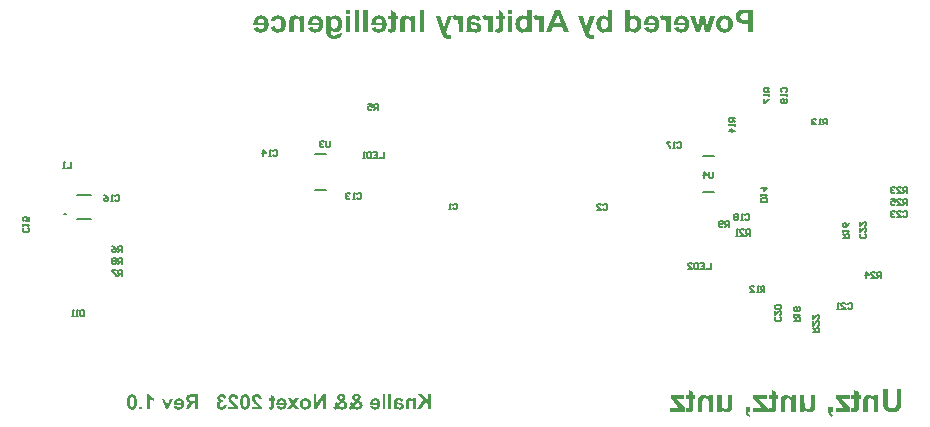
<source format=gbo>
G04*
G04 #@! TF.GenerationSoftware,Altium Limited,Altium Designer,23.7.1 (13)*
G04*
G04 Layer_Color=32896*
%FSLAX25Y25*%
%MOIN*%
G70*
G04*
G04 #@! TF.SameCoordinates,1B8C2127-6F75-47A4-92DA-DE864E6653F8*
G04*
G04*
G04 #@! TF.FilePolarity,Positive*
G04*
G01*
G75*
%ADD10C,0.00787*%
%ADD13C,0.00500*%
%ADD15C,0.00591*%
%ADD83C,0.00606*%
G36*
X45515Y-143759D02*
X45555Y-143843D01*
X45599Y-143923D01*
X45646Y-143996D01*
X45697Y-144069D01*
X45748Y-144134D01*
X45799Y-144196D01*
X45846Y-144254D01*
X45897Y-144305D01*
X45941Y-144349D01*
X45981Y-144389D01*
X46017Y-144422D01*
X46046Y-144447D01*
X46072Y-144469D01*
X46086Y-144480D01*
X46090Y-144484D01*
X46174Y-144545D01*
X46254Y-144604D01*
X46330Y-144655D01*
X46406Y-144702D01*
X46476Y-144746D01*
X46545Y-144782D01*
X46607Y-144815D01*
X46665Y-144848D01*
X46720Y-144873D01*
X46767Y-144895D01*
X46807Y-144910D01*
X46843Y-144924D01*
X46872Y-144935D01*
X46891Y-144942D01*
X46905Y-144950D01*
X46909D01*
Y-145827D01*
X46778Y-145780D01*
X46650Y-145729D01*
X46527Y-145670D01*
X46410Y-145612D01*
X46301Y-145554D01*
X46199Y-145492D01*
X46104Y-145430D01*
X46017Y-145372D01*
X45937Y-145317D01*
X45868Y-145263D01*
X45806Y-145215D01*
X45755Y-145175D01*
X45715Y-145142D01*
X45686Y-145117D01*
X45668Y-145103D01*
X45660Y-145095D01*
Y-148732D01*
X44696D01*
Y-143676D01*
X45482D01*
X45515Y-143759D01*
D02*
G37*
G36*
X51823Y-148732D02*
X50953D01*
X49504Y-145081D01*
X50498D01*
X51190Y-146944D01*
X51211Y-147002D01*
X51230Y-147057D01*
X51248Y-147112D01*
X51262Y-147159D01*
X51277Y-147195D01*
X51288Y-147228D01*
X51291Y-147246D01*
X51295Y-147254D01*
X51299Y-147268D01*
X51306Y-147290D01*
X51317Y-147334D01*
X51335Y-147385D01*
X51350Y-147439D01*
X51368Y-147487D01*
X51379Y-147527D01*
X51386Y-147545D01*
X51390Y-147556D01*
X51393Y-147563D01*
Y-147567D01*
X51594Y-146944D01*
X52281Y-145081D01*
X53293D01*
X51823Y-148732D01*
D02*
G37*
G36*
X55485Y-145008D02*
X55612Y-145022D01*
X55732Y-145048D01*
X55845Y-145081D01*
X55951Y-145121D01*
X56049Y-145164D01*
X56140Y-145212D01*
X56224Y-145259D01*
X56296Y-145306D01*
X56362Y-145354D01*
X56420Y-145397D01*
X56467Y-145437D01*
X56504Y-145470D01*
X56529Y-145496D01*
X56544Y-145510D01*
X56551Y-145517D01*
X56635Y-145619D01*
X56708Y-145725D01*
X56770Y-145838D01*
X56824Y-145954D01*
X56871Y-146074D01*
X56908Y-146191D01*
X56941Y-146307D01*
X56966Y-146420D01*
X56984Y-146526D01*
X56999Y-146624D01*
X57010Y-146711D01*
X57017Y-146788D01*
X57021Y-146820D01*
Y-146850D01*
Y-146875D01*
X57024Y-146897D01*
Y-146915D01*
Y-146926D01*
Y-146933D01*
Y-146937D01*
X57021Y-147075D01*
X57010Y-147210D01*
X56992Y-147337D01*
X56966Y-147454D01*
X56941Y-147567D01*
X56912Y-147669D01*
X56879Y-147763D01*
X56842Y-147851D01*
X56810Y-147931D01*
X56777Y-148000D01*
X56748Y-148058D01*
X56719Y-148106D01*
X56697Y-148145D01*
X56679Y-148175D01*
X56668Y-148189D01*
X56664Y-148196D01*
X56573Y-148306D01*
X56471Y-148400D01*
X56366Y-148484D01*
X56253Y-148553D01*
X56136Y-148615D01*
X56020Y-148662D01*
X55903Y-148706D01*
X55791Y-148739D01*
X55681Y-148764D01*
X55579Y-148783D01*
X55492Y-148797D01*
X55412Y-148804D01*
X55375Y-148808D01*
X55346Y-148812D01*
X55321D01*
X55295Y-148815D01*
X55255D01*
X55146Y-148812D01*
X55041Y-148804D01*
X54939Y-148790D01*
X54844Y-148772D01*
X54757Y-148753D01*
X54673Y-148728D01*
X54600Y-148702D01*
X54531Y-148677D01*
X54469Y-148652D01*
X54411Y-148630D01*
X54367Y-148604D01*
X54327Y-148586D01*
X54294Y-148568D01*
X54273Y-148553D01*
X54258Y-148546D01*
X54254Y-148542D01*
X54182Y-148488D01*
X54112Y-148429D01*
X54050Y-148364D01*
X53992Y-148298D01*
X53941Y-148233D01*
X53890Y-148164D01*
X53847Y-148098D01*
X53810Y-148033D01*
X53774Y-147974D01*
X53745Y-147916D01*
X53719Y-147865D01*
X53701Y-147821D01*
X53683Y-147785D01*
X53672Y-147756D01*
X53668Y-147741D01*
X53665Y-147734D01*
X54626Y-147574D01*
X54658Y-147672D01*
X54695Y-147752D01*
X54735Y-147821D01*
X54775Y-147876D01*
X54808Y-147920D01*
X54837Y-147949D01*
X54855Y-147967D01*
X54859Y-147974D01*
X54862D01*
X54924Y-148014D01*
X54986Y-148044D01*
X55051Y-148065D01*
X55110Y-148080D01*
X55164Y-148087D01*
X55204Y-148091D01*
X55223Y-148094D01*
X55244D01*
X55306Y-148091D01*
X55365Y-148084D01*
X55419Y-148073D01*
X55474Y-148058D01*
X55568Y-148018D01*
X55612Y-148000D01*
X55648Y-147974D01*
X55685Y-147953D01*
X55714Y-147934D01*
X55743Y-147913D01*
X55765Y-147894D01*
X55783Y-147880D01*
X55794Y-147869D01*
X55801Y-147862D01*
X55805Y-147858D01*
X55845Y-147811D01*
X55878Y-147760D01*
X55907Y-147705D01*
X55936Y-147651D01*
X55958Y-147596D01*
X55976Y-147541D01*
X56002Y-147432D01*
X56012Y-147381D01*
X56020Y-147337D01*
X56027Y-147294D01*
X56031Y-147257D01*
Y-147228D01*
X56034Y-147206D01*
Y-147192D01*
Y-147188D01*
X53614D01*
X53617Y-146988D01*
X53628Y-146799D01*
X53650Y-146624D01*
X53676Y-146464D01*
X53712Y-146315D01*
X53748Y-146180D01*
X53792Y-146056D01*
X53836Y-145947D01*
X53879Y-145852D01*
X53920Y-145769D01*
X53960Y-145699D01*
X53996Y-145641D01*
X54025Y-145598D01*
X54047Y-145565D01*
X54065Y-145546D01*
X54069Y-145539D01*
X54160Y-145445D01*
X54258Y-145361D01*
X54360Y-145288D01*
X54466Y-145226D01*
X54575Y-145175D01*
X54680Y-145132D01*
X54786Y-145095D01*
X54884Y-145066D01*
X54979Y-145044D01*
X55070Y-145030D01*
X55146Y-145015D01*
X55215Y-145008D01*
X55274Y-145004D01*
X55295D01*
X55314Y-145001D01*
X55350D01*
X55485Y-145008D01*
D02*
G37*
G36*
X61811Y-148732D02*
X60795D01*
Y-146628D01*
X60530D01*
X60468Y-146631D01*
X60413D01*
X60366Y-146635D01*
X60319Y-146642D01*
X60275Y-146646D01*
X60238Y-146650D01*
X60206Y-146657D01*
X60177Y-146660D01*
X60151Y-146668D01*
X60129Y-146671D01*
X60111Y-146675D01*
X60100Y-146679D01*
X60089Y-146682D01*
X60082Y-146686D01*
X60020Y-146711D01*
X59965Y-146744D01*
X59915Y-146777D01*
X59867Y-146813D01*
X59831Y-146846D01*
X59802Y-146871D01*
X59784Y-146890D01*
X59776Y-146897D01*
X59747Y-146930D01*
X59711Y-146973D01*
X59671Y-147021D01*
X59631Y-147075D01*
X59587Y-147137D01*
X59543Y-147199D01*
X59452Y-147323D01*
X59409Y-147385D01*
X59369Y-147443D01*
X59332Y-147494D01*
X59299Y-147541D01*
X59274Y-147581D01*
X59256Y-147610D01*
X59241Y-147629D01*
X59237Y-147636D01*
X58506Y-148732D01*
X57287D01*
X57902Y-147749D01*
X57967Y-147643D01*
X58033Y-147545D01*
X58091Y-147458D01*
X58145Y-147374D01*
X58197Y-147301D01*
X58244Y-147232D01*
X58288Y-147174D01*
X58328Y-147123D01*
X58364Y-147075D01*
X58393Y-147035D01*
X58419Y-147002D01*
X58440Y-146977D01*
X58459Y-146959D01*
X58469Y-146944D01*
X58477Y-146937D01*
X58480Y-146933D01*
X58564Y-146850D01*
X58655Y-146770D01*
X58746Y-146697D01*
X58833Y-146631D01*
X58873Y-146606D01*
X58910Y-146580D01*
X58943Y-146558D01*
X58972Y-146540D01*
X58994Y-146526D01*
X59012Y-146515D01*
X59023Y-146511D01*
X59026Y-146508D01*
X58906Y-146486D01*
X58793Y-146460D01*
X58688Y-146431D01*
X58590Y-146395D01*
X58499Y-146358D01*
X58419Y-146318D01*
X58346Y-146282D01*
X58277Y-146242D01*
X58218Y-146202D01*
X58167Y-146165D01*
X58127Y-146133D01*
X58091Y-146104D01*
X58065Y-146078D01*
X58044Y-146060D01*
X58033Y-146049D01*
X58029Y-146045D01*
X57971Y-145972D01*
X57920Y-145900D01*
X57872Y-145819D01*
X57836Y-145743D01*
X57803Y-145663D01*
X57774Y-145587D01*
X57752Y-145510D01*
X57734Y-145437D01*
X57723Y-145368D01*
X57712Y-145306D01*
X57705Y-145248D01*
X57698Y-145201D01*
Y-145161D01*
X57694Y-145132D01*
Y-145113D01*
Y-145106D01*
X57698Y-145022D01*
X57705Y-144946D01*
X57716Y-144869D01*
X57727Y-144797D01*
X57745Y-144728D01*
X57763Y-144662D01*
X57785Y-144600D01*
X57803Y-144545D01*
X57825Y-144495D01*
X57847Y-144447D01*
X57865Y-144411D01*
X57880Y-144378D01*
X57894Y-144353D01*
X57905Y-144331D01*
X57913Y-144320D01*
X57916Y-144316D01*
X57960Y-144254D01*
X58004Y-144196D01*
X58051Y-144141D01*
X58098Y-144094D01*
X58149Y-144051D01*
X58197Y-144010D01*
X58244Y-143974D01*
X58291Y-143941D01*
X58335Y-143916D01*
X58375Y-143894D01*
X58411Y-143872D01*
X58440Y-143858D01*
X58466Y-143847D01*
X58488Y-143839D01*
X58499Y-143832D01*
X58502D01*
X58575Y-143807D01*
X58659Y-143785D01*
X58746Y-143767D01*
X58837Y-143752D01*
X59034Y-143727D01*
X59128Y-143719D01*
X59223Y-143712D01*
X59314Y-143705D01*
X59398Y-143701D01*
X59474Y-143697D01*
X59543D01*
X59598Y-143694D01*
X61811D01*
Y-148732D01*
D02*
G37*
G36*
X43047D02*
X42082D01*
Y-147767D01*
X43047D01*
Y-148732D01*
D02*
G37*
G36*
X39804Y-143683D02*
X39927Y-143697D01*
X40047Y-143723D01*
X40157Y-143756D01*
X40259Y-143796D01*
X40353Y-143839D01*
X40437Y-143887D01*
X40513Y-143934D01*
X40582Y-143981D01*
X40644Y-144029D01*
X40695Y-144072D01*
X40735Y-144112D01*
X40768Y-144145D01*
X40794Y-144171D01*
X40808Y-144185D01*
X40812Y-144193D01*
X40856Y-144254D01*
X40899Y-144320D01*
X40936Y-144389D01*
X40976Y-144462D01*
X41041Y-144615D01*
X41096Y-144775D01*
X41143Y-144946D01*
X41183Y-145117D01*
X41216Y-145284D01*
X41241Y-145452D01*
X41263Y-145612D01*
X41278Y-145758D01*
X41281Y-145827D01*
X41289Y-145892D01*
X41292Y-145954D01*
X41296Y-146009D01*
X41300Y-146060D01*
Y-146107D01*
Y-146147D01*
X41303Y-146180D01*
Y-146205D01*
Y-146227D01*
Y-146238D01*
Y-146242D01*
Y-146377D01*
X41300Y-146504D01*
X41292Y-146628D01*
X41285Y-146744D01*
X41274Y-146857D01*
X41263Y-146966D01*
X41249Y-147068D01*
X41234Y-147166D01*
X41216Y-147261D01*
X41198Y-147352D01*
X41179Y-147436D01*
X41161Y-147516D01*
X41143Y-147592D01*
X41121Y-147661D01*
X41099Y-147731D01*
X41078Y-147792D01*
X41059Y-147851D01*
X41037Y-147905D01*
X41016Y-147953D01*
X40997Y-148000D01*
X40979Y-148040D01*
X40957Y-148080D01*
X40943Y-148113D01*
X40925Y-148145D01*
X40910Y-148171D01*
X40896Y-148193D01*
X40885Y-148211D01*
X40874Y-148229D01*
X40859Y-148247D01*
X40856Y-148255D01*
X40768Y-148353D01*
X40674Y-148440D01*
X40579Y-148517D01*
X40481Y-148582D01*
X40379Y-148637D01*
X40280Y-148681D01*
X40186Y-148717D01*
X40091Y-148750D01*
X40007Y-148772D01*
X39924Y-148790D01*
X39854Y-148801D01*
X39789Y-148812D01*
X39738Y-148815D01*
X39702Y-148819D01*
X39669D01*
X39534Y-148812D01*
X39410Y-148797D01*
X39290Y-148772D01*
X39181Y-148739D01*
X39079Y-148699D01*
X38985Y-148655D01*
X38901Y-148611D01*
X38824Y-148561D01*
X38755Y-148513D01*
X38693Y-148469D01*
X38642Y-148426D01*
X38602Y-148386D01*
X38570Y-148353D01*
X38544Y-148328D01*
X38530Y-148313D01*
X38526Y-148306D01*
X38482Y-148244D01*
X38439Y-148178D01*
X38399Y-148109D01*
X38362Y-148036D01*
X38297Y-147883D01*
X38238Y-147720D01*
X38191Y-147552D01*
X38151Y-147381D01*
X38118Y-147210D01*
X38093Y-147043D01*
X38071Y-146882D01*
X38056Y-146733D01*
X38049Y-146664D01*
X38045Y-146598D01*
X38042Y-146540D01*
X38038Y-146482D01*
X38034Y-146431D01*
Y-146384D01*
X38031Y-146344D01*
Y-146311D01*
Y-146285D01*
Y-146264D01*
Y-146253D01*
Y-146249D01*
Y-146118D01*
X38034Y-145991D01*
X38042Y-145867D01*
X38053Y-145750D01*
X38064Y-145638D01*
X38078Y-145528D01*
X38093Y-145426D01*
X38107Y-145325D01*
X38126Y-145230D01*
X38147Y-145139D01*
X38166Y-145055D01*
X38187Y-144971D01*
X38209Y-144895D01*
X38231Y-144822D01*
X38257Y-144753D01*
X38278Y-144687D01*
X38300Y-144626D01*
X38326Y-144571D01*
X38348Y-144520D01*
X38369Y-144469D01*
X38391Y-144425D01*
X38410Y-144385D01*
X38431Y-144349D01*
X38449Y-144320D01*
X38464Y-144291D01*
X38479Y-144265D01*
X38493Y-144247D01*
X38504Y-144229D01*
X38515Y-144214D01*
X38519Y-144207D01*
X38526Y-144200D01*
X38606Y-144109D01*
X38693Y-144025D01*
X38784Y-143956D01*
X38879Y-143898D01*
X38974Y-143847D01*
X39068Y-143803D01*
X39163Y-143770D01*
X39250Y-143741D01*
X39338Y-143719D01*
X39414Y-143705D01*
X39487Y-143690D01*
X39549Y-143683D01*
X39600Y-143679D01*
X39636Y-143676D01*
X39669D01*
X39804Y-143683D01*
D02*
G37*
G36*
X166326Y-16756D02*
X164879D01*
Y-15418D01*
X166326D01*
Y-16756D01*
D02*
G37*
G36*
X112365Y-16756D02*
X110918D01*
Y-15418D01*
X112365D01*
Y-16756D01*
D02*
G37*
G36*
X147505Y-17384D02*
X147626Y-17405D01*
X147729Y-17433D01*
X147822Y-17466D01*
X147898Y-17498D01*
X147959Y-17526D01*
X147980Y-17537D01*
X147997Y-17547D01*
X148002Y-17553D01*
X148008D01*
X148057Y-17591D01*
X148111Y-17635D01*
X148166Y-17684D01*
X148221Y-17739D01*
X148324Y-17859D01*
X148417Y-17979D01*
X148499Y-18093D01*
X148537Y-18148D01*
X148565Y-18192D01*
X148592Y-18224D01*
X148608Y-18257D01*
X148619Y-18274D01*
X148625Y-18279D01*
Y-17498D01*
X149968D01*
Y-22975D01*
X148521D01*
Y-21287D01*
Y-21157D01*
Y-21036D01*
X148515Y-20807D01*
X148510Y-20599D01*
X148505Y-20408D01*
X148494Y-20245D01*
X148483Y-20092D01*
X148472Y-19961D01*
X148461Y-19846D01*
X148450Y-19748D01*
X148439Y-19666D01*
X148428Y-19595D01*
X148417Y-19540D01*
X148412Y-19502D01*
X148406Y-19475D01*
X148401Y-19458D01*
Y-19453D01*
X148379Y-19376D01*
X148352Y-19300D01*
X148324Y-19234D01*
X148297Y-19174D01*
X148270Y-19120D01*
X148242Y-19071D01*
X148193Y-18983D01*
X148144Y-18923D01*
X148106Y-18880D01*
X148084Y-18852D01*
X148073Y-18847D01*
X147991Y-18792D01*
X147904Y-18749D01*
X147817Y-18721D01*
X147735Y-18699D01*
X147664Y-18689D01*
X147604Y-18678D01*
X147494D01*
X147434Y-18689D01*
X147314Y-18716D01*
X147200Y-18754D01*
X147096Y-18798D01*
X147003Y-18841D01*
X146965Y-18863D01*
X146932Y-18880D01*
X146910Y-18896D01*
X146888Y-18907D01*
X146878Y-18912D01*
X146872Y-18918D01*
X146422Y-17664D01*
X144410Y-22991D01*
X144459Y-23155D01*
X144519Y-23302D01*
X144584Y-23433D01*
X144644Y-23537D01*
X144672Y-23586D01*
X144699Y-23624D01*
X144721Y-23663D01*
X144743Y-23690D01*
X144759Y-23712D01*
X144770Y-23728D01*
X144775Y-23739D01*
X144781Y-23744D01*
X144830Y-23799D01*
X144879Y-23843D01*
X144939Y-23881D01*
X144999Y-23919D01*
X145119Y-23974D01*
X145239Y-24007D01*
X145354Y-24028D01*
X145398Y-24034D01*
X145441Y-24039D01*
X145474Y-24045D01*
X145523D01*
X145627Y-24039D01*
X145736Y-24034D01*
X145835Y-24023D01*
X145933Y-24007D01*
X146015Y-23996D01*
X146048Y-23990D01*
X146075Y-23985D01*
X146102Y-23979D01*
X146119D01*
X146130Y-23974D01*
X146135D01*
X146004Y-25104D01*
X145856Y-25137D01*
X145709Y-25159D01*
X145573Y-25175D01*
X145447Y-25186D01*
X145392Y-25191D01*
X145300D01*
X145261Y-25197D01*
X145190D01*
X145037Y-25191D01*
X144901Y-25181D01*
X144775Y-25170D01*
X144661Y-25148D01*
X144617Y-25142D01*
X144573Y-25131D01*
X144535Y-25126D01*
X144508Y-25120D01*
X144481Y-25115D01*
X144464Y-25109D01*
X144453Y-25104D01*
X144448D01*
X144328Y-25066D01*
X144224Y-25028D01*
X144131Y-24989D01*
X144049Y-24946D01*
X143984Y-24913D01*
X143935Y-24886D01*
X143907Y-24864D01*
X143896Y-24858D01*
X143815Y-24798D01*
X143738Y-24733D01*
X143673Y-24662D01*
X143618Y-24596D01*
X143569Y-24542D01*
X143530Y-24498D01*
X143509Y-24465D01*
X143503Y-24454D01*
X143438Y-24351D01*
X143372Y-24236D01*
X143312Y-24110D01*
X143252Y-23996D01*
X143208Y-23887D01*
X143187Y-23843D01*
X143170Y-23799D01*
X143154Y-23766D01*
X143148Y-23744D01*
X143137Y-23728D01*
Y-23723D01*
X142788Y-22773D01*
X140855Y-17498D01*
X142357D01*
X143640Y-21391D01*
X144945Y-17498D01*
X146484D01*
X146426Y-17652D01*
X146506Y-17607D01*
X146594Y-17564D01*
X146681Y-17526D01*
X146763Y-17493D01*
X146927Y-17444D01*
X147074Y-17411D01*
X147140Y-17400D01*
X147200Y-17394D01*
X147249Y-17389D01*
X147292Y-17384D01*
X147331Y-17378D01*
X147380D01*
X147505Y-17384D01*
D02*
G37*
G36*
X199818Y-22975D02*
X198475D01*
Y-22172D01*
X198349Y-22336D01*
X198212Y-22472D01*
X198081Y-22592D01*
X197961Y-22691D01*
X197907Y-22729D01*
X197852Y-22767D01*
X197808Y-22794D01*
X197770Y-22822D01*
X197737Y-22838D01*
X197716Y-22854D01*
X197699Y-22860D01*
X197694Y-22865D01*
X197606Y-22909D01*
X197524Y-22942D01*
X197355Y-23002D01*
X197197Y-23040D01*
X197055Y-23073D01*
X196995Y-23078D01*
X196940Y-23089D01*
X196886Y-23095D01*
X196847D01*
X196809Y-23100D01*
X196765D01*
X196591Y-23089D01*
X196422Y-23067D01*
X196263Y-23029D01*
X196110Y-22980D01*
X195968Y-22926D01*
X195832Y-22860D01*
X195706Y-22794D01*
X195597Y-22724D01*
X195493Y-22652D01*
X195406Y-22587D01*
X195330Y-22522D01*
X195264Y-22467D01*
X195209Y-22418D01*
X195177Y-22379D01*
X195149Y-22358D01*
X195144Y-22347D01*
X195024Y-22199D01*
X194920Y-22036D01*
X194833Y-21866D01*
X194756Y-21686D01*
X194691Y-21511D01*
X194636Y-21331D01*
X194592Y-21151D01*
X194554Y-20982D01*
X194527Y-20818D01*
X194505Y-20671D01*
X194494Y-20534D01*
X194483Y-20414D01*
X194478Y-20365D01*
Y-20321D01*
X194472Y-20277D01*
Y-20245D01*
Y-20217D01*
Y-20201D01*
Y-20190D01*
Y-20185D01*
X194478Y-19939D01*
X194500Y-19704D01*
X194532Y-19491D01*
X194576Y-19289D01*
X194625Y-19104D01*
X194680Y-18929D01*
X194740Y-18776D01*
X194800Y-18634D01*
X194860Y-18514D01*
X194920Y-18405D01*
X194975Y-18312D01*
X195024Y-18241D01*
X195068Y-18181D01*
X195100Y-18137D01*
X195122Y-18115D01*
X195127Y-18104D01*
X195253Y-17979D01*
X195384Y-17864D01*
X195526Y-17766D01*
X195663Y-17684D01*
X195805Y-17613D01*
X195941Y-17553D01*
X196072Y-17509D01*
X196203Y-17471D01*
X196323Y-17438D01*
X196432Y-17416D01*
X196536Y-17400D01*
X196618Y-17389D01*
X196689Y-17384D01*
X196744Y-17378D01*
X196787D01*
X196957Y-17389D01*
X197120Y-17411D01*
X197273Y-17449D01*
X197421Y-17498D01*
X197563Y-17553D01*
X197694Y-17618D01*
X197814Y-17689D01*
X197923Y-17760D01*
X198021Y-17831D01*
X198114Y-17902D01*
X198191Y-17962D01*
X198251Y-18022D01*
X198305Y-18072D01*
X198338Y-18110D01*
X198365Y-18132D01*
X198371Y-18143D01*
Y-15418D01*
X199818D01*
Y-22975D01*
D02*
G37*
G36*
X172840D02*
X171497D01*
Y-22172D01*
X171371Y-22336D01*
X171235Y-22472D01*
X171104Y-22592D01*
X170983Y-22691D01*
X170929Y-22729D01*
X170874Y-22767D01*
X170831Y-22794D01*
X170792Y-22822D01*
X170760Y-22838D01*
X170738Y-22854D01*
X170721Y-22860D01*
X170716Y-22865D01*
X170628Y-22909D01*
X170547Y-22942D01*
X170377Y-23002D01*
X170219Y-23040D01*
X170077Y-23073D01*
X170017Y-23078D01*
X169962Y-23089D01*
X169908Y-23095D01*
X169870D01*
X169831Y-23100D01*
X169788D01*
X169613Y-23089D01*
X169444Y-23067D01*
X169285Y-23029D01*
X169132Y-22980D01*
X168991Y-22926D01*
X168854Y-22860D01*
X168728Y-22794D01*
X168619Y-22724D01*
X168516Y-22652D01*
X168428Y-22587D01*
X168352Y-22522D01*
X168286Y-22467D01*
X168232Y-22418D01*
X168199Y-22379D01*
X168172Y-22358D01*
X168166Y-22347D01*
X168046Y-22199D01*
X167942Y-22036D01*
X167855Y-21866D01*
X167778Y-21686D01*
X167713Y-21511D01*
X167658Y-21331D01*
X167615Y-21151D01*
X167576Y-20982D01*
X167549Y-20818D01*
X167527Y-20671D01*
X167516Y-20534D01*
X167505Y-20414D01*
X167500Y-20365D01*
Y-20321D01*
X167494Y-20277D01*
Y-20245D01*
Y-20217D01*
Y-20201D01*
Y-20190D01*
Y-20185D01*
X167500Y-19939D01*
X167522Y-19704D01*
X167554Y-19491D01*
X167598Y-19289D01*
X167647Y-19104D01*
X167702Y-18929D01*
X167762Y-18776D01*
X167822Y-18634D01*
X167882Y-18514D01*
X167942Y-18405D01*
X167997Y-18312D01*
X168046Y-18241D01*
X168090Y-18181D01*
X168122Y-18137D01*
X168144Y-18115D01*
X168150Y-18104D01*
X168275Y-17979D01*
X168406Y-17864D01*
X168548Y-17766D01*
X168685Y-17684D01*
X168827Y-17613D01*
X168963Y-17553D01*
X169094Y-17509D01*
X169225Y-17471D01*
X169345Y-17438D01*
X169455Y-17416D01*
X169558Y-17400D01*
X169640Y-17389D01*
X169711Y-17384D01*
X169766Y-17378D01*
X169809D01*
X169979Y-17389D01*
X170143Y-17411D01*
X170296Y-17449D01*
X170443Y-17498D01*
X170585Y-17553D01*
X170716Y-17618D01*
X170836Y-17689D01*
X170945Y-17760D01*
X171044Y-17831D01*
X171136Y-17902D01*
X171213Y-17962D01*
X171273Y-18022D01*
X171327Y-18072D01*
X171360Y-18110D01*
X171388Y-18132D01*
X171393Y-18143D01*
Y-15418D01*
X172840D01*
Y-22975D01*
D02*
G37*
G36*
X107631Y-17384D02*
X107806Y-17411D01*
X107970Y-17444D01*
X108128Y-17493D01*
X108270Y-17547D01*
X108406Y-17607D01*
X108532Y-17673D01*
X108647Y-17744D01*
X108750Y-17809D01*
X108838Y-17880D01*
X108914Y-17941D01*
X108980Y-17995D01*
X109034Y-18044D01*
X109067Y-18077D01*
X109094Y-18099D01*
X109100Y-18110D01*
X109214Y-18252D01*
X109318Y-18410D01*
X109406Y-18574D01*
X109482Y-18743D01*
X109547Y-18918D01*
X109597Y-19093D01*
X109640Y-19267D01*
X109678Y-19431D01*
X109706Y-19589D01*
X109728Y-19737D01*
X109739Y-19868D01*
X109749Y-19988D01*
X109755Y-20037D01*
Y-20081D01*
X109760Y-20119D01*
Y-20152D01*
Y-20179D01*
Y-20196D01*
Y-20206D01*
Y-20212D01*
X109755Y-20414D01*
X109739Y-20605D01*
X109711Y-20791D01*
X109684Y-20960D01*
X109646Y-21124D01*
X109602Y-21277D01*
X109558Y-21413D01*
X109509Y-21539D01*
X109460Y-21653D01*
X109416Y-21757D01*
X109373Y-21844D01*
X109335Y-21915D01*
X109302Y-21970D01*
X109280Y-22014D01*
X109264Y-22036D01*
X109258Y-22046D01*
X109133Y-22210D01*
X108996Y-22352D01*
X108860Y-22478D01*
X108712Y-22581D01*
X108565Y-22674D01*
X108423Y-22745D01*
X108281Y-22811D01*
X108144Y-22860D01*
X108013Y-22898D01*
X107893Y-22926D01*
X107784Y-22947D01*
X107691Y-22958D01*
X107615Y-22969D01*
X107560Y-22975D01*
X107511D01*
X107331Y-22964D01*
X107156Y-22936D01*
X106992Y-22893D01*
X106834Y-22833D01*
X106686Y-22767D01*
X106550Y-22691D01*
X106430Y-22614D01*
X106315Y-22527D01*
X106211Y-22445D01*
X106124Y-22369D01*
X106042Y-22292D01*
X105982Y-22221D01*
X105928Y-22167D01*
X105889Y-22123D01*
X105868Y-22096D01*
X105862Y-22085D01*
X105868Y-22887D01*
Y-22975D01*
X105873Y-23051D01*
Y-23128D01*
X105878Y-23193D01*
X105884Y-23253D01*
X105889Y-23308D01*
X105895Y-23357D01*
X105900Y-23395D01*
X105911Y-23433D01*
X105917Y-23466D01*
X105928Y-23510D01*
X105933Y-23537D01*
X105938Y-23548D01*
X105977Y-23635D01*
X106026Y-23712D01*
X106075Y-23772D01*
X106119Y-23826D01*
X106162Y-23865D01*
X106195Y-23892D01*
X106217Y-23908D01*
X106228Y-23914D01*
X106282Y-23946D01*
X106348Y-23974D01*
X106479Y-24012D01*
X106621Y-24045D01*
X106757Y-24067D01*
X106823Y-24072D01*
X106883Y-24078D01*
X106938Y-24083D01*
X106987D01*
X107025Y-24089D01*
X107161D01*
X107238Y-24083D01*
X107303Y-24072D01*
X107369Y-24061D01*
X107429Y-24050D01*
X107484Y-24039D01*
X107571Y-24007D01*
X107642Y-23979D01*
X107691Y-23952D01*
X107718Y-23936D01*
X107729Y-23930D01*
X107784Y-23881D01*
X107822Y-23821D01*
X107855Y-23755D01*
X107882Y-23690D01*
X107899Y-23630D01*
X107910Y-23581D01*
X107920Y-23542D01*
Y-23537D01*
Y-23532D01*
X109575Y-23330D01*
X109580Y-23401D01*
Y-23455D01*
Y-23477D01*
Y-23488D01*
Y-23499D01*
Y-23504D01*
X109575Y-23641D01*
X109553Y-23766D01*
X109526Y-23887D01*
X109487Y-24001D01*
X109444Y-24110D01*
X109395Y-24209D01*
X109345Y-24301D01*
X109291Y-24383D01*
X109236Y-24460D01*
X109187Y-24525D01*
X109138Y-24580D01*
X109094Y-24629D01*
X109056Y-24667D01*
X109029Y-24695D01*
X109007Y-24711D01*
X109002Y-24716D01*
X108881Y-24798D01*
X108750Y-24875D01*
X108603Y-24940D01*
X108445Y-24995D01*
X108286Y-25038D01*
X108117Y-25077D01*
X107953Y-25109D01*
X107795Y-25137D01*
X107642Y-25159D01*
X107494Y-25170D01*
X107363Y-25181D01*
X107249Y-25191D01*
X107156D01*
X107118Y-25197D01*
X106888D01*
X106763Y-25191D01*
X106637Y-25181D01*
X106523Y-25170D01*
X106413Y-25159D01*
X106315Y-25148D01*
X106222Y-25131D01*
X106140Y-25115D01*
X106064Y-25104D01*
X105999Y-25088D01*
X105938Y-25077D01*
X105895Y-25060D01*
X105857Y-25055D01*
X105829Y-25044D01*
X105813Y-25038D01*
X105807D01*
X105633Y-24979D01*
X105480Y-24907D01*
X105349Y-24836D01*
X105289Y-24804D01*
X105240Y-24766D01*
X105190Y-24738D01*
X105147Y-24705D01*
X105114Y-24678D01*
X105087Y-24656D01*
X105059Y-24640D01*
X105043Y-24624D01*
X105037Y-24618D01*
X105032Y-24613D01*
X104928Y-24503D01*
X104841Y-24378D01*
X104764Y-24252D01*
X104699Y-24132D01*
X104650Y-24023D01*
X104628Y-23979D01*
X104612Y-23936D01*
X104601Y-23903D01*
X104590Y-23881D01*
X104584Y-23865D01*
Y-23859D01*
X104557Y-23766D01*
X104530Y-23657D01*
X104508Y-23548D01*
X104491Y-23433D01*
X104459Y-23193D01*
X104448Y-23073D01*
X104442Y-22958D01*
X104431Y-22849D01*
Y-22745D01*
X104426Y-22652D01*
X104421Y-22576D01*
Y-22511D01*
Y-22461D01*
Y-22429D01*
Y-22418D01*
Y-17498D01*
X105775D01*
Y-18274D01*
X105900Y-18115D01*
X106037Y-17979D01*
X106173Y-17859D01*
X106315Y-17755D01*
X106457Y-17668D01*
X106594Y-17596D01*
X106730Y-17537D01*
X106861Y-17487D01*
X106981Y-17455D01*
X107096Y-17427D01*
X107194Y-17405D01*
X107282Y-17394D01*
X107353Y-17384D01*
X107407Y-17378D01*
X107451D01*
X107631Y-17384D01*
D02*
G37*
G36*
X153828D02*
X154008Y-17394D01*
X154177Y-17416D01*
X154336Y-17438D01*
X154478Y-17466D01*
X154614Y-17498D01*
X154735Y-17537D01*
X154838Y-17569D01*
X154937Y-17607D01*
X155018Y-17646D01*
X155089Y-17679D01*
X155144Y-17706D01*
X155188Y-17728D01*
X155220Y-17749D01*
X155242Y-17760D01*
X155248Y-17766D01*
X155346Y-17842D01*
X155433Y-17924D01*
X155521Y-18017D01*
X155592Y-18110D01*
X155663Y-18208D01*
X155723Y-18306D01*
X155783Y-18399D01*
X155832Y-18497D01*
X155870Y-18585D01*
X155908Y-18667D01*
X155941Y-18743D01*
X155963Y-18809D01*
X155985Y-18863D01*
X155996Y-18907D01*
X156001Y-18929D01*
X156007Y-18940D01*
X154691Y-19174D01*
X154636Y-19044D01*
X154582Y-18929D01*
X154522Y-18836D01*
X154467Y-18765D01*
X154423Y-18710D01*
X154380Y-18667D01*
X154358Y-18645D01*
X154347Y-18639D01*
X154259Y-18590D01*
X154161Y-18552D01*
X154057Y-18525D01*
X153959Y-18503D01*
X153877Y-18492D01*
X153839D01*
X153806Y-18486D01*
X153637D01*
X153544Y-18492D01*
X153457Y-18503D01*
X153375Y-18514D01*
X153304Y-18530D01*
X153244Y-18541D01*
X153184Y-18557D01*
X153135Y-18574D01*
X153091Y-18596D01*
X153058Y-18612D01*
X153025Y-18623D01*
X153004Y-18639D01*
X152982Y-18650D01*
X152971Y-18661D01*
X152960Y-18667D01*
X152922Y-18705D01*
X152889Y-18743D01*
X152840Y-18836D01*
X152802Y-18934D01*
X152780Y-19033D01*
X152763Y-19120D01*
X152758Y-19158D01*
Y-19196D01*
X152752Y-19224D01*
Y-19245D01*
Y-19256D01*
Y-19262D01*
Y-19404D01*
X152834Y-19437D01*
X152927Y-19469D01*
X153031Y-19502D01*
X153140Y-19529D01*
X153369Y-19589D01*
X153604Y-19649D01*
X153713Y-19671D01*
X153817Y-19693D01*
X153916Y-19715D01*
X153997Y-19731D01*
X154063Y-19748D01*
X154118Y-19753D01*
X154150Y-19764D01*
X154161D01*
X154298Y-19792D01*
X154429Y-19819D01*
X154549Y-19846D01*
X154658Y-19879D01*
X154762Y-19906D01*
X154855Y-19933D01*
X154942Y-19961D01*
X155018Y-19988D01*
X155089Y-20010D01*
X155149Y-20032D01*
X155199Y-20054D01*
X155237Y-20070D01*
X155270Y-20081D01*
X155297Y-20092D01*
X155308Y-20103D01*
X155313D01*
X155455Y-20179D01*
X155581Y-20272D01*
X155684Y-20365D01*
X155772Y-20452D01*
X155843Y-20534D01*
X155892Y-20599D01*
X155914Y-20627D01*
X155925Y-20643D01*
X155930Y-20654D01*
X155936Y-20660D01*
X156007Y-20796D01*
X156061Y-20938D01*
X156099Y-21080D01*
X156127Y-21206D01*
X156138Y-21266D01*
X156143Y-21320D01*
X156149Y-21364D01*
Y-21408D01*
X156154Y-21440D01*
Y-21462D01*
Y-21479D01*
Y-21484D01*
X156149Y-21610D01*
X156132Y-21735D01*
X156110Y-21850D01*
X156078Y-21959D01*
X156039Y-22063D01*
X156001Y-22156D01*
X155957Y-22243D01*
X155908Y-22325D01*
X155865Y-22396D01*
X155821Y-22461D01*
X155783Y-22516D01*
X155745Y-22560D01*
X155712Y-22592D01*
X155690Y-22620D01*
X155674Y-22636D01*
X155668Y-22642D01*
X155575Y-22724D01*
X155472Y-22794D01*
X155362Y-22854D01*
X155253Y-22909D01*
X155144Y-22953D01*
X155035Y-22986D01*
X154926Y-23018D01*
X154822Y-23040D01*
X154718Y-23062D01*
X154631Y-23078D01*
X154549Y-23084D01*
X154478Y-23095D01*
X154418D01*
X154374Y-23100D01*
X154336D01*
X154161Y-23095D01*
X153992Y-23073D01*
X153839Y-23046D01*
X153768Y-23029D01*
X153702Y-23007D01*
X153648Y-22991D01*
X153593Y-22975D01*
X153550Y-22964D01*
X153506Y-22947D01*
X153479Y-22936D01*
X153451Y-22926D01*
X153440Y-22920D01*
X153435D01*
X153277Y-22844D01*
X153129Y-22762D01*
X152993Y-22669D01*
X152878Y-22581D01*
X152823Y-22543D01*
X152780Y-22505D01*
X152736Y-22467D01*
X152703Y-22440D01*
X152676Y-22412D01*
X152654Y-22396D01*
X152643Y-22385D01*
X152638Y-22379D01*
X152632Y-22401D01*
X152627Y-22423D01*
X152611Y-22478D01*
X152600Y-22505D01*
X152594Y-22527D01*
X152589Y-22543D01*
Y-22549D01*
X152561Y-22647D01*
X152534Y-22734D01*
X152507Y-22805D01*
X152485Y-22865D01*
X152469Y-22915D01*
X152458Y-22947D01*
X152447Y-22969D01*
Y-22975D01*
X151016D01*
X151082Y-22833D01*
X151136Y-22696D01*
X151186Y-22571D01*
X151218Y-22461D01*
X151245Y-22374D01*
X151256Y-22336D01*
X151262Y-22303D01*
X151273Y-22276D01*
Y-22259D01*
X151278Y-22249D01*
Y-22243D01*
X151289Y-22172D01*
X151300Y-22101D01*
X151311Y-22019D01*
X151316Y-21932D01*
X151327Y-21757D01*
X151333Y-21582D01*
X151338Y-21500D01*
Y-21424D01*
X151344Y-21359D01*
Y-21298D01*
Y-21249D01*
Y-21211D01*
Y-21184D01*
Y-21178D01*
X151322Y-19491D01*
Y-19322D01*
X151333Y-19164D01*
X151338Y-19022D01*
X151355Y-18891D01*
X151366Y-18770D01*
X151382Y-18667D01*
X151404Y-18568D01*
X151420Y-18486D01*
X151437Y-18416D01*
X151459Y-18356D01*
X151475Y-18301D01*
X151486Y-18263D01*
X151502Y-18230D01*
X151508Y-18208D01*
X151518Y-18197D01*
Y-18192D01*
X151557Y-18126D01*
X151600Y-18066D01*
X151704Y-17951D01*
X151813Y-17853D01*
X151923Y-17766D01*
X152026Y-17700D01*
X152070Y-17673D01*
X152108Y-17651D01*
X152141Y-17629D01*
X152163Y-17618D01*
X152179Y-17607D01*
X152185D01*
X152278Y-17569D01*
X152381Y-17531D01*
X152496Y-17498D01*
X152611Y-17476D01*
X152851Y-17433D01*
X152971Y-17416D01*
X153085Y-17405D01*
X153195Y-17394D01*
X153298Y-17389D01*
X153391Y-17384D01*
X153473D01*
X153539Y-17378D01*
X153631D01*
X153828Y-17384D01*
D02*
G37*
G36*
X232168Y-22975D02*
X230765D01*
X229837Y-19453D01*
X228892Y-22975D01*
X227505D01*
X225742Y-17498D01*
X227172D01*
X228221Y-21091D01*
X229132Y-17498D01*
X230525D01*
X231469Y-21091D01*
X232496Y-17498D01*
X233899D01*
X232168Y-22975D01*
D02*
G37*
G36*
X191917Y-22991D02*
X191966Y-23155D01*
X192026Y-23302D01*
X192092Y-23433D01*
X192152Y-23537D01*
X192179Y-23586D01*
X192206Y-23624D01*
X192228Y-23663D01*
X192250Y-23690D01*
X192266Y-23712D01*
X192277Y-23728D01*
X192283Y-23739D01*
X192288Y-23744D01*
X192338Y-23799D01*
X192387Y-23843D01*
X192447Y-23881D01*
X192507Y-23919D01*
X192627Y-23974D01*
X192747Y-24007D01*
X192862Y-24028D01*
X192905Y-24034D01*
X192949Y-24039D01*
X192982Y-24045D01*
X193031D01*
X193135Y-24039D01*
X193244Y-24034D01*
X193342Y-24023D01*
X193440Y-24007D01*
X193522Y-23996D01*
X193555Y-23990D01*
X193582Y-23985D01*
X193610Y-23979D01*
X193626D01*
X193637Y-23974D01*
X193642D01*
X193511Y-25104D01*
X193364Y-25137D01*
X193217Y-25159D01*
X193080Y-25175D01*
X192955Y-25186D01*
X192900Y-25191D01*
X192807D01*
X192769Y-25197D01*
X192698D01*
X192545Y-25191D01*
X192409Y-25181D01*
X192283Y-25170D01*
X192168Y-25148D01*
X192124Y-25142D01*
X192081Y-25131D01*
X192043Y-25126D01*
X192015Y-25120D01*
X191988Y-25115D01*
X191972Y-25109D01*
X191961Y-25104D01*
X191955D01*
X191835Y-25066D01*
X191731Y-25028D01*
X191639Y-24989D01*
X191557Y-24946D01*
X191491Y-24913D01*
X191442Y-24886D01*
X191415Y-24864D01*
X191404Y-24858D01*
X191322Y-24798D01*
X191245Y-24733D01*
X191180Y-24662D01*
X191125Y-24596D01*
X191076Y-24542D01*
X191038Y-24498D01*
X191016Y-24465D01*
X191011Y-24454D01*
X190945Y-24351D01*
X190880Y-24236D01*
X190820Y-24110D01*
X190760Y-23996D01*
X190716Y-23887D01*
X190694Y-23843D01*
X190678Y-23799D01*
X190661Y-23766D01*
X190656Y-23744D01*
X190645Y-23728D01*
Y-23723D01*
X190295Y-22773D01*
X188363Y-17498D01*
X189864D01*
X191147Y-21391D01*
X192452Y-17498D01*
X193992D01*
X191917Y-22991D01*
D02*
G37*
G36*
X163329Y-16412D02*
Y-17498D01*
X163995D01*
Y-18650D01*
X163329D01*
Y-21042D01*
Y-21178D01*
Y-21304D01*
X163323Y-21424D01*
Y-21528D01*
X163318Y-21621D01*
X163312Y-21702D01*
Y-21779D01*
X163307Y-21839D01*
X163301Y-21894D01*
X163296Y-21943D01*
Y-21981D01*
X163290Y-22014D01*
Y-22036D01*
X163285Y-22052D01*
Y-22057D01*
Y-22063D01*
X163263Y-22188D01*
X163230Y-22303D01*
X163198Y-22401D01*
X163165Y-22483D01*
X163132Y-22543D01*
X163105Y-22592D01*
X163088Y-22620D01*
X163083Y-22631D01*
X163023Y-22707D01*
X162946Y-22773D01*
X162875Y-22827D01*
X162799Y-22876D01*
X162728Y-22915D01*
X162673Y-22947D01*
X162652Y-22958D01*
X162635Y-22964D01*
X162630Y-22969D01*
X162624D01*
X162504Y-23013D01*
X162379Y-23046D01*
X162264Y-23067D01*
X162155Y-23084D01*
X162056Y-23095D01*
X162018D01*
X161985Y-23100D01*
X161920D01*
X161685Y-23089D01*
X161472Y-23067D01*
X161368Y-23051D01*
X161275Y-23035D01*
X161188Y-23013D01*
X161106Y-22991D01*
X161035Y-22975D01*
X160970Y-22953D01*
X160910Y-22936D01*
X160861Y-22920D01*
X160822Y-22909D01*
X160795Y-22898D01*
X160779Y-22887D01*
X160773D01*
X160899Y-21763D01*
X161035Y-21806D01*
X161150Y-21839D01*
X161254Y-21866D01*
X161336Y-21883D01*
X161401Y-21894D01*
X161445Y-21899D01*
X161483D01*
X161532Y-21894D01*
X161581Y-21888D01*
X161625Y-21877D01*
X161658Y-21861D01*
X161690Y-21850D01*
X161712Y-21839D01*
X161723Y-21834D01*
X161729Y-21828D01*
X161761Y-21801D01*
X161789Y-21768D01*
X161811Y-21741D01*
X161827Y-21713D01*
X161838Y-21686D01*
X161849Y-21664D01*
X161854Y-21653D01*
Y-21648D01*
X161860Y-21621D01*
X161865Y-21582D01*
Y-21533D01*
X161871Y-21479D01*
Y-21413D01*
X161876Y-21348D01*
Y-21211D01*
X161882Y-21080D01*
Y-21020D01*
Y-20971D01*
Y-20922D01*
Y-20889D01*
Y-20867D01*
Y-20862D01*
Y-18650D01*
X160893D01*
Y-17498D01*
X161882D01*
Y-15560D01*
X163329Y-16412D01*
D02*
G37*
G36*
X127549Y-16412D02*
Y-17498D01*
X128215D01*
Y-18650D01*
X127549D01*
Y-21042D01*
Y-21178D01*
Y-21304D01*
X127544Y-21424D01*
Y-21528D01*
X127538Y-21621D01*
X127533Y-21702D01*
Y-21779D01*
X127527Y-21839D01*
X127522Y-21894D01*
X127516Y-21943D01*
Y-21981D01*
X127511Y-22014D01*
Y-22036D01*
X127505Y-22052D01*
Y-22057D01*
Y-22063D01*
X127484Y-22188D01*
X127451Y-22303D01*
X127418Y-22401D01*
X127385Y-22483D01*
X127353Y-22543D01*
X127325Y-22592D01*
X127309Y-22620D01*
X127303Y-22631D01*
X127243Y-22707D01*
X127167Y-22773D01*
X127096Y-22827D01*
X127020Y-22876D01*
X126948Y-22915D01*
X126894Y-22947D01*
X126872Y-22958D01*
X126856Y-22964D01*
X126850Y-22969D01*
X126845D01*
X126725Y-23013D01*
X126599Y-23046D01*
X126484Y-23067D01*
X126375Y-23084D01*
X126277Y-23095D01*
X126239D01*
X126206Y-23100D01*
X126140D01*
X125906Y-23089D01*
X125693Y-23067D01*
X125589Y-23051D01*
X125496Y-23035D01*
X125409Y-23013D01*
X125327Y-22991D01*
X125256Y-22975D01*
X125190Y-22953D01*
X125130Y-22936D01*
X125081Y-22920D01*
X125043Y-22909D01*
X125016Y-22898D01*
X124999Y-22887D01*
X124994D01*
X125119Y-21763D01*
X125256Y-21806D01*
X125371Y-21839D01*
X125474Y-21866D01*
X125556Y-21883D01*
X125622Y-21894D01*
X125665Y-21899D01*
X125704D01*
X125753Y-21894D01*
X125802Y-21888D01*
X125846Y-21877D01*
X125878Y-21861D01*
X125911Y-21850D01*
X125933Y-21839D01*
X125944Y-21834D01*
X125949Y-21828D01*
X125982Y-21801D01*
X126009Y-21768D01*
X126031Y-21741D01*
X126048Y-21713D01*
X126058Y-21686D01*
X126069Y-21664D01*
X126075Y-21653D01*
Y-21648D01*
X126080Y-21621D01*
X126086Y-21582D01*
Y-21533D01*
X126091Y-21479D01*
Y-21413D01*
X126097Y-21348D01*
Y-21211D01*
X126102Y-21080D01*
Y-21020D01*
Y-20971D01*
Y-20922D01*
Y-20889D01*
Y-20867D01*
Y-20862D01*
Y-18650D01*
X125114D01*
Y-17498D01*
X126102D01*
Y-15560D01*
X127549Y-16412D01*
D02*
G37*
G36*
X88559Y-17389D02*
X88772Y-17411D01*
X88969Y-17449D01*
X89154Y-17498D01*
X89329Y-17553D01*
X89487Y-17618D01*
X89629Y-17689D01*
X89761Y-17755D01*
X89881Y-17826D01*
X89984Y-17897D01*
X90072Y-17962D01*
X90143Y-18017D01*
X90197Y-18066D01*
X90241Y-18104D01*
X90263Y-18126D01*
X90274Y-18137D01*
X90399Y-18284D01*
X90509Y-18443D01*
X90607Y-18612D01*
X90689Y-18781D01*
X90754Y-18962D01*
X90814Y-19136D01*
X90863Y-19306D01*
X90902Y-19475D01*
X90929Y-19633D01*
X90951Y-19775D01*
X90967Y-19906D01*
X90978Y-20021D01*
X90983Y-20070D01*
Y-20114D01*
Y-20152D01*
X90989Y-20185D01*
Y-20212D01*
Y-20228D01*
Y-20239D01*
Y-20245D01*
X90983Y-20490D01*
X90956Y-20720D01*
X90923Y-20938D01*
X90880Y-21140D01*
X90825Y-21326D01*
X90765Y-21500D01*
X90700Y-21659D01*
X90634Y-21801D01*
X90569Y-21926D01*
X90503Y-22036D01*
X90443Y-22128D01*
X90388Y-22205D01*
X90345Y-22270D01*
X90312Y-22314D01*
X90285Y-22336D01*
X90279Y-22347D01*
X90137Y-22478D01*
X89990Y-22598D01*
X89837Y-22696D01*
X89679Y-22784D01*
X89520Y-22854D01*
X89356Y-22915D01*
X89204Y-22964D01*
X89051Y-23007D01*
X88909Y-23035D01*
X88778Y-23062D01*
X88663Y-23078D01*
X88559Y-23089D01*
X88477Y-23095D01*
X88445D01*
X88417Y-23100D01*
X88363D01*
X88172Y-23095D01*
X87986Y-23078D01*
X87811Y-23057D01*
X87653Y-23024D01*
X87500Y-22986D01*
X87363Y-22942D01*
X87238Y-22898D01*
X87123Y-22849D01*
X87019Y-22805D01*
X86932Y-22762D01*
X86856Y-22718D01*
X86790Y-22680D01*
X86741Y-22647D01*
X86703Y-22625D01*
X86681Y-22609D01*
X86676Y-22603D01*
X86561Y-22505D01*
X86457Y-22396D01*
X86364Y-22281D01*
X86277Y-22161D01*
X86200Y-22036D01*
X86130Y-21910D01*
X86070Y-21790D01*
X86015Y-21670D01*
X85966Y-21561D01*
X85927Y-21457D01*
X85895Y-21364D01*
X85868Y-21282D01*
X85851Y-21211D01*
X85835Y-21162D01*
X85824Y-21129D01*
Y-21118D01*
X87249Y-20878D01*
X87271Y-20982D01*
X87298Y-21075D01*
X87325Y-21167D01*
X87353Y-21244D01*
X87385Y-21320D01*
X87418Y-21386D01*
X87445Y-21446D01*
X87478Y-21495D01*
X87506Y-21544D01*
X87533Y-21582D01*
X87560Y-21615D01*
X87582Y-21642D01*
X87598Y-21659D01*
X87615Y-21675D01*
X87620Y-21681D01*
X87626Y-21686D01*
X87675Y-21730D01*
X87729Y-21763D01*
X87839Y-21823D01*
X87953Y-21861D01*
X88057Y-21894D01*
X88155Y-21910D01*
X88193Y-21915D01*
X88226D01*
X88259Y-21921D01*
X88297D01*
X88396Y-21915D01*
X88494Y-21904D01*
X88581Y-21883D01*
X88669Y-21861D01*
X88745Y-21828D01*
X88816Y-21795D01*
X88881Y-21757D01*
X88942Y-21719D01*
X88996Y-21686D01*
X89045Y-21648D01*
X89083Y-21615D01*
X89116Y-21582D01*
X89144Y-21561D01*
X89160Y-21539D01*
X89171Y-21528D01*
X89176Y-21522D01*
X89236Y-21440D01*
X89285Y-21348D01*
X89329Y-21244D01*
X89367Y-21135D01*
X89395Y-21025D01*
X89422Y-20911D01*
X89460Y-20682D01*
X89477Y-20578D01*
X89487Y-20474D01*
X89493Y-20387D01*
X89498Y-20305D01*
X89504Y-20239D01*
Y-20190D01*
Y-20157D01*
Y-20146D01*
X89498Y-19988D01*
X89487Y-19841D01*
X89477Y-19704D01*
X89455Y-19579D01*
X89427Y-19469D01*
X89400Y-19366D01*
X89373Y-19273D01*
X89340Y-19191D01*
X89313Y-19120D01*
X89285Y-19060D01*
X89258Y-19011D01*
X89231Y-18967D01*
X89209Y-18934D01*
X89198Y-18912D01*
X89187Y-18902D01*
X89182Y-18896D01*
X89116Y-18831D01*
X89051Y-18770D01*
X88980Y-18721D01*
X88909Y-18678D01*
X88838Y-18639D01*
X88767Y-18612D01*
X88696Y-18585D01*
X88625Y-18568D01*
X88565Y-18552D01*
X88505Y-18541D01*
X88450Y-18530D01*
X88406Y-18525D01*
X88368Y-18519D01*
X88314D01*
X88172Y-18530D01*
X88041Y-18552D01*
X87926Y-18590D01*
X87833Y-18629D01*
X87757Y-18667D01*
X87697Y-18705D01*
X87680Y-18716D01*
X87664Y-18727D01*
X87658Y-18738D01*
X87653D01*
X87565Y-18831D01*
X87495Y-18929D01*
X87435Y-19038D01*
X87391Y-19142D01*
X87358Y-19235D01*
X87347Y-19278D01*
X87336Y-19311D01*
X87331Y-19344D01*
X87325Y-19366D01*
X87320Y-19376D01*
Y-19382D01*
X85895Y-19125D01*
X85949Y-18967D01*
X86004Y-18814D01*
X86070Y-18678D01*
X86141Y-18552D01*
X86206Y-18432D01*
X86277Y-18323D01*
X86348Y-18225D01*
X86419Y-18143D01*
X86484Y-18066D01*
X86545Y-17995D01*
X86599Y-17941D01*
X86648Y-17897D01*
X86692Y-17859D01*
X86719Y-17837D01*
X86741Y-17820D01*
X86747Y-17815D01*
X86861Y-17739D01*
X86981Y-17673D01*
X87112Y-17613D01*
X87243Y-17564D01*
X87374Y-17520D01*
X87511Y-17482D01*
X87637Y-17455D01*
X87762Y-17433D01*
X87877Y-17416D01*
X87986Y-17400D01*
X88084Y-17389D01*
X88172Y-17384D01*
X88237Y-17378D01*
X88335D01*
X88559Y-17389D01*
D02*
G37*
G36*
X223094Y-17389D02*
X223285Y-17411D01*
X223465Y-17449D01*
X223634Y-17498D01*
X223793Y-17558D01*
X223940Y-17624D01*
X224077Y-17695D01*
X224202Y-17766D01*
X224311Y-17837D01*
X224410Y-17908D01*
X224497Y-17973D01*
X224568Y-18033D01*
X224623Y-18082D01*
X224661Y-18121D01*
X224682Y-18143D01*
X224693Y-18154D01*
X224819Y-18306D01*
X224928Y-18465D01*
X225021Y-18634D01*
X225103Y-18809D01*
X225174Y-18989D01*
X225229Y-19164D01*
X225278Y-19338D01*
X225316Y-19508D01*
X225343Y-19666D01*
X225365Y-19813D01*
X225381Y-19944D01*
X225392Y-20059D01*
X225398Y-20108D01*
Y-20152D01*
Y-20190D01*
X225403Y-20223D01*
Y-20250D01*
Y-20267D01*
Y-20277D01*
Y-20283D01*
X225398Y-20490D01*
X225381Y-20692D01*
X225354Y-20883D01*
X225316Y-21058D01*
X225278Y-21227D01*
X225234Y-21380D01*
X225185Y-21522D01*
X225130Y-21653D01*
X225081Y-21773D01*
X225032Y-21877D01*
X224988Y-21964D01*
X224945Y-22036D01*
X224912Y-22096D01*
X224885Y-22139D01*
X224868Y-22161D01*
X224863Y-22172D01*
X224726Y-22336D01*
X224573Y-22478D01*
X224415Y-22603D01*
X224246Y-22707D01*
X224071Y-22800D01*
X223896Y-22871D01*
X223722Y-22936D01*
X223552Y-22986D01*
X223389Y-23024D01*
X223236Y-23051D01*
X223105Y-23073D01*
X222985Y-23084D01*
X222930Y-23089D01*
X222886Y-23095D01*
X222848D01*
X222810Y-23100D01*
X222750D01*
X222586Y-23095D01*
X222428Y-23084D01*
X222275Y-23062D01*
X222133Y-23035D01*
X222002Y-23007D01*
X221876Y-22969D01*
X221767Y-22931D01*
X221663Y-22893D01*
X221570Y-22854D01*
X221483Y-22822D01*
X221417Y-22783D01*
X221357Y-22756D01*
X221308Y-22729D01*
X221275Y-22707D01*
X221254Y-22696D01*
X221248Y-22691D01*
X221139Y-22609D01*
X221035Y-22521D01*
X220942Y-22423D01*
X220855Y-22325D01*
X220779Y-22227D01*
X220702Y-22123D01*
X220637Y-22025D01*
X220582Y-21926D01*
X220528Y-21839D01*
X220484Y-21752D01*
X220446Y-21675D01*
X220418Y-21610D01*
X220391Y-21555D01*
X220375Y-21511D01*
X220369Y-21489D01*
X220364Y-21479D01*
X221805Y-21238D01*
X221854Y-21386D01*
X221909Y-21506D01*
X221969Y-21610D01*
X222029Y-21691D01*
X222078Y-21757D01*
X222122Y-21801D01*
X222149Y-21828D01*
X222154Y-21839D01*
X222160D01*
X222253Y-21899D01*
X222346Y-21943D01*
X222444Y-21975D01*
X222531Y-21997D01*
X222613Y-22008D01*
X222673Y-22014D01*
X222701Y-22019D01*
X222733D01*
X222826Y-22014D01*
X222914Y-22003D01*
X222995Y-21986D01*
X223077Y-21964D01*
X223219Y-21904D01*
X223285Y-21877D01*
X223339Y-21839D01*
X223394Y-21806D01*
X223438Y-21779D01*
X223481Y-21746D01*
X223514Y-21719D01*
X223541Y-21697D01*
X223558Y-21681D01*
X223569Y-21670D01*
X223574Y-21664D01*
X223634Y-21593D01*
X223683Y-21517D01*
X223727Y-21435D01*
X223771Y-21353D01*
X223803Y-21271D01*
X223831Y-21189D01*
X223869Y-21025D01*
X223885Y-20949D01*
X223896Y-20883D01*
X223907Y-20818D01*
X223913Y-20763D01*
Y-20720D01*
X223918Y-20687D01*
Y-20665D01*
Y-20660D01*
X220287D01*
X220293Y-20359D01*
X220309Y-20075D01*
X220342Y-19813D01*
X220380Y-19573D01*
X220435Y-19349D01*
X220489Y-19147D01*
X220555Y-18961D01*
X220620Y-18798D01*
X220686Y-18656D01*
X220746Y-18530D01*
X220806Y-18426D01*
X220861Y-18339D01*
X220904Y-18274D01*
X220937Y-18224D01*
X220964Y-18197D01*
X220970Y-18186D01*
X221106Y-18044D01*
X221254Y-17919D01*
X221407Y-17809D01*
X221565Y-17717D01*
X221729Y-17640D01*
X221887Y-17575D01*
X222045Y-17520D01*
X222193Y-17476D01*
X222335Y-17444D01*
X222471Y-17422D01*
X222586Y-17400D01*
X222690Y-17389D01*
X222777Y-17384D01*
X222810D01*
X222837Y-17378D01*
X222892D01*
X223094Y-17389D01*
D02*
G37*
G36*
X213118Y-17389D02*
X213309Y-17411D01*
X213490Y-17449D01*
X213659Y-17498D01*
X213817Y-17558D01*
X213965Y-17624D01*
X214101Y-17695D01*
X214227Y-17766D01*
X214336Y-17837D01*
X214434Y-17908D01*
X214522Y-17973D01*
X214592Y-18033D01*
X214647Y-18082D01*
X214685Y-18121D01*
X214707Y-18143D01*
X214718Y-18154D01*
X214844Y-18306D01*
X214953Y-18465D01*
X215046Y-18634D01*
X215127Y-18809D01*
X215198Y-18989D01*
X215253Y-19164D01*
X215302Y-19338D01*
X215340Y-19508D01*
X215368Y-19666D01*
X215390Y-19813D01*
X215406Y-19944D01*
X215417Y-20059D01*
X215422Y-20108D01*
Y-20152D01*
Y-20190D01*
X215428Y-20223D01*
Y-20250D01*
Y-20267D01*
Y-20277D01*
Y-20283D01*
X215422Y-20490D01*
X215406Y-20692D01*
X215379Y-20884D01*
X215340Y-21058D01*
X215302Y-21227D01*
X215259Y-21380D01*
X215209Y-21522D01*
X215155Y-21653D01*
X215106Y-21773D01*
X215056Y-21877D01*
X215013Y-21964D01*
X214969Y-22036D01*
X214936Y-22096D01*
X214909Y-22139D01*
X214893Y-22161D01*
X214887Y-22172D01*
X214751Y-22336D01*
X214598Y-22478D01*
X214440Y-22603D01*
X214270Y-22707D01*
X214096Y-22800D01*
X213921Y-22871D01*
X213746Y-22936D01*
X213577Y-22986D01*
X213413Y-23024D01*
X213260Y-23051D01*
X213129Y-23073D01*
X213009Y-23084D01*
X212954Y-23089D01*
X212911Y-23095D01*
X212873D01*
X212834Y-23100D01*
X212774D01*
X212611Y-23095D01*
X212452Y-23084D01*
X212299Y-23062D01*
X212157Y-23035D01*
X212026Y-23007D01*
X211901Y-22969D01*
X211791Y-22931D01*
X211688Y-22893D01*
X211595Y-22854D01*
X211508Y-22822D01*
X211442Y-22783D01*
X211382Y-22756D01*
X211333Y-22729D01*
X211300Y-22707D01*
X211278Y-22696D01*
X211273Y-22691D01*
X211164Y-22609D01*
X211060Y-22522D01*
X210967Y-22423D01*
X210880Y-22325D01*
X210803Y-22227D01*
X210727Y-22123D01*
X210661Y-22025D01*
X210607Y-21926D01*
X210552Y-21839D01*
X210508Y-21752D01*
X210470Y-21675D01*
X210443Y-21610D01*
X210416Y-21555D01*
X210399Y-21511D01*
X210394Y-21489D01*
X210388Y-21479D01*
X211830Y-21238D01*
X211879Y-21386D01*
X211933Y-21506D01*
X211994Y-21610D01*
X212053Y-21691D01*
X212103Y-21757D01*
X212146Y-21801D01*
X212174Y-21828D01*
X212179Y-21839D01*
X212185D01*
X212277Y-21899D01*
X212370Y-21943D01*
X212469Y-21975D01*
X212556Y-21997D01*
X212638Y-22008D01*
X212698Y-22014D01*
X212725Y-22019D01*
X212758D01*
X212851Y-22014D01*
X212938Y-22003D01*
X213020Y-21986D01*
X213102Y-21964D01*
X213244Y-21904D01*
X213309Y-21877D01*
X213364Y-21839D01*
X213419Y-21806D01*
X213462Y-21779D01*
X213506Y-21746D01*
X213539Y-21719D01*
X213566Y-21697D01*
X213582Y-21681D01*
X213593Y-21670D01*
X213599Y-21664D01*
X213659Y-21593D01*
X213708Y-21517D01*
X213752Y-21435D01*
X213795Y-21353D01*
X213828Y-21271D01*
X213855Y-21189D01*
X213894Y-21025D01*
X213910Y-20949D01*
X213921Y-20884D01*
X213932Y-20818D01*
X213937Y-20763D01*
Y-20720D01*
X213943Y-20687D01*
Y-20665D01*
Y-20660D01*
X210312D01*
X210317Y-20359D01*
X210334Y-20075D01*
X210366Y-19813D01*
X210405Y-19573D01*
X210459Y-19349D01*
X210514Y-19147D01*
X210579Y-18961D01*
X210645Y-18798D01*
X210710Y-18656D01*
X210770Y-18530D01*
X210830Y-18427D01*
X210885Y-18339D01*
X210929Y-18274D01*
X210962Y-18224D01*
X210989Y-18197D01*
X210994Y-18186D01*
X211131Y-18044D01*
X211278Y-17919D01*
X211431Y-17809D01*
X211589Y-17717D01*
X211753Y-17640D01*
X211912Y-17575D01*
X212070Y-17520D01*
X212217Y-17476D01*
X212359Y-17444D01*
X212496Y-17422D01*
X212611Y-17400D01*
X212714Y-17389D01*
X212802Y-17384D01*
X212834D01*
X212862Y-17378D01*
X212916D01*
X213118Y-17389D01*
D02*
G37*
G36*
X122215Y-17389D02*
X122406Y-17411D01*
X122586Y-17449D01*
X122755Y-17498D01*
X122914Y-17558D01*
X123061Y-17624D01*
X123197Y-17695D01*
X123323Y-17766D01*
X123432Y-17837D01*
X123531Y-17908D01*
X123618Y-17973D01*
X123689Y-18033D01*
X123743Y-18082D01*
X123782Y-18121D01*
X123804Y-18143D01*
X123814Y-18154D01*
X123940Y-18306D01*
X124049Y-18465D01*
X124142Y-18634D01*
X124224Y-18809D01*
X124295Y-18989D01*
X124350Y-19164D01*
X124399Y-19338D01*
X124437Y-19508D01*
X124464Y-19666D01*
X124486Y-19813D01*
X124502Y-19944D01*
X124513Y-20059D01*
X124519Y-20108D01*
Y-20152D01*
Y-20190D01*
X124524Y-20223D01*
Y-20250D01*
Y-20267D01*
Y-20277D01*
Y-20283D01*
X124519Y-20490D01*
X124502Y-20692D01*
X124475Y-20884D01*
X124437Y-21058D01*
X124399Y-21227D01*
X124355Y-21380D01*
X124306Y-21522D01*
X124251Y-21653D01*
X124202Y-21773D01*
X124153Y-21877D01*
X124109Y-21964D01*
X124066Y-22036D01*
X124033Y-22096D01*
X124006Y-22139D01*
X123989Y-22161D01*
X123984Y-22172D01*
X123847Y-22336D01*
X123694Y-22478D01*
X123536Y-22603D01*
X123367Y-22707D01*
X123192Y-22800D01*
X123017Y-22871D01*
X122843Y-22936D01*
X122673Y-22986D01*
X122510Y-23024D01*
X122357Y-23051D01*
X122226Y-23073D01*
X122106Y-23084D01*
X122051Y-23089D01*
X122007Y-23095D01*
X121969D01*
X121931Y-23100D01*
X121871D01*
X121707Y-23095D01*
X121549Y-23084D01*
X121396Y-23062D01*
X121254Y-23035D01*
X121123Y-23007D01*
X120997Y-22969D01*
X120888Y-22931D01*
X120784Y-22893D01*
X120691Y-22854D01*
X120604Y-22822D01*
X120538Y-22783D01*
X120478Y-22756D01*
X120429Y-22729D01*
X120396Y-22707D01*
X120375Y-22696D01*
X120369Y-22691D01*
X120260Y-22609D01*
X120156Y-22522D01*
X120063Y-22423D01*
X119976Y-22325D01*
X119900Y-22227D01*
X119823Y-22123D01*
X119758Y-22025D01*
X119703Y-21926D01*
X119649Y-21839D01*
X119605Y-21752D01*
X119567Y-21675D01*
X119539Y-21610D01*
X119512Y-21555D01*
X119496Y-21511D01*
X119490Y-21489D01*
X119485Y-21479D01*
X120926Y-21238D01*
X120975Y-21386D01*
X121030Y-21506D01*
X121090Y-21610D01*
X121150Y-21692D01*
X121199Y-21757D01*
X121243Y-21801D01*
X121270Y-21828D01*
X121276Y-21839D01*
X121281D01*
X121374Y-21899D01*
X121467Y-21943D01*
X121565Y-21975D01*
X121652Y-21997D01*
X121734Y-22008D01*
X121794Y-22014D01*
X121822Y-22019D01*
X121854D01*
X121947Y-22014D01*
X122035Y-22003D01*
X122116Y-21986D01*
X122198Y-21964D01*
X122340Y-21904D01*
X122406Y-21877D01*
X122460Y-21839D01*
X122515Y-21806D01*
X122559Y-21779D01*
X122602Y-21746D01*
X122635Y-21719D01*
X122662Y-21697D01*
X122679Y-21681D01*
X122690Y-21670D01*
X122695Y-21664D01*
X122755Y-21593D01*
X122804Y-21517D01*
X122848Y-21435D01*
X122892Y-21353D01*
X122924Y-21271D01*
X122952Y-21189D01*
X122990Y-21025D01*
X123006Y-20949D01*
X123017Y-20884D01*
X123028Y-20818D01*
X123034Y-20763D01*
Y-20720D01*
X123039Y-20687D01*
Y-20665D01*
Y-20660D01*
X119408D01*
X119414Y-20359D01*
X119430Y-20075D01*
X119463Y-19813D01*
X119501Y-19573D01*
X119556Y-19349D01*
X119610Y-19147D01*
X119676Y-18961D01*
X119741Y-18798D01*
X119807Y-18656D01*
X119867Y-18530D01*
X119927Y-18427D01*
X119982Y-18339D01*
X120025Y-18274D01*
X120058Y-18224D01*
X120085Y-18197D01*
X120091Y-18186D01*
X120227Y-18044D01*
X120375Y-17919D01*
X120528Y-17809D01*
X120686Y-17717D01*
X120850Y-17640D01*
X121008Y-17575D01*
X121166Y-17520D01*
X121314Y-17476D01*
X121456Y-17444D01*
X121592Y-17422D01*
X121707Y-17400D01*
X121811Y-17389D01*
X121898Y-17384D01*
X121931D01*
X121958Y-17378D01*
X122013D01*
X122215Y-17389D01*
D02*
G37*
G36*
X101101Y-17389D02*
X101292Y-17411D01*
X101472Y-17449D01*
X101641Y-17498D01*
X101800Y-17558D01*
X101947Y-17624D01*
X102084Y-17695D01*
X102209Y-17766D01*
X102319Y-17837D01*
X102417Y-17908D01*
X102504Y-17973D01*
X102575Y-18033D01*
X102630Y-18082D01*
X102668Y-18121D01*
X102690Y-18143D01*
X102701Y-18154D01*
X102826Y-18306D01*
X102935Y-18465D01*
X103028Y-18634D01*
X103110Y-18809D01*
X103181Y-18989D01*
X103236Y-19164D01*
X103285Y-19338D01*
X103323Y-19508D01*
X103350Y-19666D01*
X103372Y-19813D01*
X103389Y-19944D01*
X103400Y-20059D01*
X103405Y-20108D01*
Y-20152D01*
Y-20190D01*
X103410Y-20223D01*
Y-20250D01*
Y-20267D01*
Y-20277D01*
Y-20283D01*
X103405Y-20490D01*
X103389Y-20692D01*
X103361Y-20884D01*
X103323Y-21058D01*
X103285Y-21227D01*
X103241Y-21380D01*
X103192Y-21522D01*
X103138Y-21653D01*
X103088Y-21774D01*
X103039Y-21877D01*
X102996Y-21965D01*
X102952Y-22036D01*
X102919Y-22096D01*
X102892Y-22139D01*
X102875Y-22161D01*
X102870Y-22172D01*
X102733Y-22336D01*
X102580Y-22478D01*
X102422Y-22603D01*
X102253Y-22707D01*
X102078Y-22800D01*
X101903Y-22871D01*
X101729Y-22936D01*
X101559Y-22986D01*
X101396Y-23024D01*
X101243Y-23051D01*
X101112Y-23073D01*
X100992Y-23084D01*
X100937Y-23089D01*
X100893Y-23095D01*
X100855D01*
X100817Y-23100D01*
X100757D01*
X100593Y-23095D01*
X100435Y-23084D01*
X100282Y-23062D01*
X100140Y-23035D01*
X100009Y-23007D01*
X99883Y-22969D01*
X99774Y-22931D01*
X99670Y-22893D01*
X99577Y-22854D01*
X99490Y-22822D01*
X99425Y-22784D01*
X99365Y-22756D01*
X99316Y-22729D01*
X99283Y-22707D01*
X99261Y-22696D01*
X99255Y-22691D01*
X99146Y-22609D01*
X99042Y-22522D01*
X98950Y-22423D01*
X98862Y-22325D01*
X98786Y-22227D01*
X98709Y-22123D01*
X98644Y-22025D01*
X98589Y-21926D01*
X98535Y-21839D01*
X98491Y-21752D01*
X98453Y-21675D01*
X98426Y-21610D01*
X98398Y-21555D01*
X98382Y-21511D01*
X98376Y-21489D01*
X98371Y-21479D01*
X99812Y-21238D01*
X99862Y-21386D01*
X99916Y-21506D01*
X99976Y-21610D01*
X100036Y-21692D01*
X100085Y-21757D01*
X100129Y-21801D01*
X100156Y-21828D01*
X100162Y-21839D01*
X100167D01*
X100260Y-21899D01*
X100353Y-21943D01*
X100451Y-21975D01*
X100539Y-21997D01*
X100620Y-22008D01*
X100680Y-22014D01*
X100708Y-22019D01*
X100741D01*
X100833Y-22014D01*
X100921Y-22003D01*
X101003Y-21986D01*
X101084Y-21965D01*
X101226Y-21904D01*
X101292Y-21877D01*
X101347Y-21839D01*
X101401Y-21806D01*
X101445Y-21779D01*
X101488Y-21746D01*
X101521Y-21719D01*
X101549Y-21697D01*
X101565Y-21681D01*
X101576Y-21670D01*
X101581Y-21664D01*
X101641Y-21593D01*
X101691Y-21517D01*
X101734Y-21435D01*
X101778Y-21353D01*
X101811Y-21271D01*
X101838Y-21189D01*
X101876Y-21025D01*
X101893Y-20949D01*
X101903Y-20884D01*
X101914Y-20818D01*
X101920Y-20763D01*
Y-20720D01*
X101925Y-20687D01*
Y-20665D01*
Y-20660D01*
X98294D01*
X98300Y-20359D01*
X98316Y-20075D01*
X98349Y-19813D01*
X98387Y-19573D01*
X98442Y-19349D01*
X98497Y-19147D01*
X98562Y-18962D01*
X98628Y-18798D01*
X98693Y-18656D01*
X98753Y-18530D01*
X98813Y-18427D01*
X98868Y-18339D01*
X98911Y-18274D01*
X98944Y-18225D01*
X98971Y-18197D01*
X98977Y-18186D01*
X99113Y-18044D01*
X99261Y-17919D01*
X99414Y-17809D01*
X99572Y-17717D01*
X99736Y-17640D01*
X99894Y-17575D01*
X100053Y-17520D01*
X100200Y-17476D01*
X100342Y-17444D01*
X100478Y-17422D01*
X100593Y-17400D01*
X100697Y-17389D01*
X100784Y-17384D01*
X100817D01*
X100844Y-17378D01*
X100899D01*
X101101Y-17389D01*
D02*
G37*
G36*
X82914D02*
X83105Y-17411D01*
X83285Y-17449D01*
X83454Y-17498D01*
X83613Y-17558D01*
X83760Y-17624D01*
X83896Y-17695D01*
X84022Y-17766D01*
X84131Y-17837D01*
X84229Y-17908D01*
X84317Y-17973D01*
X84388Y-18033D01*
X84442Y-18082D01*
X84481Y-18121D01*
X84503Y-18143D01*
X84513Y-18154D01*
X84639Y-18306D01*
X84748Y-18465D01*
X84841Y-18634D01*
X84923Y-18809D01*
X84994Y-18989D01*
X85049Y-19164D01*
X85098Y-19338D01*
X85136Y-19508D01*
X85163Y-19666D01*
X85185Y-19813D01*
X85201Y-19944D01*
X85212Y-20059D01*
X85218Y-20108D01*
Y-20152D01*
Y-20190D01*
X85223Y-20223D01*
Y-20250D01*
Y-20267D01*
Y-20277D01*
Y-20283D01*
X85218Y-20490D01*
X85201Y-20692D01*
X85174Y-20884D01*
X85136Y-21058D01*
X85098Y-21227D01*
X85054Y-21380D01*
X85005Y-21522D01*
X84950Y-21653D01*
X84901Y-21774D01*
X84852Y-21877D01*
X84808Y-21965D01*
X84765Y-22036D01*
X84732Y-22096D01*
X84705Y-22139D01*
X84688Y-22161D01*
X84683Y-22172D01*
X84546Y-22336D01*
X84393Y-22478D01*
X84235Y-22603D01*
X84066Y-22707D01*
X83891Y-22800D01*
X83716Y-22871D01*
X83542Y-22936D01*
X83372Y-22986D01*
X83209Y-23024D01*
X83056Y-23051D01*
X82924Y-23073D01*
X82804Y-23084D01*
X82750Y-23089D01*
X82706Y-23095D01*
X82668D01*
X82630Y-23100D01*
X82570D01*
X82406Y-23095D01*
X82248Y-23084D01*
X82095Y-23062D01*
X81953Y-23035D01*
X81822Y-23007D01*
X81696Y-22969D01*
X81587Y-22931D01*
X81483Y-22893D01*
X81390Y-22854D01*
X81303Y-22822D01*
X81237Y-22784D01*
X81177Y-22756D01*
X81128Y-22729D01*
X81095Y-22707D01*
X81074Y-22696D01*
X81068Y-22691D01*
X80959Y-22609D01*
X80855Y-22522D01*
X80762Y-22423D01*
X80675Y-22325D01*
X80599Y-22227D01*
X80522Y-22123D01*
X80457Y-22025D01*
X80402Y-21926D01*
X80347Y-21839D01*
X80304Y-21752D01*
X80265Y-21675D01*
X80238Y-21610D01*
X80211Y-21555D01*
X80194Y-21511D01*
X80189Y-21489D01*
X80184Y-21479D01*
X81625Y-21238D01*
X81674Y-21386D01*
X81729Y-21506D01*
X81789Y-21610D01*
X81849Y-21692D01*
X81898Y-21757D01*
X81942Y-21801D01*
X81969Y-21828D01*
X81975Y-21839D01*
X81980D01*
X82073Y-21899D01*
X82166Y-21943D01*
X82264Y-21975D01*
X82351Y-21997D01*
X82433Y-22008D01*
X82493Y-22014D01*
X82521Y-22019D01*
X82553D01*
X82646Y-22014D01*
X82733Y-22003D01*
X82815Y-21986D01*
X82897Y-21965D01*
X83039Y-21904D01*
X83105Y-21877D01*
X83159Y-21839D01*
X83214Y-21806D01*
X83258Y-21779D01*
X83301Y-21746D01*
X83334Y-21719D01*
X83361Y-21697D01*
X83378Y-21681D01*
X83389Y-21670D01*
X83394Y-21664D01*
X83454Y-21593D01*
X83503Y-21517D01*
X83547Y-21435D01*
X83591Y-21353D01*
X83623Y-21271D01*
X83651Y-21189D01*
X83689Y-21025D01*
X83705Y-20949D01*
X83716Y-20884D01*
X83727Y-20818D01*
X83733Y-20763D01*
Y-20720D01*
X83738Y-20687D01*
Y-20665D01*
Y-20660D01*
X80107D01*
X80113Y-20359D01*
X80129Y-20075D01*
X80162Y-19813D01*
X80200Y-19573D01*
X80255Y-19349D01*
X80309Y-19147D01*
X80375Y-18962D01*
X80440Y-18798D01*
X80506Y-18656D01*
X80566Y-18530D01*
X80626Y-18427D01*
X80681Y-18339D01*
X80724Y-18274D01*
X80757Y-18225D01*
X80784Y-18197D01*
X80790Y-18186D01*
X80926Y-18044D01*
X81074Y-17919D01*
X81226Y-17809D01*
X81385Y-17717D01*
X81549Y-17640D01*
X81707Y-17575D01*
X81865Y-17520D01*
X82013Y-17476D01*
X82155Y-17444D01*
X82291Y-17422D01*
X82406Y-17400D01*
X82510Y-17389D01*
X82597Y-17384D01*
X82630D01*
X82657Y-17378D01*
X82712D01*
X82914Y-17389D01*
D02*
G37*
G36*
X246665Y-22975D02*
X245141D01*
Y-20124D01*
X243962D01*
X243782Y-20119D01*
X243618Y-20114D01*
X243465Y-20108D01*
X243323Y-20103D01*
X243192Y-20092D01*
X243077Y-20081D01*
X242973Y-20070D01*
X242875Y-20064D01*
X242799Y-20053D01*
X242728Y-20043D01*
X242673Y-20037D01*
X242624Y-20032D01*
X242597Y-20026D01*
X242575Y-20021D01*
X242569D01*
X242417Y-19983D01*
X242275Y-19928D01*
X242144Y-19868D01*
X242023Y-19808D01*
X241969Y-19781D01*
X241920Y-19753D01*
X241881Y-19726D01*
X241843Y-19704D01*
X241816Y-19688D01*
X241794Y-19671D01*
X241783Y-19666D01*
X241778Y-19660D01*
X241641Y-19551D01*
X241516Y-19431D01*
X241406Y-19306D01*
X241314Y-19185D01*
X241237Y-19082D01*
X241210Y-19033D01*
X241183Y-18994D01*
X241166Y-18961D01*
X241150Y-18940D01*
X241144Y-18923D01*
X241139Y-18918D01*
X241095Y-18825D01*
X241052Y-18732D01*
X240991Y-18536D01*
X240942Y-18339D01*
X240926Y-18241D01*
X240915Y-18154D01*
X240904Y-18066D01*
X240893Y-17990D01*
X240888Y-17919D01*
Y-17859D01*
X240882Y-17809D01*
Y-17777D01*
Y-17749D01*
Y-17744D01*
X240888Y-17580D01*
X240899Y-17422D01*
X240921Y-17274D01*
X240953Y-17132D01*
X240986Y-17001D01*
X241024Y-16881D01*
X241062Y-16772D01*
X241101Y-16674D01*
X241144Y-16581D01*
X241183Y-16504D01*
X241221Y-16433D01*
X241254Y-16379D01*
X241281Y-16335D01*
X241303Y-16303D01*
X241319Y-16281D01*
X241325Y-16275D01*
X241406Y-16172D01*
X241494Y-16079D01*
X241587Y-15991D01*
X241680Y-15915D01*
X241772Y-15849D01*
X241860Y-15789D01*
X241947Y-15735D01*
X242029Y-15691D01*
X242111Y-15647D01*
X242182Y-15615D01*
X242247Y-15587D01*
X242302Y-15565D01*
X242346Y-15554D01*
X242384Y-15544D01*
X242406Y-15533D01*
X242411D01*
X242455Y-15522D01*
X242498Y-15511D01*
X242608Y-15494D01*
X242733Y-15478D01*
X242870Y-15467D01*
X243017Y-15456D01*
X243170Y-15445D01*
X243476Y-15434D01*
X243623Y-15429D01*
X243760Y-15423D01*
X243885D01*
X244000Y-15418D01*
X246665D01*
Y-22975D01*
D02*
G37*
G36*
X216711Y-17384D02*
X216831Y-17405D01*
X216935Y-17433D01*
X217028Y-17466D01*
X217104Y-17498D01*
X217164Y-17526D01*
X217186Y-17537D01*
X217202Y-17547D01*
X217208Y-17553D01*
X217213D01*
X217262Y-17591D01*
X217317Y-17635D01*
X217372Y-17684D01*
X217426Y-17739D01*
X217530Y-17859D01*
X217623Y-17979D01*
X217705Y-18093D01*
X217743Y-18148D01*
X217770Y-18192D01*
X217797Y-18224D01*
X217814Y-18257D01*
X217825Y-18274D01*
X217830Y-18279D01*
Y-17498D01*
X219173Y-17498D01*
Y-22975D01*
X217726Y-22975D01*
Y-21287D01*
Y-21157D01*
Y-21036D01*
X217721Y-20807D01*
X217716Y-20599D01*
X217710Y-20408D01*
X217699Y-20245D01*
X217688Y-20092D01*
X217677Y-19961D01*
X217666Y-19846D01*
X217655Y-19748D01*
X217645Y-19666D01*
X217634Y-19595D01*
X217623Y-19540D01*
X217617Y-19502D01*
X217612Y-19475D01*
X217606Y-19458D01*
Y-19453D01*
X217584Y-19376D01*
X217557Y-19300D01*
X217530Y-19234D01*
X217503Y-19174D01*
X217475Y-19120D01*
X217448Y-19071D01*
X217399Y-18983D01*
X217350Y-18923D01*
X217312Y-18880D01*
X217290Y-18852D01*
X217279Y-18847D01*
X217197Y-18792D01*
X217109Y-18749D01*
X217022Y-18721D01*
X216940Y-18699D01*
X216869Y-18688D01*
X216809Y-18678D01*
X216700D01*
X216640Y-18688D01*
X216520Y-18716D01*
X216405Y-18754D01*
X216301Y-18798D01*
X216209Y-18841D01*
X216170Y-18863D01*
X216138Y-18880D01*
X216116Y-18896D01*
X216094Y-18907D01*
X216083Y-18912D01*
X216078Y-18918D01*
X215624Y-17657D01*
X215712Y-17607D01*
X215799Y-17564D01*
X215886Y-17526D01*
X215968Y-17493D01*
X216132Y-17444D01*
X216280Y-17411D01*
X216345Y-17400D01*
X216405Y-17394D01*
X216454Y-17389D01*
X216498Y-17384D01*
X216536Y-17378D01*
X216585D01*
X216711Y-17384D01*
D02*
G37*
G36*
X185261Y-22975D02*
X183645D01*
X183023Y-21260D01*
X179998D01*
X179343Y-22975D01*
X177683D01*
X180708Y-15418D01*
X182329D01*
X185261Y-22975D01*
D02*
G37*
G36*
X174483Y-17384D02*
X174603Y-17405D01*
X174707Y-17433D01*
X174800Y-17466D01*
X174876Y-17498D01*
X174936Y-17526D01*
X174958Y-17537D01*
X174975Y-17547D01*
X174980Y-17553D01*
X174986D01*
X175035Y-17591D01*
X175089Y-17635D01*
X175144Y-17684D01*
X175198Y-17739D01*
X175302Y-17859D01*
X175395Y-17979D01*
X175477Y-18093D01*
X175515Y-18148D01*
X175542Y-18192D01*
X175570Y-18224D01*
X175586Y-18257D01*
X175597Y-18274D01*
X175603Y-18279D01*
Y-17498D01*
X176946D01*
Y-22975D01*
X175499D01*
Y-21287D01*
Y-21157D01*
Y-21036D01*
X175493Y-20807D01*
X175488Y-20599D01*
X175482Y-20408D01*
X175471Y-20245D01*
X175461Y-20092D01*
X175450Y-19961D01*
X175439Y-19846D01*
X175428Y-19748D01*
X175417Y-19666D01*
X175406Y-19595D01*
X175395Y-19540D01*
X175390Y-19502D01*
X175384Y-19475D01*
X175379Y-19458D01*
Y-19453D01*
X175357Y-19376D01*
X175330Y-19300D01*
X175302Y-19234D01*
X175275Y-19174D01*
X175248Y-19120D01*
X175220Y-19071D01*
X175171Y-18983D01*
X175122Y-18923D01*
X175084Y-18880D01*
X175062Y-18852D01*
X175051Y-18847D01*
X174969Y-18792D01*
X174882Y-18749D01*
X174794Y-18721D01*
X174713Y-18699D01*
X174642Y-18688D01*
X174582Y-18678D01*
X174472D01*
X174412Y-18688D01*
X174292Y-18716D01*
X174178Y-18754D01*
X174074Y-18798D01*
X173981Y-18841D01*
X173943Y-18863D01*
X173910Y-18880D01*
X173888Y-18896D01*
X173866Y-18907D01*
X173855Y-18912D01*
X173850Y-18918D01*
X173397Y-17657D01*
X173484Y-17607D01*
X173572Y-17564D01*
X173659Y-17526D01*
X173741Y-17493D01*
X173905Y-17444D01*
X174052Y-17411D01*
X174118Y-17400D01*
X174178Y-17394D01*
X174227Y-17389D01*
X174270Y-17384D01*
X174309Y-17378D01*
X174358D01*
X174483Y-17384D01*
D02*
G37*
G36*
X166326Y-22975D02*
X164879D01*
Y-17498D01*
X166326D01*
Y-22975D01*
D02*
G37*
G36*
X157481Y-17384D02*
X157601Y-17405D01*
X157705Y-17433D01*
X157798Y-17466D01*
X157874Y-17498D01*
X157934Y-17526D01*
X157956Y-17537D01*
X157972Y-17547D01*
X157978Y-17553D01*
X157983D01*
X158032Y-17591D01*
X158087Y-17635D01*
X158142Y-17684D01*
X158196Y-17739D01*
X158300Y-17859D01*
X158393Y-17979D01*
X158475Y-18093D01*
X158513Y-18148D01*
X158540Y-18192D01*
X158567Y-18224D01*
X158584Y-18257D01*
X158595Y-18274D01*
X158600Y-18279D01*
Y-17498D01*
X159943D01*
Y-22975D01*
X158496D01*
Y-21287D01*
Y-21157D01*
Y-21036D01*
X158491Y-20807D01*
X158485Y-20599D01*
X158480Y-20408D01*
X158469Y-20245D01*
X158458Y-20092D01*
X158447Y-19961D01*
X158436Y-19846D01*
X158425Y-19748D01*
X158414Y-19666D01*
X158404Y-19595D01*
X158393Y-19540D01*
X158387Y-19502D01*
X158382Y-19475D01*
X158376Y-19458D01*
Y-19453D01*
X158354Y-19376D01*
X158327Y-19300D01*
X158300Y-19234D01*
X158273Y-19174D01*
X158245Y-19120D01*
X158218Y-19071D01*
X158169Y-18983D01*
X158120Y-18923D01*
X158081Y-18880D01*
X158060Y-18852D01*
X158049Y-18847D01*
X157967Y-18792D01*
X157879Y-18749D01*
X157792Y-18721D01*
X157710Y-18699D01*
X157639Y-18689D01*
X157579Y-18678D01*
X157470D01*
X157410Y-18689D01*
X157290Y-18716D01*
X157175Y-18754D01*
X157071Y-18798D01*
X156978Y-18841D01*
X156940Y-18863D01*
X156907Y-18880D01*
X156886Y-18896D01*
X156864Y-18907D01*
X156853Y-18912D01*
X156848Y-18918D01*
X156394Y-17657D01*
X156482Y-17607D01*
X156569Y-17564D01*
X156656Y-17526D01*
X156738Y-17493D01*
X156902Y-17444D01*
X157050Y-17411D01*
X157115Y-17400D01*
X157175Y-17394D01*
X157224Y-17389D01*
X157268Y-17384D01*
X157306Y-17378D01*
X157355D01*
X157481Y-17384D01*
D02*
G37*
G36*
X137033Y-22975D02*
X135510D01*
Y-15418D01*
X137033D01*
Y-22975D01*
D02*
G37*
G36*
X131131Y-17389D02*
X131322Y-17416D01*
X131502Y-17466D01*
X131671Y-17526D01*
X131830Y-17591D01*
X131983Y-17673D01*
X132119Y-17755D01*
X132239Y-17842D01*
X132354Y-17930D01*
X132452Y-18011D01*
X132534Y-18093D01*
X132605Y-18159D01*
X132665Y-18219D01*
X132703Y-18268D01*
X132725Y-18295D01*
X132736Y-18306D01*
Y-17498D01*
X134079D01*
Y-22975D01*
X132632D01*
Y-20501D01*
Y-20337D01*
X132627Y-20185D01*
X132622Y-20043D01*
X132616Y-19917D01*
X132605Y-19802D01*
X132600Y-19699D01*
X132589Y-19611D01*
X132578Y-19529D01*
X132567Y-19458D01*
X132556Y-19398D01*
X132551Y-19349D01*
X132540Y-19311D01*
X132534Y-19284D01*
X132529Y-19262D01*
X132523Y-19251D01*
Y-19245D01*
X132474Y-19125D01*
X132414Y-19016D01*
X132343Y-18918D01*
X132278Y-18841D01*
X132212Y-18776D01*
X132163Y-18732D01*
X132141Y-18716D01*
X132125Y-18705D01*
X132119Y-18694D01*
X132114D01*
X131999Y-18623D01*
X131879Y-18574D01*
X131764Y-18536D01*
X131660Y-18514D01*
X131568Y-18497D01*
X131529Y-18492D01*
X131497D01*
X131469Y-18486D01*
X131431D01*
X131327Y-18492D01*
X131229Y-18508D01*
X131142Y-18536D01*
X131071Y-18557D01*
X131011Y-18585D01*
X130967Y-18612D01*
X130940Y-18629D01*
X130929Y-18634D01*
X130858Y-18694D01*
X130792Y-18754D01*
X130743Y-18825D01*
X130700Y-18891D01*
X130667Y-18945D01*
X130645Y-18994D01*
X130634Y-19027D01*
X130629Y-19033D01*
Y-19038D01*
X130612Y-19093D01*
X130596Y-19164D01*
X130585Y-19240D01*
X130574Y-19327D01*
X130563Y-19420D01*
X130552Y-19519D01*
X130541Y-19710D01*
X130536Y-19802D01*
Y-19890D01*
Y-19972D01*
X130530Y-20043D01*
Y-20103D01*
Y-20146D01*
Y-20174D01*
Y-20185D01*
Y-22975D01*
X129083D01*
Y-19579D01*
Y-19464D01*
X129089Y-19355D01*
Y-19251D01*
X129094Y-19158D01*
X129100Y-19071D01*
X129111Y-18989D01*
X129116Y-18918D01*
X129122Y-18852D01*
X129132Y-18792D01*
X129138Y-18743D01*
X129143Y-18699D01*
X129154Y-18661D01*
X129160Y-18634D01*
Y-18618D01*
X129165Y-18607D01*
Y-18601D01*
X129203Y-18476D01*
X129247Y-18361D01*
X129291Y-18263D01*
X129340Y-18170D01*
X129384Y-18099D01*
X129422Y-18044D01*
X129433Y-18022D01*
X129444Y-18006D01*
X129455Y-18001D01*
Y-17995D01*
X129537Y-17897D01*
X129635Y-17815D01*
X129733Y-17739D01*
X129831Y-17673D01*
X129919Y-17624D01*
X129957Y-17602D01*
X129990Y-17586D01*
X130017Y-17569D01*
X130039Y-17558D01*
X130050Y-17553D01*
X130055D01*
X130208Y-17493D01*
X130356Y-17449D01*
X130503Y-17422D01*
X130640Y-17400D01*
X130700Y-17394D01*
X130754Y-17389D01*
X130803Y-17384D01*
X130847Y-17378D01*
X130929D01*
X131131Y-17389D01*
D02*
G37*
G36*
X118229Y-22975D02*
X116782D01*
Y-15418D01*
X118229D01*
Y-22975D01*
D02*
G37*
G36*
X115297D02*
X113850D01*
Y-15418D01*
X115297D01*
Y-22975D01*
D02*
G37*
G36*
X112365D02*
X110918D01*
Y-17498D01*
X112365D01*
Y-22975D01*
D02*
G37*
G36*
X94183Y-17389D02*
X94374Y-17416D01*
X94554Y-17466D01*
X94724Y-17526D01*
X94882Y-17591D01*
X95035Y-17673D01*
X95171Y-17755D01*
X95291Y-17842D01*
X95406Y-17930D01*
X95504Y-18011D01*
X95586Y-18093D01*
X95657Y-18159D01*
X95717Y-18219D01*
X95755Y-18268D01*
X95777Y-18295D01*
X95788Y-18306D01*
Y-17498D01*
X97132D01*
Y-22975D01*
X95685D01*
Y-20501D01*
Y-20337D01*
X95679Y-20185D01*
X95674Y-20043D01*
X95668Y-19917D01*
X95657Y-19802D01*
X95652Y-19699D01*
X95641Y-19611D01*
X95630Y-19529D01*
X95619Y-19458D01*
X95608Y-19398D01*
X95603Y-19349D01*
X95592Y-19311D01*
X95586Y-19284D01*
X95581Y-19262D01*
X95575Y-19251D01*
Y-19245D01*
X95526Y-19125D01*
X95466Y-19016D01*
X95395Y-18918D01*
X95330Y-18841D01*
X95264Y-18776D01*
X95215Y-18732D01*
X95193Y-18716D01*
X95177Y-18705D01*
X95171Y-18694D01*
X95166D01*
X95051Y-18623D01*
X94931Y-18574D01*
X94816Y-18536D01*
X94713Y-18514D01*
X94620Y-18497D01*
X94582Y-18492D01*
X94549D01*
X94522Y-18486D01*
X94483D01*
X94380Y-18492D01*
X94281Y-18508D01*
X94194Y-18536D01*
X94123Y-18557D01*
X94063Y-18585D01*
X94019Y-18612D01*
X93992Y-18629D01*
X93981Y-18634D01*
X93910Y-18694D01*
X93844Y-18754D01*
X93795Y-18825D01*
X93752Y-18891D01*
X93719Y-18945D01*
X93697Y-18994D01*
X93686Y-19027D01*
X93681Y-19033D01*
Y-19038D01*
X93664Y-19093D01*
X93648Y-19164D01*
X93637Y-19240D01*
X93626Y-19327D01*
X93615Y-19420D01*
X93604Y-19519D01*
X93593Y-19710D01*
X93588Y-19802D01*
Y-19890D01*
Y-19972D01*
X93582Y-20043D01*
Y-20103D01*
Y-20146D01*
Y-20174D01*
Y-20185D01*
Y-22975D01*
X92136D01*
Y-19579D01*
Y-19464D01*
X92141Y-19355D01*
Y-19251D01*
X92146Y-19158D01*
X92152Y-19071D01*
X92163Y-18989D01*
X92168Y-18918D01*
X92174Y-18852D01*
X92185Y-18792D01*
X92190Y-18743D01*
X92196Y-18699D01*
X92207Y-18661D01*
X92212Y-18634D01*
Y-18618D01*
X92217Y-18607D01*
Y-18601D01*
X92256Y-18476D01*
X92299Y-18361D01*
X92343Y-18263D01*
X92392Y-18170D01*
X92436Y-18099D01*
X92474Y-18044D01*
X92485Y-18022D01*
X92496Y-18006D01*
X92507Y-18001D01*
Y-17995D01*
X92589Y-17897D01*
X92687Y-17815D01*
X92785Y-17739D01*
X92884Y-17673D01*
X92971Y-17624D01*
X93009Y-17602D01*
X93042Y-17586D01*
X93069Y-17569D01*
X93091Y-17558D01*
X93102Y-17553D01*
X93107D01*
X93260Y-17493D01*
X93408Y-17449D01*
X93555Y-17422D01*
X93692Y-17400D01*
X93752Y-17394D01*
X93806Y-17389D01*
X93856Y-17384D01*
X93899Y-17378D01*
X93981D01*
X94183Y-17389D01*
D02*
G37*
G36*
X237306Y-17384D02*
X237454Y-17394D01*
X237590Y-17411D01*
X237726Y-17433D01*
X237852Y-17460D01*
X237972Y-17493D01*
X238087Y-17526D01*
X238191Y-17558D01*
X238283Y-17591D01*
X238365Y-17624D01*
X238442Y-17657D01*
X238502Y-17684D01*
X238551Y-17706D01*
X238589Y-17722D01*
X238611Y-17733D01*
X238616Y-17739D01*
X238737Y-17809D01*
X238846Y-17886D01*
X238949Y-17968D01*
X239048Y-18050D01*
X239135Y-18137D01*
X239217Y-18219D01*
X239294Y-18306D01*
X239365Y-18388D01*
X239424Y-18465D01*
X239474Y-18536D01*
X239517Y-18601D01*
X239556Y-18661D01*
X239583Y-18705D01*
X239605Y-18743D01*
X239616Y-18765D01*
X239621Y-18770D01*
X239681Y-18896D01*
X239736Y-19022D01*
X239785Y-19147D01*
X239829Y-19273D01*
X239861Y-19393D01*
X239889Y-19508D01*
X239911Y-19617D01*
X239932Y-19721D01*
X239949Y-19813D01*
X239960Y-19901D01*
X239965Y-19977D01*
X239970Y-20037D01*
X239976Y-20092D01*
Y-20130D01*
Y-20152D01*
Y-20163D01*
X239970Y-20337D01*
X239960Y-20501D01*
X239943Y-20660D01*
X239921Y-20812D01*
X239894Y-20954D01*
X239861Y-21086D01*
X239834Y-21206D01*
X239796Y-21320D01*
X239763Y-21418D01*
X239736Y-21511D01*
X239703Y-21588D01*
X239676Y-21648D01*
X239654Y-21702D01*
X239637Y-21735D01*
X239627Y-21763D01*
X239621Y-21768D01*
X239550Y-21888D01*
X239474Y-21997D01*
X239392Y-22101D01*
X239310Y-22199D01*
X239223Y-22287D01*
X239135Y-22369D01*
X239053Y-22445D01*
X238971Y-22511D01*
X238889Y-22571D01*
X238819Y-22620D01*
X238753Y-22663D01*
X238698Y-22696D01*
X238649Y-22724D01*
X238611Y-22745D01*
X238589Y-22756D01*
X238584Y-22762D01*
X238453Y-22822D01*
X238327Y-22871D01*
X238196Y-22920D01*
X238070Y-22958D01*
X237950Y-22991D01*
X237830Y-23018D01*
X237716Y-23040D01*
X237612Y-23056D01*
X237513Y-23073D01*
X237421Y-23084D01*
X237344Y-23089D01*
X237273Y-23095D01*
X237224Y-23100D01*
X237148D01*
X236924Y-23089D01*
X236711Y-23067D01*
X236509Y-23024D01*
X236318Y-22975D01*
X236138Y-22909D01*
X235974Y-22844D01*
X235821Y-22767D01*
X235679Y-22691D01*
X235553Y-22620D01*
X235444Y-22543D01*
X235351Y-22478D01*
X235269Y-22412D01*
X235209Y-22363D01*
X235166Y-22319D01*
X235138Y-22298D01*
X235127Y-22287D01*
X234985Y-22128D01*
X234860Y-21964D01*
X234756Y-21790D01*
X234663Y-21621D01*
X234587Y-21446D01*
X234521Y-21277D01*
X234467Y-21107D01*
X234423Y-20949D01*
X234390Y-20802D01*
X234369Y-20665D01*
X234347Y-20539D01*
X234336Y-20436D01*
X234330Y-20348D01*
Y-20310D01*
X234325Y-20283D01*
Y-20261D01*
Y-20245D01*
Y-20234D01*
Y-20228D01*
X234336Y-20004D01*
X234358Y-19786D01*
X234396Y-19584D01*
X234451Y-19387D01*
X234510Y-19207D01*
X234576Y-19038D01*
X234647Y-18885D01*
X234723Y-18743D01*
X234800Y-18618D01*
X234871Y-18508D01*
X234936Y-18410D01*
X234997Y-18334D01*
X235046Y-18268D01*
X235089Y-18224D01*
X235111Y-18197D01*
X235122Y-18186D01*
X235275Y-18044D01*
X235439Y-17919D01*
X235602Y-17809D01*
X235772Y-17717D01*
X235946Y-17640D01*
X236116Y-17575D01*
X236280Y-17520D01*
X236438Y-17476D01*
X236585Y-17444D01*
X236722Y-17422D01*
X236847Y-17400D01*
X236951Y-17389D01*
X237038Y-17384D01*
X237071D01*
X237104Y-17378D01*
X237159D01*
X237306Y-17384D01*
D02*
G37*
G36*
X205562Y-18143D02*
X205693Y-18006D01*
X205824Y-17891D01*
X205955Y-17788D01*
X206091Y-17700D01*
X206228Y-17624D01*
X206359Y-17564D01*
X206484Y-17515D01*
X206610Y-17471D01*
X206719Y-17444D01*
X206823Y-17416D01*
X206916Y-17400D01*
X206998Y-17389D01*
X207063Y-17384D01*
X207112Y-17378D01*
X207151D01*
X207336Y-17384D01*
X207511Y-17411D01*
X207675Y-17444D01*
X207833Y-17493D01*
X207980Y-17547D01*
X208117Y-17607D01*
X208243Y-17673D01*
X208357Y-17739D01*
X208461Y-17809D01*
X208548Y-17875D01*
X208630Y-17935D01*
X208690Y-17990D01*
X208745Y-18039D01*
X208777Y-18072D01*
X208805Y-18093D01*
X208810Y-18104D01*
X208925Y-18246D01*
X209023Y-18405D01*
X209111Y-18568D01*
X209187Y-18743D01*
X209247Y-18918D01*
X209302Y-19093D01*
X209345Y-19267D01*
X209378Y-19437D01*
X209405Y-19595D01*
X209427Y-19742D01*
X209438Y-19879D01*
X209449Y-19994D01*
X209455Y-20043D01*
Y-20092D01*
X209460Y-20130D01*
Y-20163D01*
Y-20190D01*
Y-20206D01*
Y-20217D01*
Y-20223D01*
X209455Y-20469D01*
X209433Y-20703D01*
X209400Y-20922D01*
X209356Y-21129D01*
X209302Y-21315D01*
X209247Y-21489D01*
X209187Y-21648D01*
X209121Y-21790D01*
X209062Y-21921D01*
X209001Y-22030D01*
X208941Y-22123D01*
X208892Y-22199D01*
X208849Y-22259D01*
X208816Y-22309D01*
X208794Y-22330D01*
X208788Y-22341D01*
X208657Y-22472D01*
X208526Y-22592D01*
X208390Y-22691D01*
X208253Y-22778D01*
X208117Y-22854D01*
X207980Y-22915D01*
X207849Y-22964D01*
X207729Y-23007D01*
X207615Y-23035D01*
X207505Y-23062D01*
X207413Y-23078D01*
X207331Y-23089D01*
X207265Y-23095D01*
X207216Y-23100D01*
X207172D01*
X206998Y-23089D01*
X206834Y-23062D01*
X206675Y-23029D01*
X206539Y-22986D01*
X206479Y-22964D01*
X206424Y-22942D01*
X206375Y-22926D01*
X206331Y-22909D01*
X206299Y-22893D01*
X206277Y-22882D01*
X206260Y-22871D01*
X206255D01*
X206168Y-22827D01*
X206091Y-22773D01*
X205938Y-22663D01*
X205802Y-22549D01*
X205682Y-22434D01*
X205633Y-22379D01*
X205589Y-22330D01*
X205551Y-22287D01*
X205518Y-22249D01*
X205491Y-22216D01*
X205474Y-22194D01*
X205463Y-22177D01*
X205458Y-22172D01*
Y-22975D01*
X204115D01*
Y-15418D01*
X205562D01*
Y-18143D01*
D02*
G37*
G36*
X69722Y-143639D02*
X69864Y-143657D01*
X69930Y-143668D01*
X69992Y-143683D01*
X70050Y-143694D01*
X70104Y-143708D01*
X70152Y-143723D01*
X70196Y-143737D01*
X70232Y-143752D01*
X70265Y-143763D01*
X70290Y-143774D01*
X70308Y-143781D01*
X70319Y-143785D01*
X70323Y-143788D01*
X70443Y-143850D01*
X70494Y-143887D01*
X70545Y-143923D01*
X70592Y-143956D01*
X70636Y-143992D01*
X70676Y-144029D01*
X70709Y-144061D01*
X70741Y-144094D01*
X70771Y-144123D01*
X70793Y-144149D01*
X70811Y-144174D01*
X70829Y-144193D01*
X70840Y-144207D01*
X70843Y-144214D01*
X70847Y-144218D01*
X70880Y-144273D01*
X70913Y-144327D01*
X70967Y-144447D01*
X71014Y-144571D01*
X71055Y-144687D01*
X71073Y-144738D01*
X71084Y-144789D01*
X71098Y-144833D01*
X71105Y-144873D01*
X71113Y-144906D01*
X71120Y-144928D01*
X71124Y-144946D01*
Y-144950D01*
X70236Y-145099D01*
X70228Y-145041D01*
X70217Y-144982D01*
X70203Y-144931D01*
X70188Y-144884D01*
X70170Y-144837D01*
X70152Y-144797D01*
X70134Y-144760D01*
X70115Y-144728D01*
X70097Y-144698D01*
X70083Y-144673D01*
X70065Y-144651D01*
X70054Y-144633D01*
X70039Y-144618D01*
X70032Y-144607D01*
X70028Y-144604D01*
X70024Y-144600D01*
X69992Y-144571D01*
X69955Y-144542D01*
X69883Y-144498D01*
X69810Y-144469D01*
X69744Y-144447D01*
X69686Y-144433D01*
X69660Y-144429D01*
X69639D01*
X69624Y-144425D01*
X69599D01*
X69508Y-144433D01*
X69431Y-144451D01*
X69362Y-144473D01*
X69304Y-144502D01*
X69256Y-144531D01*
X69224Y-144553D01*
X69202Y-144571D01*
X69195Y-144578D01*
X69144Y-144640D01*
X69107Y-144706D01*
X69078Y-144771D01*
X69060Y-144837D01*
X69049Y-144895D01*
X69045Y-144917D01*
Y-144939D01*
X69042Y-144957D01*
Y-144971D01*
Y-144979D01*
Y-144982D01*
X69045Y-145037D01*
X69049Y-145088D01*
X69060Y-145139D01*
X69074Y-145183D01*
X69107Y-145266D01*
X69144Y-145335D01*
X69165Y-145365D01*
X69184Y-145390D01*
X69202Y-145412D01*
X69216Y-145430D01*
X69231Y-145445D01*
X69242Y-145456D01*
X69245Y-145459D01*
X69249Y-145463D01*
X69289Y-145496D01*
X69333Y-145521D01*
X69380Y-145543D01*
X69431Y-145565D01*
X69529Y-145594D01*
X69628Y-145612D01*
X69671Y-145619D01*
X69715Y-145623D01*
X69751Y-145627D01*
X69784Y-145630D01*
X69850D01*
X69955Y-146416D01*
X69864Y-146391D01*
X69781Y-146373D01*
X69704Y-146362D01*
X69639Y-146351D01*
X69588Y-146347D01*
X69566D01*
X69548Y-146344D01*
X69515D01*
X69464Y-146347D01*
X69413Y-146355D01*
X69366Y-146362D01*
X69322Y-146377D01*
X69242Y-146413D01*
X69173Y-146449D01*
X69114Y-146489D01*
X69093Y-146508D01*
X69074Y-146526D01*
X69056Y-146540D01*
X69045Y-146548D01*
X69042Y-146555D01*
X69038Y-146558D01*
X69002Y-146598D01*
X68972Y-146646D01*
X68947Y-146693D01*
X68925Y-146740D01*
X68889Y-146835D01*
X68867Y-146930D01*
X68856Y-146970D01*
X68852Y-147010D01*
X68849Y-147046D01*
X68845Y-147075D01*
X68841Y-147101D01*
Y-147123D01*
Y-147134D01*
Y-147137D01*
X68845Y-147206D01*
X68849Y-147275D01*
X68860Y-147337D01*
X68874Y-147396D01*
X68889Y-147450D01*
X68907Y-147501D01*
X68925Y-147545D01*
X68943Y-147589D01*
X68965Y-147625D01*
X68983Y-147658D01*
X69002Y-147683D01*
X69016Y-147709D01*
X69031Y-147727D01*
X69042Y-147738D01*
X69045Y-147745D01*
X69049Y-147749D01*
X69089Y-147789D01*
X69129Y-147822D01*
X69169Y-147854D01*
X69213Y-147880D01*
X69256Y-147902D01*
X69296Y-147920D01*
X69376Y-147945D01*
X69446Y-147964D01*
X69475Y-147967D01*
X69500Y-147971D01*
X69522Y-147974D01*
X69551D01*
X69602Y-147971D01*
X69649Y-147967D01*
X69740Y-147945D01*
X69821Y-147916D01*
X69890Y-147880D01*
X69948Y-147847D01*
X69970Y-147833D01*
X69988Y-147818D01*
X70003Y-147807D01*
X70013Y-147796D01*
X70021Y-147792D01*
X70024Y-147789D01*
X70057Y-147752D01*
X70090Y-147712D01*
X70141Y-147621D01*
X70185Y-147530D01*
X70214Y-147443D01*
X70228Y-147403D01*
X70236Y-147363D01*
X70246Y-147330D01*
X70250Y-147297D01*
X70257Y-147272D01*
Y-147254D01*
X70261Y-147243D01*
Y-147239D01*
X71197Y-147356D01*
X71178Y-147472D01*
X71153Y-147581D01*
X71124Y-147687D01*
X71087Y-147782D01*
X71044Y-147872D01*
X71000Y-147960D01*
X70956Y-148036D01*
X70909Y-148106D01*
X70865Y-148167D01*
X70822Y-148226D01*
X70782Y-148273D01*
X70749Y-148309D01*
X70720Y-148342D01*
X70694Y-148364D01*
X70680Y-148379D01*
X70676Y-148382D01*
X70589Y-148451D01*
X70498Y-148513D01*
X70403Y-148564D01*
X70308Y-148608D01*
X70214Y-148648D01*
X70119Y-148681D01*
X70028Y-148706D01*
X69941Y-148724D01*
X69857Y-148742D01*
X69784Y-148753D01*
X69715Y-148764D01*
X69657Y-148768D01*
X69609Y-148772D01*
X69573Y-148775D01*
X69544D01*
X69413Y-148772D01*
X69286Y-148753D01*
X69165Y-148732D01*
X69053Y-148702D01*
X68943Y-148666D01*
X68845Y-148626D01*
X68754Y-148586D01*
X68670Y-148542D01*
X68598Y-148499D01*
X68528Y-148455D01*
X68474Y-148418D01*
X68427Y-148382D01*
X68390Y-148353D01*
X68361Y-148328D01*
X68346Y-148313D01*
X68339Y-148309D01*
X68252Y-148218D01*
X68179Y-148127D01*
X68113Y-148033D01*
X68055Y-147934D01*
X68011Y-147840D01*
X67971Y-147745D01*
X67939Y-147654D01*
X67913Y-147567D01*
X67891Y-147487D01*
X67877Y-147414D01*
X67866Y-147345D01*
X67859Y-147290D01*
X67855Y-147243D01*
X67851Y-147206D01*
Y-147185D01*
Y-147177D01*
X67855Y-147094D01*
X67862Y-147013D01*
X67877Y-146937D01*
X67891Y-146864D01*
X67910Y-146795D01*
X67931Y-146730D01*
X67957Y-146671D01*
X67979Y-146617D01*
X68004Y-146569D01*
X68030Y-146526D01*
X68052Y-146486D01*
X68070Y-146457D01*
X68084Y-146431D01*
X68099Y-146413D01*
X68106Y-146402D01*
X68110Y-146398D01*
X68161Y-146340D01*
X68215Y-146289D01*
X68270Y-146238D01*
X68328Y-146198D01*
X68383Y-146158D01*
X68441Y-146125D01*
X68499Y-146096D01*
X68554Y-146071D01*
X68605Y-146049D01*
X68652Y-146031D01*
X68692Y-146012D01*
X68729Y-146002D01*
X68761Y-145994D01*
X68783Y-145987D01*
X68798Y-145983D01*
X68801D01*
X68736Y-145947D01*
X68674Y-145907D01*
X68616Y-145867D01*
X68561Y-145823D01*
X68510Y-145783D01*
X68463Y-145739D01*
X68379Y-145652D01*
X68310Y-145561D01*
X68252Y-145474D01*
X68204Y-145386D01*
X68164Y-145306D01*
X68135Y-145226D01*
X68113Y-145153D01*
X68095Y-145092D01*
X68084Y-145033D01*
X68077Y-144986D01*
X68073Y-144953D01*
Y-144931D01*
Y-144924D01*
X68077Y-144837D01*
X68088Y-144753D01*
X68106Y-144673D01*
X68128Y-144597D01*
X68157Y-144524D01*
X68186Y-144455D01*
X68219Y-144389D01*
X68252Y-144331D01*
X68284Y-144276D01*
X68317Y-144229D01*
X68346Y-144189D01*
X68375Y-144152D01*
X68397Y-144123D01*
X68416Y-144105D01*
X68427Y-144091D01*
X68430Y-144087D01*
X68514Y-144007D01*
X68601Y-143938D01*
X68696Y-143876D01*
X68791Y-143825D01*
X68885Y-143781D01*
X68980Y-143741D01*
X69071Y-143712D01*
X69162Y-143690D01*
X69245Y-143668D01*
X69322Y-143657D01*
X69391Y-143647D01*
X69453Y-143639D01*
X69500Y-143635D01*
X69537Y-143632D01*
X69646D01*
X69722Y-143639D01*
D02*
G37*
G36*
X81367Y-143635D02*
X81487Y-143647D01*
X81600Y-143665D01*
X81709Y-143686D01*
X81807Y-143712D01*
X81902Y-143741D01*
X81989Y-143774D01*
X82066Y-143807D01*
X82135Y-143839D01*
X82200Y-143872D01*
X82251Y-143901D01*
X82298Y-143927D01*
X82331Y-143949D01*
X82357Y-143967D01*
X82375Y-143978D01*
X82379Y-143981D01*
X82459Y-144051D01*
X82531Y-144131D01*
X82597Y-144214D01*
X82652Y-144305D01*
X82703Y-144400D01*
X82746Y-144495D01*
X82783Y-144589D01*
X82815Y-144684D01*
X82841Y-144771D01*
X82863Y-144855D01*
X82881Y-144928D01*
X82892Y-144993D01*
X82903Y-145048D01*
X82906Y-145070D01*
X82910Y-145088D01*
Y-145103D01*
X82914Y-145113D01*
Y-145121D01*
Y-145124D01*
X81953Y-145219D01*
X81945Y-145142D01*
X81938Y-145073D01*
X81924Y-145008D01*
X81909Y-144946D01*
X81894Y-144891D01*
X81876Y-144840D01*
X81858Y-144797D01*
X81840Y-144757D01*
X81822Y-144724D01*
X81807Y-144695D01*
X81793Y-144669D01*
X81778Y-144651D01*
X81767Y-144633D01*
X81756Y-144622D01*
X81753Y-144618D01*
X81749Y-144615D01*
X81713Y-144582D01*
X81676Y-144553D01*
X81636Y-144531D01*
X81600Y-144509D01*
X81516Y-144476D01*
X81440Y-144455D01*
X81370Y-144444D01*
X81341Y-144436D01*
X81316D01*
X81294Y-144433D01*
X81265D01*
X81210Y-144436D01*
X81156Y-144440D01*
X81061Y-144458D01*
X80977Y-144487D01*
X80908Y-144520D01*
X80883Y-144535D01*
X80857Y-144553D01*
X80835Y-144567D01*
X80817Y-144578D01*
X80803Y-144593D01*
X80792Y-144600D01*
X80788Y-144604D01*
X80784Y-144607D01*
X80755Y-144640D01*
X80726Y-144680D01*
X80682Y-144757D01*
X80653Y-144840D01*
X80631Y-144921D01*
X80617Y-144993D01*
X80613Y-145022D01*
Y-145048D01*
X80610Y-145073D01*
Y-145088D01*
Y-145099D01*
Y-145103D01*
X80613Y-145157D01*
X80617Y-145212D01*
X80642Y-145321D01*
X80671Y-145419D01*
X80708Y-145510D01*
X80730Y-145550D01*
X80748Y-145587D01*
X80762Y-145616D01*
X80777Y-145645D01*
X80792Y-145667D01*
X80803Y-145681D01*
X80806Y-145692D01*
X80810Y-145696D01*
X80843Y-145739D01*
X80886Y-145794D01*
X80937Y-145852D01*
X80999Y-145914D01*
X81061Y-145983D01*
X81130Y-146049D01*
X81265Y-146187D01*
X81334Y-146253D01*
X81396Y-146315D01*
X81454Y-146369D01*
X81505Y-146420D01*
X81549Y-146460D01*
X81581Y-146493D01*
X81603Y-146511D01*
X81607Y-146515D01*
X81611Y-146518D01*
X81756Y-146657D01*
X81891Y-146788D01*
X82011Y-146908D01*
X82124Y-147024D01*
X82222Y-147134D01*
X82313Y-147232D01*
X82389Y-147323D01*
X82459Y-147407D01*
X82517Y-147479D01*
X82568Y-147545D01*
X82612Y-147599D01*
X82644Y-147643D01*
X82666Y-147680D01*
X82684Y-147705D01*
X82695Y-147723D01*
X82699Y-147727D01*
X82746Y-147814D01*
X82790Y-147898D01*
X82830Y-147985D01*
X82866Y-148069D01*
X82895Y-148153D01*
X82921Y-148229D01*
X82946Y-148306D01*
X82965Y-148379D01*
X82983Y-148444D01*
X82994Y-148502D01*
X83005Y-148557D01*
X83012Y-148600D01*
X83019Y-148637D01*
X83023Y-148666D01*
X83026Y-148681D01*
Y-148688D01*
X79641D01*
Y-147792D01*
X81563D01*
X81534Y-147745D01*
X81501Y-147698D01*
X81469Y-147651D01*
X81436Y-147610D01*
X81410Y-147578D01*
X81385Y-147549D01*
X81370Y-147534D01*
X81367Y-147527D01*
X81341Y-147498D01*
X81305Y-147461D01*
X81268Y-147425D01*
X81225Y-147381D01*
X81126Y-147290D01*
X81028Y-147195D01*
X80981Y-147152D01*
X80937Y-147108D01*
X80893Y-147072D01*
X80857Y-147039D01*
X80828Y-147010D01*
X80803Y-146988D01*
X80788Y-146973D01*
X80784Y-146970D01*
X80701Y-146893D01*
X80624Y-146821D01*
X80555Y-146755D01*
X80493Y-146693D01*
X80435Y-146635D01*
X80384Y-146580D01*
X80337Y-146533D01*
X80296Y-146489D01*
X80260Y-146453D01*
X80231Y-146420D01*
X80206Y-146391D01*
X80184Y-146366D01*
X80169Y-146347D01*
X80158Y-146336D01*
X80155Y-146329D01*
X80151Y-146326D01*
X80060Y-146202D01*
X79980Y-146085D01*
X79914Y-145976D01*
X79885Y-145925D01*
X79860Y-145878D01*
X79838Y-145838D01*
X79820Y-145798D01*
X79801Y-145765D01*
X79787Y-145739D01*
X79780Y-145714D01*
X79772Y-145699D01*
X79765Y-145688D01*
Y-145685D01*
X79725Y-145568D01*
X79692Y-145452D01*
X79670Y-145343D01*
X79656Y-145244D01*
X79652Y-145201D01*
X79649Y-145161D01*
X79645Y-145124D01*
X79641Y-145095D01*
Y-145070D01*
Y-145052D01*
Y-145041D01*
Y-145037D01*
X79645Y-144928D01*
X79659Y-144822D01*
X79681Y-144720D01*
X79707Y-144626D01*
X79740Y-144538D01*
X79776Y-144455D01*
X79816Y-144382D01*
X79856Y-144313D01*
X79896Y-144251D01*
X79936Y-144193D01*
X79973Y-144149D01*
X80005Y-144109D01*
X80031Y-144076D01*
X80053Y-144054D01*
X80067Y-144040D01*
X80071Y-144036D01*
X80155Y-143963D01*
X80242Y-143901D01*
X80337Y-143850D01*
X80435Y-143803D01*
X80529Y-143763D01*
X80628Y-143730D01*
X80726Y-143705D01*
X80817Y-143683D01*
X80904Y-143665D01*
X80984Y-143654D01*
X81057Y-143643D01*
X81119Y-143639D01*
X81170Y-143635D01*
X81210Y-143632D01*
X81243D01*
X81367Y-143635D01*
D02*
G37*
G36*
X73541D02*
X73661Y-143647D01*
X73774Y-143665D01*
X73883Y-143686D01*
X73981Y-143712D01*
X74076Y-143741D01*
X74163Y-143774D01*
X74240Y-143807D01*
X74309Y-143839D01*
X74374Y-143872D01*
X74425Y-143901D01*
X74472Y-143927D01*
X74505Y-143949D01*
X74531Y-143967D01*
X74549Y-143978D01*
X74553Y-143981D01*
X74633Y-144051D01*
X74705Y-144131D01*
X74771Y-144214D01*
X74826Y-144305D01*
X74877Y-144400D01*
X74920Y-144495D01*
X74957Y-144589D01*
X74989Y-144684D01*
X75015Y-144771D01*
X75037Y-144855D01*
X75055Y-144928D01*
X75066Y-144993D01*
X75077Y-145048D01*
X75080Y-145070D01*
X75084Y-145088D01*
Y-145103D01*
X75088Y-145113D01*
Y-145121D01*
Y-145124D01*
X74127Y-145219D01*
X74119Y-145142D01*
X74112Y-145073D01*
X74098Y-145008D01*
X74083Y-144946D01*
X74068Y-144891D01*
X74050Y-144840D01*
X74032Y-144797D01*
X74014Y-144757D01*
X73996Y-144724D01*
X73981Y-144695D01*
X73967Y-144669D01*
X73952Y-144651D01*
X73941Y-144633D01*
X73930Y-144622D01*
X73927Y-144618D01*
X73923Y-144615D01*
X73887Y-144582D01*
X73850Y-144553D01*
X73810Y-144531D01*
X73774Y-144509D01*
X73690Y-144476D01*
X73614Y-144455D01*
X73544Y-144444D01*
X73515Y-144436D01*
X73490D01*
X73468Y-144433D01*
X73439D01*
X73384Y-144436D01*
X73330Y-144440D01*
X73235Y-144458D01*
X73151Y-144487D01*
X73082Y-144520D01*
X73057Y-144535D01*
X73031Y-144553D01*
X73009Y-144567D01*
X72991Y-144578D01*
X72976Y-144593D01*
X72966Y-144600D01*
X72962Y-144604D01*
X72958Y-144607D01*
X72929Y-144640D01*
X72900Y-144680D01*
X72856Y-144757D01*
X72827Y-144840D01*
X72805Y-144921D01*
X72791Y-144993D01*
X72787Y-145022D01*
Y-145048D01*
X72784Y-145073D01*
Y-145088D01*
Y-145099D01*
Y-145103D01*
X72787Y-145157D01*
X72791Y-145212D01*
X72816Y-145321D01*
X72845Y-145419D01*
X72882Y-145510D01*
X72904Y-145550D01*
X72922Y-145587D01*
X72936Y-145616D01*
X72951Y-145645D01*
X72966Y-145667D01*
X72976Y-145681D01*
X72980Y-145692D01*
X72984Y-145696D01*
X73017Y-145739D01*
X73060Y-145794D01*
X73111Y-145852D01*
X73173Y-145914D01*
X73235Y-145983D01*
X73304Y-146049D01*
X73439Y-146187D01*
X73508Y-146253D01*
X73570Y-146315D01*
X73628Y-146369D01*
X73679Y-146420D01*
X73723Y-146460D01*
X73755Y-146493D01*
X73777Y-146511D01*
X73781Y-146515D01*
X73785Y-146518D01*
X73930Y-146657D01*
X74065Y-146788D01*
X74185Y-146908D01*
X74298Y-147024D01*
X74396Y-147134D01*
X74487Y-147232D01*
X74563Y-147323D01*
X74633Y-147407D01*
X74691Y-147479D01*
X74742Y-147545D01*
X74786Y-147599D01*
X74818Y-147643D01*
X74840Y-147680D01*
X74858Y-147705D01*
X74869Y-147723D01*
X74873Y-147727D01*
X74920Y-147814D01*
X74964Y-147898D01*
X75004Y-147985D01*
X75040Y-148069D01*
X75069Y-148153D01*
X75095Y-148229D01*
X75120Y-148306D01*
X75139Y-148379D01*
X75157Y-148444D01*
X75168Y-148502D01*
X75179Y-148557D01*
X75186Y-148600D01*
X75193Y-148637D01*
X75197Y-148666D01*
X75200Y-148681D01*
Y-148688D01*
X71815D01*
Y-147792D01*
X73737D01*
X73708Y-147745D01*
X73675Y-147698D01*
X73643Y-147651D01*
X73610Y-147610D01*
X73584Y-147578D01*
X73559Y-147549D01*
X73544Y-147534D01*
X73541Y-147527D01*
X73515Y-147498D01*
X73479Y-147461D01*
X73442Y-147425D01*
X73399Y-147381D01*
X73300Y-147290D01*
X73202Y-147195D01*
X73155Y-147152D01*
X73111Y-147108D01*
X73067Y-147072D01*
X73031Y-147039D01*
X73002Y-147010D01*
X72976Y-146988D01*
X72962Y-146973D01*
X72958Y-146970D01*
X72875Y-146893D01*
X72798Y-146821D01*
X72729Y-146755D01*
X72667Y-146693D01*
X72609Y-146635D01*
X72558Y-146580D01*
X72511Y-146533D01*
X72470Y-146489D01*
X72434Y-146453D01*
X72405Y-146420D01*
X72379Y-146391D01*
X72358Y-146366D01*
X72343Y-146347D01*
X72332Y-146336D01*
X72329Y-146329D01*
X72325Y-146326D01*
X72234Y-146202D01*
X72154Y-146085D01*
X72088Y-145976D01*
X72059Y-145925D01*
X72034Y-145878D01*
X72012Y-145838D01*
X71994Y-145798D01*
X71975Y-145765D01*
X71961Y-145739D01*
X71954Y-145714D01*
X71946Y-145699D01*
X71939Y-145688D01*
Y-145685D01*
X71899Y-145568D01*
X71866Y-145452D01*
X71844Y-145343D01*
X71830Y-145244D01*
X71826Y-145201D01*
X71823Y-145161D01*
X71819Y-145124D01*
X71815Y-145095D01*
Y-145070D01*
Y-145052D01*
Y-145041D01*
Y-145037D01*
X71819Y-144928D01*
X71833Y-144822D01*
X71855Y-144720D01*
X71881Y-144626D01*
X71914Y-144538D01*
X71950Y-144455D01*
X71990Y-144382D01*
X72030Y-144313D01*
X72070Y-144251D01*
X72110Y-144193D01*
X72147Y-144149D01*
X72179Y-144109D01*
X72205Y-144076D01*
X72227Y-144054D01*
X72241Y-144040D01*
X72245Y-144036D01*
X72329Y-143963D01*
X72416Y-143901D01*
X72511Y-143850D01*
X72609Y-143803D01*
X72703Y-143763D01*
X72802Y-143730D01*
X72900Y-143705D01*
X72991Y-143683D01*
X73078Y-143665D01*
X73159Y-143654D01*
X73231Y-143643D01*
X73293Y-143639D01*
X73344Y-143635D01*
X73384Y-143632D01*
X73417D01*
X73541Y-143635D01*
D02*
G37*
G36*
X139370Y-148688D02*
X138355D01*
Y-147166D01*
X137536Y-146326D01*
X136145Y-148688D01*
X134827D01*
X136829Y-145612D01*
X134929Y-143650D01*
X136298D01*
X138355Y-145889D01*
Y-143650D01*
X139370D01*
Y-148688D01*
D02*
G37*
G36*
X93972Y-146810D02*
X95286Y-148688D01*
X94158D01*
X93408Y-147559D01*
X92665Y-148688D01*
X91482D01*
X92833Y-146770D01*
X91595Y-145037D01*
X92724D01*
X93408Y-146042D01*
X94052Y-145037D01*
X95231D01*
X93972Y-146810D01*
D02*
G37*
G36*
X128712Y-144960D02*
X128832Y-144968D01*
X128945Y-144982D01*
X129051Y-144997D01*
X129145Y-145015D01*
X129236Y-145037D01*
X129316Y-145062D01*
X129386Y-145084D01*
X129451Y-145110D01*
X129506Y-145135D01*
X129553Y-145157D01*
X129589Y-145175D01*
X129619Y-145190D01*
X129640Y-145204D01*
X129655Y-145212D01*
X129659Y-145215D01*
X129724Y-145266D01*
X129782Y-145321D01*
X129841Y-145383D01*
X129888Y-145445D01*
X129935Y-145510D01*
X129975Y-145576D01*
X130015Y-145638D01*
X130048Y-145703D01*
X130073Y-145761D01*
X130099Y-145816D01*
X130121Y-145867D01*
X130135Y-145911D01*
X130150Y-145947D01*
X130157Y-145976D01*
X130161Y-145991D01*
X130165Y-145998D01*
X129287Y-146154D01*
X129251Y-146067D01*
X129215Y-145991D01*
X129174Y-145929D01*
X129138Y-145881D01*
X129109Y-145845D01*
X129080Y-145816D01*
X129065Y-145801D01*
X129058Y-145798D01*
X129000Y-145765D01*
X128934Y-145739D01*
X128865Y-145721D01*
X128799Y-145707D01*
X128745Y-145699D01*
X128719D01*
X128698Y-145696D01*
X128585D01*
X128523Y-145699D01*
X128465Y-145707D01*
X128410Y-145714D01*
X128363Y-145725D01*
X128323Y-145732D01*
X128283Y-145743D01*
X128250Y-145754D01*
X128221Y-145769D01*
X128199Y-145780D01*
X128177Y-145787D01*
X128163Y-145798D01*
X128148Y-145805D01*
X128141Y-145812D01*
X128133Y-145816D01*
X128108Y-145841D01*
X128086Y-145867D01*
X128053Y-145929D01*
X128028Y-145994D01*
X128013Y-146060D01*
X128002Y-146118D01*
X127999Y-146143D01*
Y-146169D01*
X127995Y-146187D01*
Y-146202D01*
Y-146209D01*
Y-146213D01*
Y-146307D01*
X128050Y-146329D01*
X128112Y-146351D01*
X128181Y-146373D01*
X128253Y-146391D01*
X128406Y-146431D01*
X128563Y-146471D01*
X128636Y-146486D01*
X128705Y-146500D01*
X128770Y-146515D01*
X128825Y-146526D01*
X128869Y-146537D01*
X128905Y-146540D01*
X128927Y-146547D01*
X128934D01*
X129025Y-146566D01*
X129113Y-146584D01*
X129193Y-146602D01*
X129265Y-146624D01*
X129335Y-146642D01*
X129396Y-146660D01*
X129455Y-146679D01*
X129506Y-146697D01*
X129553Y-146711D01*
X129593Y-146726D01*
X129626Y-146740D01*
X129651Y-146751D01*
X129673Y-146759D01*
X129691Y-146766D01*
X129699Y-146773D01*
X129702D01*
X129797Y-146824D01*
X129881Y-146886D01*
X129950Y-146948D01*
X130008Y-147006D01*
X130055Y-147061D01*
X130088Y-147105D01*
X130103Y-147123D01*
X130110Y-147134D01*
X130114Y-147141D01*
X130117Y-147144D01*
X130165Y-147236D01*
X130201Y-147330D01*
X130226Y-147425D01*
X130245Y-147509D01*
X130252Y-147548D01*
X130255Y-147585D01*
X130259Y-147614D01*
Y-147643D01*
X130263Y-147665D01*
Y-147680D01*
Y-147690D01*
Y-147694D01*
X130259Y-147778D01*
X130248Y-147862D01*
X130234Y-147938D01*
X130212Y-148011D01*
X130186Y-148080D01*
X130161Y-148142D01*
X130132Y-148200D01*
X130099Y-148255D01*
X130070Y-148302D01*
X130041Y-148346D01*
X130015Y-148382D01*
X129990Y-148411D01*
X129968Y-148433D01*
X129953Y-148451D01*
X129943Y-148462D01*
X129939Y-148466D01*
X129877Y-148520D01*
X129808Y-148568D01*
X129735Y-148608D01*
X129662Y-148644D01*
X129589Y-148673D01*
X129517Y-148695D01*
X129444Y-148717D01*
X129375Y-148732D01*
X129306Y-148746D01*
X129247Y-148757D01*
X129193Y-148761D01*
X129145Y-148768D01*
X129105D01*
X129076Y-148772D01*
X129051D01*
X128934Y-148768D01*
X128821Y-148753D01*
X128719Y-148735D01*
X128672Y-148724D01*
X128628Y-148710D01*
X128592Y-148699D01*
X128556Y-148688D01*
X128526Y-148681D01*
X128497Y-148670D01*
X128479Y-148662D01*
X128461Y-148655D01*
X128454Y-148652D01*
X128450D01*
X128345Y-148600D01*
X128246Y-148546D01*
X128155Y-148484D01*
X128079Y-148426D01*
X128042Y-148400D01*
X128013Y-148375D01*
X127984Y-148349D01*
X127962Y-148331D01*
X127944Y-148313D01*
X127930Y-148302D01*
X127922Y-148295D01*
X127919Y-148291D01*
X127915Y-148306D01*
X127911Y-148320D01*
X127900Y-148357D01*
X127893Y-148375D01*
X127890Y-148389D01*
X127886Y-148400D01*
Y-148404D01*
X127868Y-148469D01*
X127849Y-148528D01*
X127831Y-148575D01*
X127817Y-148615D01*
X127806Y-148648D01*
X127798Y-148670D01*
X127791Y-148684D01*
Y-148688D01*
X126838D01*
X126881Y-148593D01*
X126918Y-148502D01*
X126950Y-148418D01*
X126972Y-148346D01*
X126990Y-148287D01*
X126998Y-148262D01*
X127001Y-148240D01*
X127009Y-148222D01*
Y-148211D01*
X127012Y-148204D01*
Y-148200D01*
X127020Y-148153D01*
X127027Y-148106D01*
X127034Y-148051D01*
X127038Y-147993D01*
X127045Y-147876D01*
X127049Y-147760D01*
X127052Y-147705D01*
Y-147654D01*
X127056Y-147610D01*
Y-147570D01*
Y-147538D01*
Y-147512D01*
Y-147494D01*
Y-147490D01*
X127041Y-146365D01*
Y-146253D01*
X127049Y-146147D01*
X127052Y-146053D01*
X127063Y-145965D01*
X127070Y-145885D01*
X127081Y-145816D01*
X127096Y-145750D01*
X127107Y-145696D01*
X127118Y-145649D01*
X127132Y-145608D01*
X127143Y-145572D01*
X127151Y-145546D01*
X127162Y-145525D01*
X127165Y-145510D01*
X127172Y-145503D01*
Y-145499D01*
X127198Y-145456D01*
X127227Y-145415D01*
X127296Y-145339D01*
X127369Y-145273D01*
X127442Y-145215D01*
X127511Y-145172D01*
X127540Y-145153D01*
X127566Y-145139D01*
X127587Y-145124D01*
X127602Y-145117D01*
X127613Y-145110D01*
X127617D01*
X127678Y-145084D01*
X127748Y-145059D01*
X127824Y-145037D01*
X127900Y-145022D01*
X128061Y-144993D01*
X128141Y-144982D01*
X128217Y-144975D01*
X128290Y-144968D01*
X128359Y-144964D01*
X128421Y-144960D01*
X128476D01*
X128519Y-144957D01*
X128581D01*
X128712Y-144960D01*
D02*
G37*
G36*
X114600Y-143570D02*
X114716Y-143581D01*
X114822Y-143596D01*
X114924Y-143617D01*
X115018Y-143639D01*
X115102Y-143668D01*
X115182Y-143697D01*
X115251Y-143727D01*
X115313Y-143756D01*
X115368Y-143785D01*
X115412Y-143814D01*
X115448Y-143836D01*
X115481Y-143858D01*
X115499Y-143872D01*
X115514Y-143883D01*
X115517Y-143887D01*
X115583Y-143949D01*
X115637Y-144010D01*
X115685Y-144076D01*
X115728Y-144141D01*
X115761Y-144207D01*
X115794Y-144272D01*
X115816Y-144334D01*
X115834Y-144393D01*
X115852Y-144447D01*
X115863Y-144502D01*
X115870Y-144545D01*
X115874Y-144586D01*
X115877Y-144618D01*
X115881Y-144640D01*
Y-144658D01*
Y-144662D01*
X115874Y-144757D01*
X115859Y-144848D01*
X115841Y-144935D01*
X115816Y-145015D01*
X115805Y-145052D01*
X115794Y-145084D01*
X115783Y-145113D01*
X115772Y-145139D01*
X115765Y-145161D01*
X115757Y-145175D01*
X115754Y-145183D01*
Y-145186D01*
X115699Y-145292D01*
X115637Y-145394D01*
X115572Y-145492D01*
X115510Y-145579D01*
X115481Y-145619D01*
X115452Y-145656D01*
X115430Y-145688D01*
X115408Y-145718D01*
X115390Y-145739D01*
X115375Y-145754D01*
X115368Y-145765D01*
X115364Y-145769D01*
X115470Y-145823D01*
X115568Y-145878D01*
X115659Y-145936D01*
X115743Y-145994D01*
X115819Y-146049D01*
X115888Y-146104D01*
X115954Y-146158D01*
X116012Y-146209D01*
X116063Y-146256D01*
X116107Y-146300D01*
X116143Y-146340D01*
X116172Y-146373D01*
X116198Y-146402D01*
X116212Y-146420D01*
X116223Y-146435D01*
X116227Y-146438D01*
X116278Y-146511D01*
X116322Y-146588D01*
X116362Y-146660D01*
X116394Y-146737D01*
X116420Y-146813D01*
X116445Y-146882D01*
X116464Y-146955D01*
X116478Y-147021D01*
X116489Y-147083D01*
X116500Y-147137D01*
X116507Y-147188D01*
X116511Y-147228D01*
Y-147265D01*
X116515Y-147290D01*
Y-147305D01*
Y-147312D01*
X116511Y-147410D01*
X116500Y-147505D01*
X116482Y-147596D01*
X116456Y-147683D01*
X116431Y-147767D01*
X116398Y-147843D01*
X116365Y-147916D01*
X116329Y-147982D01*
X116296Y-148040D01*
X116263Y-148094D01*
X116231Y-148142D01*
X116205Y-148178D01*
X116180Y-148211D01*
X116161Y-148233D01*
X116150Y-148247D01*
X116147Y-148251D01*
X116052Y-148342D01*
X115950Y-148426D01*
X115841Y-148495D01*
X115725Y-148557D01*
X115608Y-148608D01*
X115492Y-148652D01*
X115375Y-148684D01*
X115262Y-148713D01*
X115157Y-148735D01*
X115055Y-148750D01*
X114968Y-148764D01*
X114887Y-148772D01*
X114855D01*
X114826Y-148775D01*
X114796D01*
X114775Y-148779D01*
X114647D01*
X114564Y-148772D01*
X114483Y-148768D01*
X114407Y-148757D01*
X114334Y-148750D01*
X114265Y-148739D01*
X114203Y-148728D01*
X114145Y-148713D01*
X114094Y-148702D01*
X114050Y-148691D01*
X114010Y-148681D01*
X113977Y-148670D01*
X113952Y-148662D01*
X113930Y-148655D01*
X113919Y-148652D01*
X113916D01*
X113788Y-148597D01*
X113668Y-148531D01*
X113559Y-148466D01*
X113512Y-148429D01*
X113464Y-148397D01*
X113420Y-148368D01*
X113384Y-148338D01*
X113348Y-148313D01*
X113322Y-148287D01*
X113297Y-148269D01*
X113282Y-148255D01*
X113271Y-148247D01*
X113268Y-148244D01*
X113191Y-148309D01*
X113118Y-148375D01*
X113046Y-148433D01*
X112973Y-148488D01*
X112900Y-148539D01*
X112831Y-148586D01*
X112765Y-148630D01*
X112707Y-148670D01*
X112649Y-148702D01*
X112598Y-148735D01*
X112554Y-148761D01*
X112514Y-148779D01*
X112485Y-148797D01*
X112460Y-148808D01*
X112445Y-148815D01*
X112441Y-148819D01*
X111855Y-148076D01*
X111906Y-148051D01*
X111968Y-148014D01*
X112030Y-147974D01*
X112092Y-147934D01*
X112146Y-147898D01*
X112172Y-147883D01*
X112190Y-147869D01*
X112208Y-147858D01*
X112223Y-147847D01*
X112230Y-147843D01*
X112234Y-147840D01*
X112325Y-147774D01*
X112405Y-147709D01*
X112478Y-147654D01*
X112540Y-147603D01*
X112587Y-147563D01*
X112623Y-147530D01*
X112645Y-147512D01*
X112649Y-147505D01*
X112653D01*
X112612Y-147450D01*
X112572Y-147388D01*
X112536Y-147330D01*
X112507Y-147272D01*
X112481Y-147225D01*
X112463Y-147185D01*
X112456Y-147170D01*
X112449Y-147159D01*
X112445Y-147152D01*
Y-147148D01*
X112427Y-147105D01*
X112409Y-147057D01*
X112390Y-147006D01*
X112369Y-146952D01*
X112332Y-146839D01*
X112296Y-146726D01*
X112281Y-146675D01*
X112267Y-146628D01*
X112252Y-146580D01*
X112241Y-146544D01*
X112230Y-146511D01*
X112227Y-146489D01*
X112219Y-146471D01*
Y-146467D01*
X113093Y-146274D01*
X113126Y-146398D01*
X113162Y-146511D01*
X113180Y-146562D01*
X113198Y-146609D01*
X113217Y-146650D01*
X113231Y-146689D01*
X113246Y-146726D01*
X113260Y-146755D01*
X113271Y-146781D01*
X113282Y-146802D01*
X113293Y-146820D01*
X113297Y-146832D01*
X113304Y-146839D01*
Y-146842D01*
X113996Y-145914D01*
X113897Y-145849D01*
X113806Y-145787D01*
X113726Y-145729D01*
X113650Y-145670D01*
X113584Y-145616D01*
X113526Y-145565D01*
X113471Y-145517D01*
X113428Y-145474D01*
X113388Y-145434D01*
X113355Y-145401D01*
X113326Y-145368D01*
X113304Y-145343D01*
X113289Y-145325D01*
X113275Y-145306D01*
X113271Y-145299D01*
X113268Y-145295D01*
X113235Y-145244D01*
X113206Y-145190D01*
X113184Y-145139D01*
X113162Y-145088D01*
X113129Y-144990D01*
X113108Y-144899D01*
X113100Y-144859D01*
X113097Y-144826D01*
X113089Y-144793D01*
Y-144764D01*
X113086Y-144742D01*
Y-144728D01*
Y-144717D01*
Y-144713D01*
X113089Y-144626D01*
X113100Y-144538D01*
X113118Y-144458D01*
X113144Y-144382D01*
X113169Y-144313D01*
X113202Y-144243D01*
X113235Y-144182D01*
X113268Y-144127D01*
X113304Y-144076D01*
X113337Y-144032D01*
X113370Y-143992D01*
X113395Y-143959D01*
X113420Y-143934D01*
X113439Y-143916D01*
X113450Y-143905D01*
X113453Y-143901D01*
X113526Y-143843D01*
X113602Y-143792D01*
X113683Y-143745D01*
X113766Y-143708D01*
X113854Y-143676D01*
X113937Y-143647D01*
X114021Y-143625D01*
X114101Y-143606D01*
X114178Y-143596D01*
X114250Y-143585D01*
X114312Y-143577D01*
X114367Y-143570D01*
X114414D01*
X114447Y-143566D01*
X114476D01*
X114600Y-143570D01*
D02*
G37*
G36*
X109518Y-143570D02*
X109635Y-143581D01*
X109740Y-143596D01*
X109842Y-143617D01*
X109937Y-143639D01*
X110021Y-143668D01*
X110101Y-143697D01*
X110170Y-143727D01*
X110232Y-143756D01*
X110286Y-143785D01*
X110330Y-143814D01*
X110367Y-143836D01*
X110399Y-143858D01*
X110417Y-143872D01*
X110432Y-143883D01*
X110436Y-143887D01*
X110501Y-143949D01*
X110556Y-144010D01*
X110603Y-144076D01*
X110647Y-144141D01*
X110680Y-144207D01*
X110712Y-144273D01*
X110734Y-144334D01*
X110752Y-144393D01*
X110771Y-144447D01*
X110782Y-144502D01*
X110789Y-144545D01*
X110792Y-144586D01*
X110796Y-144618D01*
X110800Y-144640D01*
Y-144658D01*
Y-144662D01*
X110792Y-144757D01*
X110778Y-144848D01*
X110760Y-144935D01*
X110734Y-145015D01*
X110723Y-145052D01*
X110712Y-145084D01*
X110701Y-145113D01*
X110690Y-145139D01*
X110683Y-145161D01*
X110676Y-145175D01*
X110672Y-145183D01*
Y-145186D01*
X110618Y-145292D01*
X110556Y-145394D01*
X110490Y-145492D01*
X110428Y-145579D01*
X110399Y-145619D01*
X110370Y-145656D01*
X110348Y-145688D01*
X110327Y-145718D01*
X110308Y-145739D01*
X110294Y-145754D01*
X110286Y-145765D01*
X110283Y-145769D01*
X110388Y-145823D01*
X110487Y-145878D01*
X110578Y-145936D01*
X110661Y-145994D01*
X110738Y-146049D01*
X110807Y-146104D01*
X110872Y-146158D01*
X110931Y-146209D01*
X110982Y-146256D01*
X111025Y-146300D01*
X111062Y-146340D01*
X111091Y-146373D01*
X111116Y-146402D01*
X111131Y-146420D01*
X111142Y-146435D01*
X111145Y-146438D01*
X111196Y-146511D01*
X111240Y-146588D01*
X111280Y-146660D01*
X111313Y-146737D01*
X111338Y-146813D01*
X111364Y-146882D01*
X111382Y-146955D01*
X111397Y-147021D01*
X111408Y-147083D01*
X111418Y-147137D01*
X111426Y-147188D01*
X111429Y-147228D01*
Y-147265D01*
X111433Y-147290D01*
Y-147305D01*
Y-147312D01*
X111429Y-147410D01*
X111418Y-147505D01*
X111400Y-147596D01*
X111375Y-147683D01*
X111349Y-147767D01*
X111317Y-147843D01*
X111284Y-147916D01*
X111247Y-147982D01*
X111215Y-148040D01*
X111182Y-148094D01*
X111149Y-148142D01*
X111124Y-148178D01*
X111098Y-148211D01*
X111080Y-148233D01*
X111069Y-148247D01*
X111065Y-148251D01*
X110971Y-148342D01*
X110869Y-148426D01*
X110760Y-148495D01*
X110643Y-148557D01*
X110527Y-148608D01*
X110410Y-148652D01*
X110294Y-148684D01*
X110181Y-148713D01*
X110075Y-148735D01*
X109973Y-148750D01*
X109886Y-148764D01*
X109806Y-148772D01*
X109773D01*
X109744Y-148775D01*
X109715D01*
X109693Y-148779D01*
X109566D01*
X109482Y-148772D01*
X109402Y-148768D01*
X109326Y-148757D01*
X109253Y-148750D01*
X109184Y-148739D01*
X109122Y-148728D01*
X109063Y-148713D01*
X109012Y-148702D01*
X108969Y-148691D01*
X108929Y-148681D01*
X108896Y-148670D01*
X108870Y-148662D01*
X108849Y-148655D01*
X108838Y-148652D01*
X108834D01*
X108707Y-148597D01*
X108587Y-148531D01*
X108477Y-148466D01*
X108430Y-148429D01*
X108383Y-148397D01*
X108339Y-148368D01*
X108303Y-148338D01*
X108266Y-148313D01*
X108241Y-148287D01*
X108215Y-148269D01*
X108201Y-148255D01*
X108190Y-148247D01*
X108186Y-148244D01*
X108110Y-148309D01*
X108037Y-148375D01*
X107964Y-148433D01*
X107891Y-148488D01*
X107819Y-148539D01*
X107749Y-148586D01*
X107684Y-148630D01*
X107626Y-148670D01*
X107567Y-148702D01*
X107516Y-148735D01*
X107473Y-148761D01*
X107433Y-148779D01*
X107404Y-148797D01*
X107378Y-148808D01*
X107364Y-148815D01*
X107360Y-148819D01*
X106774Y-148076D01*
X106825Y-148051D01*
X106887Y-148014D01*
X106949Y-147974D01*
X107010Y-147934D01*
X107065Y-147898D01*
X107091Y-147883D01*
X107109Y-147869D01*
X107127Y-147858D01*
X107141Y-147847D01*
X107149Y-147843D01*
X107152Y-147840D01*
X107243Y-147774D01*
X107324Y-147709D01*
X107396Y-147654D01*
X107458Y-147603D01*
X107506Y-147563D01*
X107542Y-147530D01*
X107564Y-147512D01*
X107567Y-147505D01*
X107571D01*
X107531Y-147450D01*
X107491Y-147388D01*
X107455Y-147330D01*
X107425Y-147272D01*
X107400Y-147225D01*
X107382Y-147185D01*
X107375Y-147170D01*
X107367Y-147159D01*
X107364Y-147152D01*
Y-147148D01*
X107345Y-147105D01*
X107327Y-147057D01*
X107309Y-147006D01*
X107287Y-146952D01*
X107251Y-146839D01*
X107214Y-146726D01*
X107200Y-146675D01*
X107185Y-146628D01*
X107171Y-146580D01*
X107160Y-146544D01*
X107149Y-146511D01*
X107145Y-146489D01*
X107138Y-146471D01*
Y-146467D01*
X108011Y-146274D01*
X108044Y-146398D01*
X108081Y-146511D01*
X108099Y-146562D01*
X108117Y-146609D01*
X108135Y-146650D01*
X108150Y-146689D01*
X108164Y-146726D01*
X108179Y-146755D01*
X108190Y-146781D01*
X108201Y-146802D01*
X108212Y-146821D01*
X108215Y-146832D01*
X108223Y-146839D01*
Y-146842D01*
X108914Y-145914D01*
X108816Y-145849D01*
X108725Y-145787D01*
X108645Y-145729D01*
X108568Y-145670D01*
X108503Y-145616D01*
X108445Y-145565D01*
X108390Y-145517D01*
X108346Y-145474D01*
X108306Y-145434D01*
X108274Y-145401D01*
X108244Y-145368D01*
X108223Y-145343D01*
X108208Y-145325D01*
X108194Y-145306D01*
X108190Y-145299D01*
X108186Y-145295D01*
X108153Y-145244D01*
X108124Y-145190D01*
X108103Y-145139D01*
X108081Y-145088D01*
X108048Y-144990D01*
X108026Y-144899D01*
X108019Y-144859D01*
X108015Y-144826D01*
X108008Y-144793D01*
Y-144764D01*
X108004Y-144742D01*
Y-144728D01*
Y-144717D01*
Y-144713D01*
X108008Y-144626D01*
X108019Y-144538D01*
X108037Y-144458D01*
X108062Y-144382D01*
X108088Y-144313D01*
X108121Y-144243D01*
X108153Y-144182D01*
X108186Y-144127D01*
X108223Y-144076D01*
X108255Y-144032D01*
X108288Y-143992D01*
X108314Y-143959D01*
X108339Y-143934D01*
X108357Y-143916D01*
X108368Y-143905D01*
X108372Y-143901D01*
X108445Y-143843D01*
X108521Y-143792D01*
X108601Y-143745D01*
X108685Y-143708D01*
X108772Y-143676D01*
X108856Y-143647D01*
X108940Y-143625D01*
X109020Y-143606D01*
X109096Y-143596D01*
X109169Y-143585D01*
X109231Y-143577D01*
X109285Y-143570D01*
X109333D01*
X109366Y-143566D01*
X109395D01*
X109518Y-143570D01*
D02*
G37*
G36*
X104186Y-148688D02*
X103243D01*
Y-145390D01*
X101208Y-148688D01*
X100189D01*
Y-143650D01*
X101132D01*
Y-147024D01*
X103199Y-143650D01*
X104186D01*
Y-148688D01*
D02*
G37*
G36*
X86950Y-144313D02*
Y-145037D01*
X87394D01*
Y-145805D01*
X86950D01*
Y-147399D01*
Y-147490D01*
Y-147574D01*
X86947Y-147654D01*
Y-147723D01*
X86943Y-147785D01*
X86940Y-147840D01*
Y-147891D01*
X86936Y-147931D01*
X86932Y-147967D01*
X86929Y-148000D01*
Y-148025D01*
X86925Y-148047D01*
Y-148062D01*
X86921Y-148073D01*
Y-148076D01*
Y-148080D01*
X86907Y-148164D01*
X86885Y-148240D01*
X86863Y-148306D01*
X86841Y-148360D01*
X86819Y-148400D01*
X86801Y-148433D01*
X86790Y-148451D01*
X86787Y-148459D01*
X86747Y-148510D01*
X86696Y-148553D01*
X86648Y-148590D01*
X86597Y-148622D01*
X86550Y-148648D01*
X86514Y-148670D01*
X86499Y-148677D01*
X86488Y-148681D01*
X86484Y-148684D01*
X86481D01*
X86401Y-148713D01*
X86317Y-148735D01*
X86241Y-148750D01*
X86168Y-148761D01*
X86102Y-148768D01*
X86077D01*
X86055Y-148772D01*
X86011D01*
X85855Y-148764D01*
X85713Y-148750D01*
X85644Y-148739D01*
X85582Y-148728D01*
X85524Y-148713D01*
X85469Y-148699D01*
X85422Y-148688D01*
X85378Y-148673D01*
X85338Y-148662D01*
X85305Y-148652D01*
X85280Y-148644D01*
X85261Y-148637D01*
X85251Y-148630D01*
X85247D01*
X85331Y-147880D01*
X85422Y-147909D01*
X85498Y-147931D01*
X85567Y-147949D01*
X85622Y-147960D01*
X85666Y-147967D01*
X85695Y-147971D01*
X85720D01*
X85753Y-147967D01*
X85786Y-147964D01*
X85815Y-147956D01*
X85837Y-147945D01*
X85858Y-147938D01*
X85873Y-147931D01*
X85880Y-147927D01*
X85884Y-147924D01*
X85906Y-147905D01*
X85924Y-147883D01*
X85939Y-147865D01*
X85949Y-147847D01*
X85957Y-147829D01*
X85964Y-147814D01*
X85968Y-147807D01*
Y-147803D01*
X85971Y-147785D01*
X85975Y-147760D01*
Y-147727D01*
X85979Y-147690D01*
Y-147647D01*
X85982Y-147603D01*
Y-147512D01*
X85986Y-147425D01*
Y-147385D01*
Y-147352D01*
Y-147319D01*
Y-147297D01*
Y-147283D01*
Y-147279D01*
Y-145805D01*
X85327D01*
Y-145037D01*
X85986D01*
Y-143745D01*
X86950Y-144313D01*
D02*
G37*
G36*
X120930Y-144964D02*
X121057Y-144979D01*
X121177Y-145004D01*
X121290Y-145037D01*
X121396Y-145077D01*
X121494Y-145121D01*
X121585Y-145168D01*
X121669Y-145215D01*
X121742Y-145263D01*
X121807Y-145310D01*
X121865Y-145354D01*
X121913Y-145394D01*
X121949Y-145426D01*
X121975Y-145452D01*
X121989Y-145466D01*
X121996Y-145474D01*
X122080Y-145576D01*
X122153Y-145681D01*
X122215Y-145794D01*
X122269Y-145911D01*
X122317Y-146031D01*
X122353Y-146147D01*
X122386Y-146264D01*
X122411Y-146377D01*
X122430Y-146482D01*
X122444Y-146580D01*
X122455Y-146668D01*
X122462Y-146744D01*
X122466Y-146777D01*
Y-146806D01*
Y-146832D01*
X122470Y-146853D01*
Y-146871D01*
Y-146882D01*
Y-146890D01*
Y-146893D01*
X122466Y-147032D01*
X122455Y-147166D01*
X122437Y-147294D01*
X122411Y-147410D01*
X122386Y-147523D01*
X122357Y-147625D01*
X122324Y-147720D01*
X122288Y-147807D01*
X122255Y-147887D01*
X122222Y-147956D01*
X122193Y-148014D01*
X122164Y-148062D01*
X122142Y-148102D01*
X122124Y-148131D01*
X122113Y-148145D01*
X122109Y-148153D01*
X122018Y-148262D01*
X121916Y-148357D01*
X121811Y-148440D01*
X121698Y-148510D01*
X121581Y-148571D01*
X121465Y-148619D01*
X121348Y-148662D01*
X121236Y-148695D01*
X121126Y-148721D01*
X121025Y-148739D01*
X120937Y-148753D01*
X120857Y-148761D01*
X120821Y-148764D01*
X120791Y-148768D01*
X120766D01*
X120741Y-148772D01*
X120701D01*
X120591Y-148768D01*
X120486Y-148761D01*
X120384Y-148746D01*
X120289Y-148728D01*
X120202Y-148710D01*
X120118Y-148684D01*
X120045Y-148659D01*
X119976Y-148633D01*
X119914Y-148608D01*
X119856Y-148586D01*
X119812Y-148561D01*
X119772Y-148542D01*
X119740Y-148524D01*
X119718Y-148510D01*
X119703Y-148502D01*
X119700Y-148499D01*
X119627Y-148444D01*
X119558Y-148386D01*
X119496Y-148320D01*
X119437Y-148255D01*
X119386Y-148189D01*
X119335Y-148120D01*
X119292Y-148055D01*
X119255Y-147989D01*
X119219Y-147931D01*
X119190Y-147872D01*
X119164Y-147821D01*
X119146Y-147778D01*
X119128Y-147741D01*
X119117Y-147712D01*
X119114Y-147698D01*
X119110Y-147690D01*
X120071Y-147530D01*
X120104Y-147629D01*
X120140Y-147709D01*
X120180Y-147778D01*
X120220Y-147833D01*
X120253Y-147876D01*
X120282Y-147905D01*
X120300Y-147924D01*
X120304Y-147931D01*
X120307D01*
X120369Y-147971D01*
X120431Y-148000D01*
X120497Y-148022D01*
X120555Y-148036D01*
X120609Y-148044D01*
X120650Y-148047D01*
X120668Y-148051D01*
X120690D01*
X120752Y-148047D01*
X120810Y-148040D01*
X120864Y-148029D01*
X120919Y-148014D01*
X121014Y-147974D01*
X121057Y-147956D01*
X121094Y-147931D01*
X121130Y-147909D01*
X121159Y-147891D01*
X121188Y-147869D01*
X121210Y-147851D01*
X121228Y-147836D01*
X121239Y-147825D01*
X121247Y-147818D01*
X121250Y-147814D01*
X121290Y-147767D01*
X121323Y-147716D01*
X121352Y-147661D01*
X121381Y-147607D01*
X121403Y-147552D01*
X121421Y-147498D01*
X121447Y-147388D01*
X121458Y-147337D01*
X121465Y-147294D01*
X121472Y-147250D01*
X121476Y-147214D01*
Y-147185D01*
X121479Y-147163D01*
Y-147148D01*
Y-147144D01*
X119059D01*
X119062Y-146944D01*
X119073Y-146755D01*
X119095Y-146580D01*
X119121Y-146420D01*
X119157Y-146271D01*
X119194Y-146136D01*
X119237Y-146012D01*
X119281Y-145903D01*
X119325Y-145809D01*
X119365Y-145725D01*
X119405Y-145656D01*
X119441Y-145598D01*
X119470Y-145554D01*
X119492Y-145521D01*
X119510Y-145503D01*
X119514Y-145496D01*
X119605Y-145401D01*
X119703Y-145317D01*
X119805Y-145244D01*
X119911Y-145183D01*
X120020Y-145132D01*
X120125Y-145088D01*
X120231Y-145052D01*
X120329Y-145022D01*
X120424Y-145001D01*
X120515Y-144986D01*
X120591Y-144971D01*
X120660Y-144964D01*
X120719Y-144960D01*
X120741D01*
X120759Y-144957D01*
X120795D01*
X120930Y-144964D01*
D02*
G37*
G36*
X89651Y-144964D02*
X89779Y-144979D01*
X89899Y-145004D01*
X90012Y-145037D01*
X90117Y-145077D01*
X90215Y-145121D01*
X90307Y-145168D01*
X90390Y-145215D01*
X90463Y-145263D01*
X90529Y-145310D01*
X90587Y-145354D01*
X90634Y-145394D01*
X90671Y-145426D01*
X90696Y-145452D01*
X90711Y-145466D01*
X90718Y-145474D01*
X90802Y-145576D01*
X90874Y-145681D01*
X90936Y-145794D01*
X90991Y-145911D01*
X91038Y-146031D01*
X91075Y-146147D01*
X91107Y-146264D01*
X91133Y-146377D01*
X91151Y-146482D01*
X91166Y-146580D01*
X91176Y-146668D01*
X91184Y-146744D01*
X91187Y-146777D01*
Y-146806D01*
Y-146832D01*
X91191Y-146853D01*
Y-146871D01*
Y-146882D01*
Y-146890D01*
Y-146893D01*
X91187Y-147032D01*
X91176Y-147166D01*
X91158Y-147294D01*
X91133Y-147410D01*
X91107Y-147523D01*
X91078Y-147625D01*
X91045Y-147720D01*
X91009Y-147807D01*
X90976Y-147887D01*
X90943Y-147956D01*
X90914Y-148014D01*
X90885Y-148062D01*
X90863Y-148102D01*
X90845Y-148131D01*
X90834Y-148145D01*
X90831Y-148153D01*
X90740Y-148262D01*
X90638Y-148357D01*
X90532Y-148440D01*
X90419Y-148510D01*
X90303Y-148571D01*
X90186Y-148619D01*
X90070Y-148662D01*
X89957Y-148695D01*
X89848Y-148721D01*
X89746Y-148739D01*
X89659Y-148753D01*
X89578Y-148761D01*
X89542Y-148764D01*
X89513Y-148768D01*
X89487D01*
X89462Y-148772D01*
X89422D01*
X89313Y-148768D01*
X89207Y-148761D01*
X89105Y-148746D01*
X89011Y-148728D01*
X88923Y-148710D01*
X88840Y-148684D01*
X88767Y-148659D01*
X88698Y-148633D01*
X88636Y-148608D01*
X88578Y-148586D01*
X88534Y-148561D01*
X88494Y-148542D01*
X88461Y-148524D01*
X88439Y-148510D01*
X88425Y-148502D01*
X88421Y-148499D01*
X88348Y-148444D01*
X88279Y-148386D01*
X88217Y-148320D01*
X88159Y-148255D01*
X88108Y-148189D01*
X88057Y-148120D01*
X88013Y-148055D01*
X87977Y-147989D01*
X87941Y-147931D01*
X87911Y-147872D01*
X87886Y-147822D01*
X87868Y-147778D01*
X87849Y-147741D01*
X87839Y-147712D01*
X87835Y-147698D01*
X87831Y-147690D01*
X88792Y-147530D01*
X88825Y-147629D01*
X88861Y-147709D01*
X88902Y-147778D01*
X88942Y-147833D01*
X88974Y-147876D01*
X89003Y-147905D01*
X89022Y-147924D01*
X89025Y-147931D01*
X89029D01*
X89091Y-147971D01*
X89153Y-148000D01*
X89218Y-148022D01*
X89276Y-148036D01*
X89331Y-148044D01*
X89371Y-148047D01*
X89389Y-148051D01*
X89411D01*
X89473Y-148047D01*
X89531Y-148040D01*
X89586Y-148029D01*
X89640Y-148014D01*
X89735Y-147974D01*
X89779Y-147956D01*
X89815Y-147931D01*
X89851Y-147909D01*
X89881Y-147891D01*
X89910Y-147869D01*
X89932Y-147851D01*
X89950Y-147836D01*
X89961Y-147825D01*
X89968Y-147818D01*
X89972Y-147814D01*
X90012Y-147767D01*
X90044Y-147716D01*
X90074Y-147661D01*
X90103Y-147607D01*
X90124Y-147552D01*
X90143Y-147498D01*
X90168Y-147388D01*
X90179Y-147337D01*
X90186Y-147294D01*
X90194Y-147250D01*
X90197Y-147214D01*
Y-147185D01*
X90201Y-147163D01*
Y-147148D01*
Y-147144D01*
X87780D01*
X87784Y-146944D01*
X87795Y-146755D01*
X87817Y-146580D01*
X87842Y-146420D01*
X87879Y-146271D01*
X87915Y-146136D01*
X87959Y-146012D01*
X88002Y-145903D01*
X88046Y-145809D01*
X88086Y-145725D01*
X88126Y-145656D01*
X88163Y-145598D01*
X88192Y-145554D01*
X88213Y-145521D01*
X88232Y-145503D01*
X88235Y-145496D01*
X88326Y-145401D01*
X88425Y-145317D01*
X88527Y-145244D01*
X88632Y-145183D01*
X88741Y-145132D01*
X88847Y-145088D01*
X88952Y-145052D01*
X89051Y-145022D01*
X89145Y-145001D01*
X89236Y-144986D01*
X89313Y-144971D01*
X89382Y-144964D01*
X89440Y-144960D01*
X89462D01*
X89480Y-144957D01*
X89517D01*
X89651Y-144964D01*
D02*
G37*
G36*
X132352Y-144964D02*
X132480Y-144982D01*
X132600Y-145015D01*
X132712Y-145055D01*
X132818Y-145099D01*
X132920Y-145153D01*
X133011Y-145208D01*
X133091Y-145266D01*
X133168Y-145325D01*
X133233Y-145379D01*
X133288Y-145434D01*
X133335Y-145477D01*
X133375Y-145517D01*
X133400Y-145550D01*
X133415Y-145568D01*
X133422Y-145576D01*
Y-145037D01*
X134318D01*
Y-148688D01*
X133353D01*
Y-147039D01*
Y-146930D01*
X133350Y-146828D01*
X133346Y-146733D01*
X133342Y-146650D01*
X133335Y-146573D01*
X133331Y-146504D01*
X133324Y-146446D01*
X133317Y-146391D01*
X133309Y-146344D01*
X133302Y-146304D01*
X133299Y-146271D01*
X133291Y-146245D01*
X133288Y-146227D01*
X133284Y-146213D01*
X133280Y-146205D01*
Y-146202D01*
X133248Y-146122D01*
X133208Y-146049D01*
X133160Y-145983D01*
X133117Y-145932D01*
X133073Y-145889D01*
X133040Y-145860D01*
X133026Y-145849D01*
X133015Y-145841D01*
X133011Y-145834D01*
X133007D01*
X132931Y-145787D01*
X132851Y-145754D01*
X132774Y-145729D01*
X132705Y-145714D01*
X132643Y-145703D01*
X132618Y-145699D01*
X132596D01*
X132578Y-145696D01*
X132552D01*
X132483Y-145699D01*
X132418Y-145710D01*
X132359Y-145729D01*
X132312Y-145743D01*
X132272Y-145761D01*
X132243Y-145780D01*
X132225Y-145790D01*
X132218Y-145794D01*
X132170Y-145834D01*
X132126Y-145874D01*
X132094Y-145922D01*
X132065Y-145965D01*
X132043Y-146002D01*
X132028Y-146034D01*
X132021Y-146056D01*
X132017Y-146060D01*
Y-146063D01*
X132006Y-146100D01*
X131995Y-146147D01*
X131988Y-146198D01*
X131981Y-146256D01*
X131974Y-146318D01*
X131966Y-146384D01*
X131959Y-146511D01*
X131955Y-146573D01*
Y-146631D01*
Y-146686D01*
X131952Y-146733D01*
Y-146773D01*
Y-146802D01*
Y-146820D01*
Y-146828D01*
Y-148688D01*
X130987D01*
Y-146424D01*
Y-146347D01*
X130991Y-146274D01*
Y-146205D01*
X130994Y-146143D01*
X130998Y-146085D01*
X131005Y-146031D01*
X131009Y-145983D01*
X131013Y-145940D01*
X131020Y-145900D01*
X131024Y-145867D01*
X131027Y-145838D01*
X131035Y-145812D01*
X131038Y-145794D01*
Y-145783D01*
X131042Y-145776D01*
Y-145772D01*
X131067Y-145688D01*
X131096Y-145612D01*
X131125Y-145546D01*
X131158Y-145485D01*
X131187Y-145437D01*
X131213Y-145401D01*
X131220Y-145386D01*
X131227Y-145376D01*
X131235Y-145372D01*
Y-145368D01*
X131289Y-145303D01*
X131355Y-145248D01*
X131420Y-145197D01*
X131486Y-145153D01*
X131544Y-145121D01*
X131570Y-145106D01*
X131591Y-145095D01*
X131610Y-145084D01*
X131624Y-145077D01*
X131631Y-145073D01*
X131635D01*
X131737Y-145033D01*
X131835Y-145004D01*
X131934Y-144986D01*
X132025Y-144971D01*
X132065Y-144968D01*
X132101Y-144964D01*
X132134Y-144960D01*
X132163Y-144957D01*
X132218D01*
X132352Y-144964D01*
D02*
G37*
G36*
X126095Y-148688D02*
X125130D01*
Y-143650D01*
X126095D01*
Y-148688D01*
D02*
G37*
G36*
X124140D02*
X123176D01*
Y-143650D01*
X124140D01*
Y-148688D01*
D02*
G37*
G36*
X97565Y-144960D02*
X97663Y-144968D01*
X97754Y-144979D01*
X97845Y-144993D01*
X97929Y-145011D01*
X98009Y-145033D01*
X98085Y-145055D01*
X98154Y-145077D01*
X98216Y-145099D01*
X98271Y-145121D01*
X98322Y-145142D01*
X98362Y-145161D01*
X98395Y-145175D01*
X98420Y-145186D01*
X98435Y-145194D01*
X98438Y-145197D01*
X98518Y-145244D01*
X98591Y-145295D01*
X98660Y-145350D01*
X98726Y-145405D01*
X98784Y-145463D01*
X98839Y-145517D01*
X98890Y-145576D01*
X98937Y-145630D01*
X98977Y-145681D01*
X99010Y-145729D01*
X99039Y-145772D01*
X99064Y-145812D01*
X99083Y-145841D01*
X99097Y-145867D01*
X99104Y-145881D01*
X99108Y-145885D01*
X99148Y-145969D01*
X99185Y-146053D01*
X99217Y-146136D01*
X99246Y-146220D01*
X99268Y-146300D01*
X99286Y-146377D01*
X99301Y-146449D01*
X99316Y-146518D01*
X99326Y-146580D01*
X99334Y-146639D01*
X99337Y-146689D01*
X99341Y-146730D01*
X99345Y-146766D01*
Y-146791D01*
Y-146806D01*
Y-146813D01*
X99341Y-146930D01*
X99334Y-147039D01*
X99323Y-147144D01*
X99308Y-147246D01*
X99290Y-147341D01*
X99268Y-147428D01*
X99250Y-147509D01*
X99225Y-147585D01*
X99203Y-147651D01*
X99185Y-147712D01*
X99163Y-147763D01*
X99144Y-147803D01*
X99130Y-147840D01*
X99119Y-147862D01*
X99112Y-147880D01*
X99108Y-147883D01*
X99061Y-147964D01*
X99010Y-148036D01*
X98955Y-148106D01*
X98901Y-148171D01*
X98842Y-148229D01*
X98784Y-148284D01*
X98729Y-148335D01*
X98675Y-148379D01*
X98620Y-148418D01*
X98573Y-148451D01*
X98529Y-148480D01*
X98493Y-148502D01*
X98460Y-148520D01*
X98435Y-148535D01*
X98420Y-148542D01*
X98416Y-148546D01*
X98329Y-148586D01*
X98245Y-148619D01*
X98158Y-148652D01*
X98074Y-148677D01*
X97994Y-148699D01*
X97914Y-148717D01*
X97838Y-148732D01*
X97768Y-148742D01*
X97703Y-148753D01*
X97641Y-148761D01*
X97590Y-148764D01*
X97543Y-148768D01*
X97510Y-148772D01*
X97459D01*
X97310Y-148764D01*
X97168Y-148750D01*
X97033Y-148721D01*
X96906Y-148688D01*
X96786Y-148644D01*
X96676Y-148600D01*
X96575Y-148549D01*
X96480Y-148499D01*
X96396Y-148451D01*
X96323Y-148400D01*
X96262Y-148357D01*
X96207Y-148313D01*
X96167Y-148280D01*
X96138Y-148251D01*
X96120Y-148237D01*
X96112Y-148229D01*
X96018Y-148124D01*
X95934Y-148014D01*
X95865Y-147898D01*
X95803Y-147785D01*
X95752Y-147669D01*
X95708Y-147556D01*
X95672Y-147443D01*
X95643Y-147337D01*
X95621Y-147239D01*
X95606Y-147148D01*
X95592Y-147064D01*
X95584Y-146995D01*
X95581Y-146937D01*
Y-146912D01*
X95577Y-146893D01*
Y-146879D01*
Y-146868D01*
Y-146861D01*
Y-146857D01*
X95584Y-146708D01*
X95599Y-146562D01*
X95625Y-146427D01*
X95661Y-146296D01*
X95701Y-146176D01*
X95745Y-146063D01*
X95792Y-145961D01*
X95843Y-145867D01*
X95894Y-145783D01*
X95941Y-145710D01*
X95985Y-145645D01*
X96025Y-145594D01*
X96058Y-145550D01*
X96087Y-145521D01*
X96101Y-145503D01*
X96109Y-145496D01*
X96211Y-145401D01*
X96320Y-145317D01*
X96429Y-145244D01*
X96542Y-145183D01*
X96658Y-145132D01*
X96771Y-145088D01*
X96880Y-145052D01*
X96986Y-145022D01*
X97084Y-145001D01*
X97175Y-144986D01*
X97259Y-144971D01*
X97328Y-144964D01*
X97386Y-144960D01*
X97408D01*
X97430Y-144957D01*
X97466D01*
X97565Y-144960D01*
D02*
G37*
G36*
X77494Y-143639D02*
X77618Y-143654D01*
X77738Y-143679D01*
X77847Y-143712D01*
X77949Y-143752D01*
X78043Y-143796D01*
X78127Y-143843D01*
X78203Y-143890D01*
X78273Y-143938D01*
X78335Y-143985D01*
X78386Y-144029D01*
X78426Y-144069D01*
X78458Y-144102D01*
X78484Y-144127D01*
X78498Y-144141D01*
X78502Y-144149D01*
X78546Y-144211D01*
X78589Y-144276D01*
X78626Y-144345D01*
X78666Y-144418D01*
X78731Y-144571D01*
X78786Y-144731D01*
X78833Y-144902D01*
X78873Y-145073D01*
X78906Y-145241D01*
X78931Y-145408D01*
X78953Y-145568D01*
X78968Y-145714D01*
X78972Y-145783D01*
X78979Y-145849D01*
X78983Y-145911D01*
X78986Y-145965D01*
X78990Y-146016D01*
Y-146063D01*
Y-146104D01*
X78993Y-146136D01*
Y-146162D01*
Y-146184D01*
Y-146195D01*
Y-146198D01*
Y-146333D01*
X78990Y-146460D01*
X78983Y-146584D01*
X78975Y-146700D01*
X78964Y-146813D01*
X78953Y-146923D01*
X78939Y-147024D01*
X78924Y-147123D01*
X78906Y-147217D01*
X78888Y-147308D01*
X78870Y-147392D01*
X78851Y-147472D01*
X78833Y-147549D01*
X78811Y-147618D01*
X78790Y-147687D01*
X78768Y-147749D01*
X78750Y-147807D01*
X78728Y-147862D01*
X78706Y-147909D01*
X78688Y-147956D01*
X78669Y-147996D01*
X78648Y-148036D01*
X78633Y-148069D01*
X78615Y-148102D01*
X78600Y-148127D01*
X78586Y-148149D01*
X78575Y-148167D01*
X78564Y-148186D01*
X78549Y-148204D01*
X78546Y-148211D01*
X78458Y-148309D01*
X78364Y-148397D01*
X78269Y-148473D01*
X78171Y-148539D01*
X78069Y-148593D01*
X77971Y-148637D01*
X77876Y-148673D01*
X77781Y-148706D01*
X77698Y-148728D01*
X77614Y-148746D01*
X77545Y-148757D01*
X77479Y-148768D01*
X77428Y-148772D01*
X77392Y-148775D01*
X77359D01*
X77224Y-148768D01*
X77101Y-148753D01*
X76981Y-148728D01*
X76871Y-148695D01*
X76769Y-148655D01*
X76675Y-148611D01*
X76591Y-148568D01*
X76515Y-148517D01*
X76445Y-148469D01*
X76384Y-148426D01*
X76333Y-148382D01*
X76293Y-148342D01*
X76260Y-148309D01*
X76234Y-148284D01*
X76220Y-148269D01*
X76216Y-148262D01*
X76172Y-148200D01*
X76129Y-148135D01*
X76089Y-148065D01*
X76052Y-147993D01*
X75987Y-147840D01*
X75928Y-147676D01*
X75881Y-147509D01*
X75841Y-147337D01*
X75808Y-147166D01*
X75783Y-146999D01*
X75761Y-146839D01*
X75747Y-146689D01*
X75739Y-146620D01*
X75736Y-146555D01*
X75732Y-146497D01*
X75728Y-146438D01*
X75725Y-146387D01*
Y-146340D01*
X75721Y-146300D01*
Y-146267D01*
Y-146242D01*
Y-146220D01*
Y-146209D01*
Y-146205D01*
Y-146074D01*
X75725Y-145947D01*
X75732Y-145823D01*
X75743Y-145707D01*
X75754Y-145594D01*
X75768Y-145485D01*
X75783Y-145383D01*
X75797Y-145281D01*
X75816Y-145186D01*
X75837Y-145095D01*
X75856Y-145011D01*
X75878Y-144928D01*
X75899Y-144851D01*
X75921Y-144779D01*
X75947Y-144709D01*
X75969Y-144644D01*
X75990Y-144582D01*
X76016Y-144527D01*
X76038Y-144476D01*
X76060Y-144425D01*
X76081Y-144382D01*
X76100Y-144342D01*
X76121Y-144305D01*
X76140Y-144276D01*
X76154Y-144247D01*
X76169Y-144222D01*
X76183Y-144203D01*
X76194Y-144185D01*
X76205Y-144171D01*
X76209Y-144163D01*
X76216Y-144156D01*
X76296Y-144065D01*
X76384Y-143981D01*
X76474Y-143912D01*
X76569Y-143854D01*
X76664Y-143803D01*
X76758Y-143759D01*
X76853Y-143727D01*
X76940Y-143697D01*
X77028Y-143676D01*
X77104Y-143661D01*
X77177Y-143647D01*
X77239Y-143639D01*
X77290Y-143635D01*
X77326Y-143632D01*
X77359D01*
X77494Y-143639D01*
D02*
G37*
G36*
X278858Y-145219D02*
X276926Y-145208D01*
X276778D01*
X276647Y-145202D01*
X276533Y-145197D01*
X276440D01*
X276363Y-145192D01*
X276303Y-145186D01*
X276260D01*
X276309Y-145235D01*
X276363Y-145290D01*
X276478Y-145415D01*
X276604Y-145552D01*
X276724Y-145688D01*
X276784Y-145748D01*
X276833Y-145808D01*
X276882Y-145863D01*
X276926Y-145912D01*
X276958Y-145950D01*
X276986Y-145978D01*
X277002Y-146000D01*
X277008Y-146005D01*
X279061Y-148358D01*
Y-149494D01*
X274174D01*
Y-148222D01*
X276494D01*
X276543Y-148227D01*
X276598D01*
X276718Y-148233D01*
X276849Y-148238D01*
X276969Y-148244D01*
X277024Y-148249D01*
X277111D01*
X277139Y-148255D01*
X277166D01*
X276429Y-147457D01*
X274332Y-145044D01*
Y-144018D01*
X278858D01*
Y-145219D01*
D02*
G37*
G36*
X251302Y-145219D02*
X249369Y-145208D01*
X249222D01*
X249091Y-145202D01*
X248976Y-145197D01*
X248883D01*
X248807Y-145192D01*
X248747Y-145186D01*
X248703D01*
X248752Y-145235D01*
X248807Y-145290D01*
X248921Y-145415D01*
X249047Y-145552D01*
X249167Y-145688D01*
X249227Y-145748D01*
X249276Y-145808D01*
X249325Y-145863D01*
X249369Y-145912D01*
X249402Y-145950D01*
X249429Y-145978D01*
X249446Y-146000D01*
X249451Y-146005D01*
X251504Y-148358D01*
Y-149494D01*
X246617D01*
Y-148222D01*
X248938D01*
X248987Y-148227D01*
X249042D01*
X249162Y-148233D01*
X249293Y-148238D01*
X249413Y-148244D01*
X249467Y-148249D01*
X249555D01*
X249582Y-148255D01*
X249609D01*
X248872Y-147457D01*
X246776Y-145044D01*
Y-144018D01*
X251302D01*
Y-145219D01*
D02*
G37*
G36*
X223745D02*
X221812Y-145208D01*
X221665D01*
X221534Y-145202D01*
X221419Y-145197D01*
X221326D01*
X221250Y-145192D01*
X221190Y-145186D01*
X221146D01*
X221196Y-145235D01*
X221250Y-145290D01*
X221365Y-145415D01*
X221490Y-145552D01*
X221610Y-145688D01*
X221671Y-145748D01*
X221720Y-145808D01*
X221769Y-145863D01*
X221812Y-145912D01*
X221845Y-145950D01*
X221872Y-145978D01*
X221889Y-146000D01*
X221894Y-146005D01*
X223947Y-148358D01*
Y-149494D01*
X219061D01*
Y-148222D01*
X221381D01*
X221430Y-148227D01*
X221485D01*
X221605Y-148233D01*
X221736Y-148238D01*
X221856Y-148244D01*
X221911Y-148249D01*
X221998D01*
X222025Y-148255D01*
X222053D01*
X221316Y-147457D01*
X219219Y-145044D01*
Y-144018D01*
X223745D01*
Y-145219D01*
D02*
G37*
G36*
X296063Y-145972D02*
Y-146202D01*
X296058Y-146420D01*
X296047Y-146622D01*
X296041Y-146808D01*
X296030Y-146977D01*
X296014Y-147135D01*
X296003Y-147277D01*
X295987Y-147403D01*
X295976Y-147517D01*
X295965Y-147616D01*
X295948Y-147698D01*
X295937Y-147769D01*
X295926Y-147818D01*
X295921Y-147856D01*
X295916Y-147883D01*
Y-147889D01*
X295866Y-148053D01*
X295806Y-148205D01*
X295735Y-148347D01*
X295664Y-148473D01*
X295632Y-148528D01*
X295599Y-148582D01*
X295566Y-148626D01*
X295539Y-148659D01*
X295522Y-148691D01*
X295506Y-148713D01*
X295495Y-148724D01*
X295490Y-148730D01*
X295359Y-148872D01*
X295211Y-148997D01*
X295064Y-149112D01*
X294922Y-149205D01*
X294856Y-149243D01*
X294796Y-149281D01*
X294742Y-149308D01*
X294698Y-149336D01*
X294660Y-149352D01*
X294627Y-149368D01*
X294611Y-149374D01*
X294605Y-149379D01*
X294496Y-149423D01*
X294376Y-149461D01*
X294245Y-149494D01*
X294114Y-149521D01*
X293841Y-149565D01*
X293704Y-149581D01*
X293573Y-149592D01*
X293448Y-149603D01*
X293333Y-149614D01*
X293229Y-149619D01*
X293142D01*
X293066Y-149625D01*
X292962D01*
X292798Y-149619D01*
X292640Y-149614D01*
X292498Y-149603D01*
X292356Y-149587D01*
X292230Y-149570D01*
X292110Y-149554D01*
X292001Y-149532D01*
X291897Y-149510D01*
X291810Y-149488D01*
X291733Y-149467D01*
X291668Y-149450D01*
X291608Y-149434D01*
X291564Y-149417D01*
X291537Y-149407D01*
X291515Y-149396D01*
X291509D01*
X291406Y-149352D01*
X291313Y-149303D01*
X291220Y-149254D01*
X291138Y-149205D01*
X291056Y-149150D01*
X290985Y-149101D01*
X290920Y-149052D01*
X290860Y-149003D01*
X290805Y-148959D01*
X290756Y-148915D01*
X290718Y-148877D01*
X290685Y-148850D01*
X290658Y-148822D01*
X290641Y-148801D01*
X290630Y-148790D01*
X290625Y-148784D01*
X290510Y-148631D01*
X290412Y-148473D01*
X290335Y-148315D01*
X290270Y-148162D01*
X290243Y-148096D01*
X290221Y-148031D01*
X290204Y-147976D01*
X290194Y-147927D01*
X290177Y-147889D01*
X290172Y-147861D01*
X290166Y-147840D01*
Y-147834D01*
X290144Y-147720D01*
X290123Y-147588D01*
X290106Y-147447D01*
X290095Y-147299D01*
X290079Y-147141D01*
X290073Y-146977D01*
X290062Y-146819D01*
X290057Y-146660D01*
X290052Y-146513D01*
X290046Y-146371D01*
Y-146245D01*
X290041Y-146131D01*
Y-146087D01*
Y-146043D01*
Y-146005D01*
Y-145972D01*
Y-145945D01*
Y-145929D01*
Y-145918D01*
Y-145912D01*
Y-141937D01*
X291564D01*
Y-146120D01*
Y-146283D01*
X291569Y-146431D01*
Y-146573D01*
X291575Y-146698D01*
X291580Y-146819D01*
X291586Y-146922D01*
X291591Y-147015D01*
X291597Y-147102D01*
X291608Y-147174D01*
X291613Y-147239D01*
X291619Y-147288D01*
X291624Y-147332D01*
X291630Y-147365D01*
Y-147392D01*
X291635Y-147403D01*
Y-147408D01*
X291651Y-147479D01*
X291673Y-147545D01*
X291722Y-147670D01*
X291788Y-147780D01*
X291859Y-147878D01*
X291924Y-147954D01*
X291979Y-148009D01*
X292001Y-148031D01*
X292017Y-148047D01*
X292028Y-148053D01*
X292034Y-148058D01*
X292099Y-148102D01*
X292170Y-148145D01*
X292323Y-148211D01*
X292487Y-148255D01*
X292645Y-148287D01*
X292722Y-148298D01*
X292787Y-148304D01*
X292852Y-148315D01*
X292902D01*
X292951Y-148320D01*
X293011D01*
X293126Y-148315D01*
X293240Y-148309D01*
X293338Y-148293D01*
X293437Y-148276D01*
X293530Y-148255D01*
X293612Y-148233D01*
X293688Y-148205D01*
X293753Y-148178D01*
X293819Y-148156D01*
X293868Y-148129D01*
X293917Y-148107D01*
X293955Y-148085D01*
X293983Y-148069D01*
X294005Y-148053D01*
X294016Y-148047D01*
X294021Y-148042D01*
X294087Y-147987D01*
X294146Y-147927D01*
X294201Y-147867D01*
X294250Y-147807D01*
X294327Y-147687D01*
X294392Y-147567D01*
X294436Y-147463D01*
X294452Y-147414D01*
X294463Y-147376D01*
X294474Y-147343D01*
X294480Y-147321D01*
X294485Y-147304D01*
Y-147299D01*
X294496Y-147239D01*
X294501Y-147162D01*
X294512Y-147075D01*
X294518Y-146977D01*
X294523Y-146879D01*
X294529Y-146769D01*
X294534Y-146556D01*
Y-146453D01*
Y-146354D01*
X294540Y-146267D01*
Y-146191D01*
Y-146125D01*
Y-146076D01*
Y-146043D01*
Y-146032D01*
Y-141937D01*
X296063D01*
Y-145972D01*
D02*
G37*
G36*
X281927Y-142931D02*
Y-144018D01*
X282593D01*
Y-145170D01*
X281927D01*
Y-147561D01*
Y-147698D01*
Y-147823D01*
X281922Y-147943D01*
Y-148047D01*
X281916Y-148140D01*
X281911Y-148222D01*
Y-148298D01*
X281905Y-148358D01*
X281900Y-148413D01*
X281894Y-148462D01*
Y-148500D01*
X281889Y-148533D01*
Y-148555D01*
X281883Y-148571D01*
Y-148577D01*
Y-148582D01*
X281861Y-148708D01*
X281829Y-148822D01*
X281796Y-148921D01*
X281763Y-149003D01*
X281731Y-149063D01*
X281703Y-149112D01*
X281687Y-149139D01*
X281681Y-149150D01*
X281621Y-149226D01*
X281545Y-149292D01*
X281474Y-149346D01*
X281397Y-149396D01*
X281327Y-149434D01*
X281272Y-149467D01*
X281250Y-149478D01*
X281234Y-149483D01*
X281228Y-149488D01*
X281223D01*
X281103Y-149532D01*
X280977Y-149565D01*
X280862Y-149587D01*
X280753Y-149603D01*
X280655Y-149614D01*
X280617D01*
X280584Y-149619D01*
X280518D01*
X280284Y-149609D01*
X280071Y-149587D01*
X279967Y-149570D01*
X279874Y-149554D01*
X279787Y-149532D01*
X279705Y-149510D01*
X279634Y-149494D01*
X279568Y-149472D01*
X279508Y-149456D01*
X279459Y-149439D01*
X279421Y-149428D01*
X279394Y-149417D01*
X279377Y-149407D01*
X279372D01*
X279497Y-148282D01*
X279634Y-148326D01*
X279749Y-148358D01*
X279852Y-148386D01*
X279934Y-148402D01*
X280000Y-148413D01*
X280043Y-148418D01*
X280082D01*
X280131Y-148413D01*
X280180Y-148407D01*
X280223Y-148397D01*
X280256Y-148380D01*
X280289Y-148369D01*
X280311Y-148358D01*
X280322Y-148353D01*
X280327Y-148347D01*
X280360Y-148320D01*
X280387Y-148287D01*
X280409Y-148260D01*
X280426Y-148233D01*
X280436Y-148205D01*
X280447Y-148184D01*
X280453Y-148173D01*
Y-148167D01*
X280458Y-148140D01*
X280464Y-148102D01*
Y-148053D01*
X280469Y-147998D01*
Y-147932D01*
X280475Y-147867D01*
Y-147730D01*
X280480Y-147599D01*
Y-147539D01*
Y-147490D01*
Y-147441D01*
Y-147408D01*
Y-147386D01*
Y-147381D01*
Y-145170D01*
X279492D01*
Y-144018D01*
X280480D01*
Y-142079D01*
X281927Y-142931D01*
D02*
G37*
G36*
X254370Y-142931D02*
Y-144018D01*
X255036D01*
Y-145170D01*
X254370D01*
Y-147561D01*
Y-147698D01*
Y-147823D01*
X254365Y-147943D01*
Y-148047D01*
X254360Y-148140D01*
X254354Y-148222D01*
Y-148298D01*
X254349Y-148358D01*
X254343Y-148413D01*
X254338Y-148462D01*
Y-148500D01*
X254332Y-148533D01*
Y-148555D01*
X254327Y-148571D01*
Y-148577D01*
Y-148582D01*
X254305Y-148708D01*
X254272Y-148822D01*
X254239Y-148921D01*
X254207Y-149003D01*
X254174Y-149063D01*
X254147Y-149112D01*
X254130Y-149139D01*
X254125Y-149150D01*
X254065Y-149226D01*
X253988Y-149292D01*
X253917Y-149347D01*
X253841Y-149396D01*
X253770Y-149434D01*
X253715Y-149467D01*
X253693Y-149478D01*
X253677Y-149483D01*
X253672Y-149488D01*
X253666D01*
X253546Y-149532D01*
X253420Y-149565D01*
X253306Y-149587D01*
X253197Y-149603D01*
X253098Y-149614D01*
X253060D01*
X253027Y-149620D01*
X252962D01*
X252727Y-149609D01*
X252514Y-149587D01*
X252410Y-149570D01*
X252318Y-149554D01*
X252230Y-149532D01*
X252148Y-149510D01*
X252077Y-149494D01*
X252012Y-149472D01*
X251952Y-149456D01*
X251903Y-149439D01*
X251864Y-149428D01*
X251837Y-149417D01*
X251821Y-149407D01*
X251815D01*
X251941Y-148282D01*
X252077Y-148326D01*
X252192Y-148358D01*
X252296Y-148386D01*
X252378Y-148402D01*
X252443Y-148413D01*
X252487Y-148418D01*
X252525D01*
X252574Y-148413D01*
X252623Y-148407D01*
X252667Y-148397D01*
X252700Y-148380D01*
X252732Y-148369D01*
X252754Y-148358D01*
X252765Y-148353D01*
X252771Y-148347D01*
X252803Y-148320D01*
X252831Y-148287D01*
X252853Y-148260D01*
X252869Y-148233D01*
X252880Y-148205D01*
X252891Y-148184D01*
X252896Y-148173D01*
Y-148167D01*
X252902Y-148140D01*
X252907Y-148102D01*
Y-148053D01*
X252913Y-147998D01*
Y-147932D01*
X252918Y-147867D01*
Y-147730D01*
X252923Y-147599D01*
Y-147539D01*
Y-147490D01*
Y-147441D01*
Y-147408D01*
Y-147386D01*
Y-147381D01*
Y-145170D01*
X251935D01*
Y-144018D01*
X252923D01*
Y-142079D01*
X254370Y-142931D01*
D02*
G37*
G36*
X226814D02*
Y-144018D01*
X227480D01*
Y-145170D01*
X226814D01*
Y-147561D01*
Y-147698D01*
Y-147823D01*
X226808Y-147943D01*
Y-148047D01*
X226803Y-148140D01*
X226797Y-148222D01*
Y-148298D01*
X226792Y-148358D01*
X226786Y-148413D01*
X226781Y-148462D01*
Y-148500D01*
X226776Y-148533D01*
Y-148555D01*
X226770Y-148571D01*
Y-148577D01*
Y-148582D01*
X226748Y-148708D01*
X226715Y-148822D01*
X226683Y-148921D01*
X226650Y-149003D01*
X226617Y-149063D01*
X226590Y-149112D01*
X226574Y-149139D01*
X226568Y-149150D01*
X226508Y-149226D01*
X226432Y-149292D01*
X226361Y-149347D01*
X226284Y-149396D01*
X226213Y-149434D01*
X226159Y-149467D01*
X226137Y-149478D01*
X226120Y-149483D01*
X226115Y-149488D01*
X226110D01*
X225989Y-149532D01*
X225864Y-149565D01*
X225749Y-149587D01*
X225640Y-149603D01*
X225542Y-149614D01*
X225503D01*
X225471Y-149620D01*
X225405D01*
X225170Y-149609D01*
X224957Y-149587D01*
X224854Y-149570D01*
X224761Y-149554D01*
X224674Y-149532D01*
X224592Y-149510D01*
X224521Y-149494D01*
X224455Y-149472D01*
X224395Y-149456D01*
X224346Y-149439D01*
X224308Y-149428D01*
X224280Y-149417D01*
X224264Y-149407D01*
X224258D01*
X224384Y-148282D01*
X224521Y-148326D01*
X224635Y-148358D01*
X224739Y-148386D01*
X224821Y-148402D01*
X224886Y-148413D01*
X224930Y-148418D01*
X224968D01*
X225017Y-148413D01*
X225067Y-148407D01*
X225110Y-148397D01*
X225143Y-148380D01*
X225176Y-148369D01*
X225198Y-148358D01*
X225209Y-148353D01*
X225214Y-148347D01*
X225247Y-148320D01*
X225274Y-148287D01*
X225296Y-148260D01*
X225312Y-148233D01*
X225323Y-148205D01*
X225334Y-148184D01*
X225340Y-148173D01*
Y-148167D01*
X225345Y-148140D01*
X225350Y-148102D01*
Y-148053D01*
X225356Y-147998D01*
Y-147932D01*
X225361Y-147867D01*
Y-147730D01*
X225367Y-147599D01*
Y-147539D01*
Y-147490D01*
Y-147441D01*
Y-147408D01*
Y-147386D01*
Y-147381D01*
Y-145170D01*
X224379D01*
Y-144018D01*
X225367D01*
Y-142079D01*
X226814Y-142931D01*
D02*
G37*
G36*
X267365Y-147485D02*
Y-147627D01*
X267354Y-147758D01*
X267349Y-147883D01*
X267333Y-148003D01*
X267321Y-148113D01*
X267305Y-148211D01*
X267289Y-148304D01*
X267267Y-148386D01*
X267251Y-148457D01*
X267234Y-148522D01*
X267218Y-148577D01*
X267201Y-148620D01*
X267191Y-148659D01*
X267180Y-148680D01*
X267174Y-148697D01*
Y-148702D01*
X267136Y-148784D01*
X267092Y-148855D01*
X266994Y-148992D01*
X266885Y-149106D01*
X266781Y-149205D01*
X266688Y-149281D01*
X266650Y-149308D01*
X266612Y-149336D01*
X266584Y-149352D01*
X266557Y-149368D01*
X266546Y-149374D01*
X266541Y-149379D01*
X266459Y-149423D01*
X266371Y-149456D01*
X266197Y-149516D01*
X266033Y-149559D01*
X265880Y-149587D01*
X265809Y-149598D01*
X265744Y-149609D01*
X265689Y-149614D01*
X265640D01*
X265602Y-149620D01*
X265547D01*
X265449Y-149614D01*
X265345Y-149609D01*
X265159Y-149581D01*
X264985Y-149538D01*
X264903Y-149516D01*
X264832Y-149494D01*
X264761Y-149472D01*
X264701Y-149450D01*
X264652Y-149428D01*
X264602Y-149407D01*
X264570Y-149390D01*
X264542Y-149379D01*
X264526Y-149368D01*
X264521D01*
X264346Y-149265D01*
X264188Y-149155D01*
X264056Y-149041D01*
X263996Y-148981D01*
X263942Y-148926D01*
X263893Y-148877D01*
X263849Y-148828D01*
X263811Y-148784D01*
X263784Y-148746D01*
X263762Y-148719D01*
X263745Y-148697D01*
X263734Y-148680D01*
X263729Y-148675D01*
Y-149494D01*
X262386D01*
Y-144018D01*
X263833D01*
Y-146327D01*
Y-146540D01*
X263838Y-146731D01*
X263843Y-146900D01*
X263849Y-147053D01*
X263860Y-147195D01*
X263865Y-147315D01*
X263876Y-147419D01*
X263887Y-147506D01*
X263898Y-147588D01*
X263909Y-147649D01*
X263914Y-147703D01*
X263925Y-147741D01*
X263931Y-147769D01*
X263936Y-147791D01*
X263942Y-147801D01*
Y-147807D01*
X263991Y-147916D01*
X264051Y-148014D01*
X264117Y-148096D01*
X264182Y-148173D01*
X264248Y-148227D01*
X264297Y-148271D01*
X264319Y-148287D01*
X264335Y-148298D01*
X264340Y-148309D01*
X264346D01*
X264460Y-148375D01*
X264575Y-148424D01*
X264684Y-148462D01*
X264788Y-148484D01*
X264881Y-148500D01*
X264919Y-148506D01*
X264947D01*
X264974Y-148511D01*
X265012D01*
X265127Y-148506D01*
X265236Y-148489D01*
X265329Y-148462D01*
X265405Y-148435D01*
X265465Y-148413D01*
X265514Y-148386D01*
X265542Y-148369D01*
X265552Y-148364D01*
X265623Y-148304D01*
X265684Y-148233D01*
X265733Y-148167D01*
X265776Y-148096D01*
X265804Y-148042D01*
X265826Y-147993D01*
X265836Y-147960D01*
X265842Y-147954D01*
Y-147949D01*
X265853Y-147889D01*
X265869Y-147812D01*
X265875Y-147720D01*
X265886Y-147616D01*
X265891Y-147506D01*
X265902Y-147386D01*
X265907Y-147141D01*
X265913Y-147026D01*
Y-146911D01*
X265918Y-146808D01*
Y-146720D01*
Y-146644D01*
Y-146584D01*
Y-146562D01*
Y-146546D01*
Y-146540D01*
Y-146535D01*
Y-144018D01*
X267365D01*
Y-147485D01*
D02*
G37*
G36*
X239809D02*
Y-147627D01*
X239798Y-147758D01*
X239792Y-147883D01*
X239776Y-148003D01*
X239765Y-148113D01*
X239749Y-148211D01*
X239732Y-148304D01*
X239710Y-148386D01*
X239694Y-148457D01*
X239678Y-148522D01*
X239661Y-148577D01*
X239645Y-148620D01*
X239634Y-148659D01*
X239623Y-148680D01*
X239617Y-148697D01*
Y-148702D01*
X239579Y-148784D01*
X239536Y-148855D01*
X239437Y-148992D01*
X239328Y-149106D01*
X239224Y-149205D01*
X239132Y-149281D01*
X239093Y-149308D01*
X239055Y-149336D01*
X239028Y-149352D01*
X239001Y-149368D01*
X238990Y-149374D01*
X238984Y-149379D01*
X238902Y-149423D01*
X238815Y-149456D01*
X238640Y-149516D01*
X238476Y-149559D01*
X238323Y-149587D01*
X238252Y-149598D01*
X238187Y-149609D01*
X238132Y-149614D01*
X238083D01*
X238045Y-149620D01*
X237990D01*
X237892Y-149614D01*
X237788Y-149609D01*
X237603Y-149581D01*
X237428Y-149538D01*
X237346Y-149516D01*
X237275Y-149494D01*
X237204Y-149472D01*
X237144Y-149450D01*
X237095Y-149428D01*
X237046Y-149407D01*
X237013Y-149390D01*
X236986Y-149379D01*
X236969Y-149368D01*
X236964D01*
X236789Y-149265D01*
X236631Y-149155D01*
X236500Y-149041D01*
X236440Y-148981D01*
X236385Y-148926D01*
X236336Y-148877D01*
X236292Y-148828D01*
X236254Y-148784D01*
X236227Y-148746D01*
X236205Y-148719D01*
X236189Y-148697D01*
X236178Y-148680D01*
X236172Y-148675D01*
Y-149494D01*
X234829D01*
Y-144018D01*
X236276D01*
Y-146327D01*
Y-146540D01*
X236281Y-146731D01*
X236287Y-146900D01*
X236292Y-147053D01*
X236303Y-147195D01*
X236309Y-147315D01*
X236320Y-147419D01*
X236331Y-147506D01*
X236342Y-147588D01*
X236352Y-147649D01*
X236358Y-147703D01*
X236369Y-147741D01*
X236374Y-147769D01*
X236380Y-147791D01*
X236385Y-147801D01*
Y-147807D01*
X236434Y-147916D01*
X236494Y-148014D01*
X236560Y-148096D01*
X236625Y-148173D01*
X236691Y-148227D01*
X236740Y-148271D01*
X236762Y-148287D01*
X236778Y-148298D01*
X236784Y-148309D01*
X236789D01*
X236904Y-148375D01*
X237019Y-148424D01*
X237128Y-148462D01*
X237231Y-148484D01*
X237324Y-148500D01*
X237363Y-148506D01*
X237390D01*
X237417Y-148511D01*
X237455D01*
X237570Y-148506D01*
X237679Y-148489D01*
X237772Y-148462D01*
X237848Y-148435D01*
X237909Y-148413D01*
X237958Y-148386D01*
X237985Y-148369D01*
X237996Y-148364D01*
X238067Y-148304D01*
X238127Y-148233D01*
X238176Y-148167D01*
X238220Y-148096D01*
X238247Y-148042D01*
X238269Y-147993D01*
X238280Y-147960D01*
X238285Y-147954D01*
Y-147949D01*
X238296Y-147889D01*
X238313Y-147812D01*
X238318Y-147720D01*
X238329Y-147616D01*
X238334Y-147506D01*
X238345Y-147386D01*
X238351Y-147141D01*
X238356Y-147026D01*
Y-146911D01*
X238362Y-146808D01*
Y-146720D01*
Y-146644D01*
Y-146584D01*
Y-146562D01*
Y-146546D01*
Y-146540D01*
Y-146535D01*
Y-144018D01*
X239809D01*
Y-147485D01*
D02*
G37*
G36*
X285509Y-143908D02*
X285700Y-143936D01*
X285880Y-143985D01*
X286049Y-144045D01*
X286208Y-144110D01*
X286361Y-144192D01*
X286497Y-144274D01*
X286617Y-144362D01*
X286732Y-144449D01*
X286830Y-144531D01*
X286912Y-144613D01*
X286983Y-144678D01*
X287043Y-144738D01*
X287081Y-144787D01*
X287103Y-144815D01*
X287114Y-144826D01*
Y-144018D01*
X288457D01*
Y-149494D01*
X287010D01*
Y-147021D01*
Y-146857D01*
X287005Y-146704D01*
X286999Y-146562D01*
X286994Y-146436D01*
X286983Y-146322D01*
X286978Y-146218D01*
X286967Y-146131D01*
X286956Y-146049D01*
X286945Y-145978D01*
X286934Y-145918D01*
X286928Y-145869D01*
X286917Y-145830D01*
X286912Y-145803D01*
X286907Y-145781D01*
X286901Y-145770D01*
Y-145765D01*
X286852Y-145645D01*
X286792Y-145536D01*
X286721Y-145437D01*
X286655Y-145361D01*
X286590Y-145295D01*
X286541Y-145252D01*
X286519Y-145235D01*
X286503Y-145224D01*
X286497Y-145213D01*
X286492D01*
X286377Y-145142D01*
X286257Y-145093D01*
X286142Y-145055D01*
X286038Y-145033D01*
X285946Y-145017D01*
X285907Y-145011D01*
X285875D01*
X285847Y-145006D01*
X285809D01*
X285705Y-145011D01*
X285607Y-145028D01*
X285520Y-145055D01*
X285449Y-145077D01*
X285389Y-145104D01*
X285345Y-145131D01*
X285318Y-145148D01*
X285307Y-145153D01*
X285236Y-145213D01*
X285170Y-145273D01*
X285121Y-145344D01*
X285078Y-145410D01*
X285045Y-145465D01*
X285023Y-145514D01*
X285012Y-145546D01*
X285006Y-145552D01*
Y-145557D01*
X284990Y-145612D01*
X284974Y-145683D01*
X284963Y-145759D01*
X284952Y-145847D01*
X284941Y-145940D01*
X284930Y-146038D01*
X284919Y-146229D01*
X284914Y-146322D01*
Y-146409D01*
Y-146491D01*
X284908Y-146562D01*
Y-146622D01*
Y-146666D01*
Y-146693D01*
Y-146704D01*
Y-149494D01*
X283461D01*
Y-146098D01*
Y-145983D01*
X283467Y-145874D01*
Y-145770D01*
X283472Y-145677D01*
X283478Y-145590D01*
X283489Y-145508D01*
X283494Y-145437D01*
X283500Y-145372D01*
X283510Y-145312D01*
X283516Y-145263D01*
X283521Y-145219D01*
X283532Y-145181D01*
X283538Y-145153D01*
Y-145137D01*
X283543Y-145126D01*
Y-145121D01*
X283581Y-144995D01*
X283625Y-144880D01*
X283669Y-144782D01*
X283718Y-144689D01*
X283762Y-144618D01*
X283800Y-144564D01*
X283811Y-144542D01*
X283822Y-144525D01*
X283833Y-144520D01*
Y-144514D01*
X283914Y-144416D01*
X284013Y-144334D01*
X284111Y-144258D01*
X284209Y-144192D01*
X284297Y-144143D01*
X284335Y-144121D01*
X284368Y-144105D01*
X284395Y-144089D01*
X284417Y-144078D01*
X284428Y-144072D01*
X284433D01*
X284586Y-144012D01*
X284734Y-143968D01*
X284881Y-143941D01*
X285017Y-143919D01*
X285078Y-143914D01*
X285132Y-143908D01*
X285181Y-143903D01*
X285225Y-143897D01*
X285307D01*
X285509Y-143908D01*
D02*
G37*
G36*
X257952Y-143908D02*
X258143Y-143936D01*
X258324Y-143985D01*
X258493Y-144045D01*
X258651Y-144110D01*
X258804Y-144192D01*
X258941Y-144274D01*
X259061Y-144362D01*
X259175Y-144449D01*
X259274Y-144531D01*
X259355Y-144613D01*
X259426Y-144678D01*
X259487Y-144738D01*
X259525Y-144787D01*
X259546Y-144815D01*
X259557Y-144826D01*
Y-144018D01*
X260901D01*
Y-149494D01*
X259454D01*
Y-147021D01*
Y-146857D01*
X259448Y-146704D01*
X259443Y-146562D01*
X259437Y-146436D01*
X259426Y-146322D01*
X259421Y-146218D01*
X259410Y-146131D01*
X259399Y-146049D01*
X259388Y-145978D01*
X259377Y-145918D01*
X259372Y-145869D01*
X259361Y-145830D01*
X259355Y-145803D01*
X259350Y-145781D01*
X259345Y-145770D01*
Y-145765D01*
X259295Y-145645D01*
X259235Y-145536D01*
X259164Y-145437D01*
X259099Y-145361D01*
X259033Y-145295D01*
X258984Y-145252D01*
X258962Y-145235D01*
X258946Y-145224D01*
X258941Y-145213D01*
X258935D01*
X258820Y-145142D01*
X258700Y-145093D01*
X258586Y-145055D01*
X258482Y-145033D01*
X258389Y-145017D01*
X258351Y-145011D01*
X258318D01*
X258291Y-145006D01*
X258253D01*
X258149Y-145011D01*
X258050Y-145028D01*
X257963Y-145055D01*
X257892Y-145077D01*
X257832Y-145104D01*
X257788Y-145131D01*
X257761Y-145148D01*
X257750Y-145153D01*
X257679Y-145213D01*
X257614Y-145273D01*
X257564Y-145344D01*
X257521Y-145410D01*
X257488Y-145465D01*
X257466Y-145514D01*
X257455Y-145546D01*
X257450Y-145552D01*
Y-145557D01*
X257434Y-145612D01*
X257417Y-145683D01*
X257406Y-145759D01*
X257395Y-145847D01*
X257384Y-145940D01*
X257373Y-146038D01*
X257363Y-146229D01*
X257357Y-146322D01*
Y-146409D01*
Y-146491D01*
X257352Y-146562D01*
Y-146622D01*
Y-146666D01*
Y-146693D01*
Y-146704D01*
Y-149494D01*
X255905D01*
Y-146098D01*
Y-145983D01*
X255910Y-145874D01*
Y-145770D01*
X255916Y-145677D01*
X255921Y-145590D01*
X255932Y-145508D01*
X255937Y-145437D01*
X255943Y-145372D01*
X255954Y-145312D01*
X255959Y-145263D01*
X255965Y-145219D01*
X255976Y-145181D01*
X255981Y-145153D01*
Y-145137D01*
X255987Y-145126D01*
Y-145121D01*
X256025Y-144995D01*
X256068Y-144880D01*
X256112Y-144782D01*
X256161Y-144689D01*
X256205Y-144618D01*
X256243Y-144564D01*
X256254Y-144542D01*
X256265Y-144525D01*
X256276Y-144520D01*
Y-144515D01*
X256358Y-144416D01*
X256456Y-144334D01*
X256554Y-144258D01*
X256653Y-144192D01*
X256740Y-144143D01*
X256778Y-144121D01*
X256811Y-144105D01*
X256838Y-144089D01*
X256860Y-144078D01*
X256871Y-144072D01*
X256877D01*
X257029Y-144012D01*
X257177Y-143968D01*
X257324Y-143941D01*
X257461Y-143919D01*
X257521Y-143914D01*
X257575Y-143908D01*
X257625Y-143903D01*
X257668Y-143897D01*
X257750D01*
X257952Y-143908D01*
D02*
G37*
G36*
X230396D02*
X230587Y-143936D01*
X230767Y-143985D01*
X230936Y-144045D01*
X231095Y-144110D01*
X231247Y-144192D01*
X231384Y-144274D01*
X231504Y-144362D01*
X231619Y-144449D01*
X231717Y-144531D01*
X231799Y-144613D01*
X231870Y-144678D01*
X231930Y-144738D01*
X231968Y-144787D01*
X231990Y-144815D01*
X232001Y-144826D01*
Y-144018D01*
X233344D01*
Y-149494D01*
X231897D01*
Y-147021D01*
Y-146857D01*
X231892Y-146704D01*
X231886Y-146562D01*
X231881Y-146436D01*
X231870Y-146322D01*
X231864Y-146218D01*
X231853Y-146131D01*
X231842Y-146049D01*
X231832Y-145978D01*
X231821Y-145918D01*
X231815Y-145869D01*
X231804Y-145830D01*
X231799Y-145803D01*
X231793Y-145781D01*
X231788Y-145770D01*
Y-145765D01*
X231739Y-145645D01*
X231679Y-145536D01*
X231608Y-145437D01*
X231542Y-145361D01*
X231477Y-145295D01*
X231428Y-145252D01*
X231406Y-145235D01*
X231389Y-145224D01*
X231384Y-145213D01*
X231378D01*
X231264Y-145142D01*
X231144Y-145093D01*
X231029Y-145055D01*
X230925Y-145033D01*
X230832Y-145017D01*
X230794Y-145011D01*
X230761D01*
X230734Y-145006D01*
X230696D01*
X230592Y-145011D01*
X230494Y-145028D01*
X230406Y-145055D01*
X230335Y-145077D01*
X230276Y-145104D01*
X230232Y-145131D01*
X230205Y-145148D01*
X230194Y-145153D01*
X230123Y-145213D01*
X230057Y-145273D01*
X230008Y-145344D01*
X229964Y-145410D01*
X229931Y-145465D01*
X229910Y-145514D01*
X229899Y-145546D01*
X229893Y-145552D01*
Y-145557D01*
X229877Y-145612D01*
X229860Y-145683D01*
X229850Y-145759D01*
X229839Y-145847D01*
X229828Y-145940D01*
X229817Y-146038D01*
X229806Y-146229D01*
X229800Y-146322D01*
Y-146409D01*
Y-146491D01*
X229795Y-146562D01*
Y-146622D01*
Y-146666D01*
Y-146693D01*
Y-146704D01*
Y-149494D01*
X228348D01*
Y-146098D01*
Y-145983D01*
X228354Y-145874D01*
Y-145770D01*
X228359Y-145677D01*
X228364Y-145590D01*
X228375Y-145508D01*
X228381Y-145437D01*
X228386Y-145372D01*
X228397Y-145312D01*
X228403Y-145263D01*
X228408Y-145219D01*
X228419Y-145181D01*
X228425Y-145153D01*
Y-145137D01*
X228430Y-145126D01*
Y-145121D01*
X228468Y-144995D01*
X228512Y-144880D01*
X228555Y-144782D01*
X228605Y-144689D01*
X228648Y-144618D01*
X228687Y-144564D01*
X228697Y-144542D01*
X228708Y-144525D01*
X228719Y-144520D01*
Y-144515D01*
X228801Y-144416D01*
X228900Y-144334D01*
X228998Y-144258D01*
X229096Y-144192D01*
X229183Y-144143D01*
X229222Y-144121D01*
X229254Y-144105D01*
X229282Y-144089D01*
X229304Y-144078D01*
X229314Y-144072D01*
X229320D01*
X229473Y-144012D01*
X229620Y-143968D01*
X229768Y-143941D01*
X229904Y-143919D01*
X229964Y-143914D01*
X230019Y-143908D01*
X230068Y-143903D01*
X230112Y-143897D01*
X230194D01*
X230396Y-143908D01*
D02*
G37*
G36*
X273235Y-149494D02*
X272536D01*
X272547Y-149647D01*
X272569Y-149783D01*
X272601Y-149904D01*
X272640Y-150002D01*
X272672Y-150078D01*
X272689Y-150111D01*
X272705Y-150138D01*
X272716Y-150155D01*
X272727Y-150171D01*
X272732Y-150177D01*
Y-150182D01*
X272771Y-150231D01*
X272814Y-150275D01*
X272907Y-150351D01*
X273011Y-150422D01*
X273115Y-150482D01*
X273207Y-150526D01*
X273246Y-150542D01*
X273284Y-150559D01*
X273311Y-150570D01*
X273333Y-150581D01*
X273349Y-150586D01*
X273355D01*
X273076Y-151181D01*
X272913Y-151110D01*
X272760Y-151039D01*
X272629Y-150963D01*
X272519Y-150886D01*
X272470Y-150854D01*
X272432Y-150821D01*
X272394Y-150793D01*
X272367Y-150772D01*
X272345Y-150750D01*
X272323Y-150733D01*
X272318Y-150728D01*
X272312Y-150723D01*
X272208Y-150613D01*
X272115Y-150499D01*
X272044Y-150389D01*
X271990Y-150291D01*
X271946Y-150204D01*
X271930Y-150165D01*
X271919Y-150133D01*
X271908Y-150106D01*
X271902Y-150089D01*
X271897Y-150078D01*
Y-150073D01*
X271875Y-150002D01*
X271859Y-149925D01*
X271831Y-149761D01*
X271815Y-149598D01*
X271799Y-149439D01*
Y-149368D01*
X271793Y-149303D01*
Y-149237D01*
X271788Y-149188D01*
Y-149144D01*
Y-149112D01*
Y-149090D01*
Y-149084D01*
Y-148047D01*
X273235D01*
Y-149494D01*
D02*
G37*
G36*
X245678Y-149494D02*
X244979D01*
X244990Y-149647D01*
X245012Y-149783D01*
X245045Y-149904D01*
X245083Y-150002D01*
X245116Y-150078D01*
X245132Y-150111D01*
X245148Y-150138D01*
X245159Y-150155D01*
X245170Y-150171D01*
X245176Y-150177D01*
Y-150182D01*
X245214Y-150231D01*
X245258Y-150275D01*
X245351Y-150351D01*
X245454Y-150422D01*
X245558Y-150482D01*
X245651Y-150526D01*
X245689Y-150542D01*
X245727Y-150559D01*
X245755Y-150570D01*
X245776Y-150581D01*
X245793Y-150586D01*
X245798D01*
X245520Y-151181D01*
X245356Y-151110D01*
X245203Y-151039D01*
X245072Y-150963D01*
X244963Y-150886D01*
X244914Y-150854D01*
X244876Y-150821D01*
X244837Y-150794D01*
X244810Y-150772D01*
X244788Y-150750D01*
X244766Y-150733D01*
X244761Y-150728D01*
X244755Y-150723D01*
X244652Y-150613D01*
X244559Y-150499D01*
X244488Y-150389D01*
X244433Y-150291D01*
X244390Y-150204D01*
X244373Y-150166D01*
X244362Y-150133D01*
X244351Y-150106D01*
X244346Y-150089D01*
X244340Y-150078D01*
Y-150073D01*
X244319Y-150002D01*
X244302Y-149925D01*
X244275Y-149761D01*
X244258Y-149598D01*
X244242Y-149439D01*
Y-149368D01*
X244237Y-149303D01*
Y-149237D01*
X244231Y-149188D01*
Y-149144D01*
Y-149112D01*
Y-149090D01*
Y-149084D01*
Y-148047D01*
X245678D01*
Y-149494D01*
D02*
G37*
%LPC*%
G36*
X55321Y-145739D02*
X55292D01*
X55237Y-145743D01*
X55186Y-145750D01*
X55135Y-145761D01*
X55088Y-145772D01*
X55004Y-145809D01*
X54931Y-145849D01*
X54899Y-145870D01*
X54870Y-145892D01*
X54848Y-145911D01*
X54826Y-145925D01*
X54811Y-145940D01*
X54800Y-145951D01*
X54793Y-145958D01*
X54790Y-145961D01*
X54753Y-146005D01*
X54720Y-146053D01*
X54691Y-146100D01*
X54669Y-146154D01*
X54629Y-146260D01*
X54604Y-146362D01*
X54593Y-146409D01*
X54586Y-146453D01*
X54578Y-146493D01*
X54575Y-146529D01*
Y-146558D01*
X54571Y-146580D01*
Y-146595D01*
Y-146598D01*
X56020D01*
Y-146526D01*
X56012Y-146457D01*
X56002Y-146395D01*
X55991Y-146333D01*
X55972Y-146278D01*
X55958Y-146227D01*
X55940Y-146180D01*
X55918Y-146136D01*
X55900Y-146100D01*
X55882Y-146067D01*
X55863Y-146038D01*
X55849Y-146016D01*
X55834Y-145998D01*
X55823Y-145983D01*
X55820Y-145976D01*
X55816Y-145972D01*
X55776Y-145932D01*
X55732Y-145896D01*
X55692Y-145863D01*
X55645Y-145838D01*
X55601Y-145816D01*
X55558Y-145798D01*
X55477Y-145769D01*
X55437Y-145758D01*
X55405Y-145750D01*
X55372Y-145747D01*
X55343Y-145743D01*
X55321Y-145739D01*
D02*
G37*
G36*
X60795Y-144545D02*
X59707D01*
X59627Y-144549D01*
X59558D01*
X59500Y-144553D01*
X59401D01*
X59365Y-144556D01*
X59336D01*
X59310Y-144560D01*
X59292D01*
X59278Y-144564D01*
X59263D01*
X59176Y-144586D01*
X59099Y-144615D01*
X59034Y-144648D01*
X58979Y-144680D01*
X58935Y-144713D01*
X58906Y-144738D01*
X58888Y-144757D01*
X58881Y-144760D01*
Y-144764D01*
X58833Y-144826D01*
X58801Y-144891D01*
X58775Y-144960D01*
X58761Y-145026D01*
X58750Y-145084D01*
X58746Y-145106D01*
Y-145128D01*
X58742Y-145146D01*
Y-145161D01*
Y-145168D01*
Y-145172D01*
X58746Y-145252D01*
X58757Y-145325D01*
X58775Y-145390D01*
X58793Y-145445D01*
X58815Y-145488D01*
X58830Y-145521D01*
X58844Y-145543D01*
X58848Y-145550D01*
X58888Y-145605D01*
X58935Y-145649D01*
X58983Y-145685D01*
X59026Y-145714D01*
X59070Y-145736D01*
X59103Y-145754D01*
X59125Y-145761D01*
X59128Y-145765D01*
X59132D01*
X59172Y-145776D01*
X59223Y-145783D01*
X59285Y-145790D01*
X59350Y-145798D01*
X59423Y-145805D01*
X59500Y-145809D01*
X59656Y-145816D01*
X59733Y-145819D01*
X59871D01*
X59929Y-145823D01*
X60795D01*
Y-144545D01*
D02*
G37*
G36*
X39698Y-144476D02*
X39669D01*
X39607Y-144480D01*
X39545Y-144495D01*
X39494Y-144513D01*
X39447Y-144531D01*
X39410Y-144553D01*
X39381Y-144571D01*
X39367Y-144586D01*
X39360Y-144589D01*
X39334Y-144611D01*
X39309Y-144640D01*
X39265Y-144706D01*
X39225Y-144779D01*
X39192Y-144855D01*
X39167Y-144924D01*
X39156Y-144953D01*
X39145Y-144979D01*
X39141Y-145001D01*
X39134Y-145019D01*
X39130Y-145030D01*
Y-145033D01*
X39116Y-145103D01*
X39101Y-145179D01*
X39086Y-145270D01*
X39079Y-145364D01*
X39068Y-145463D01*
X39061Y-145565D01*
X39054Y-145667D01*
X39050Y-145765D01*
X39046Y-145863D01*
X39043Y-145951D01*
Y-146034D01*
X39039Y-146107D01*
Y-146165D01*
Y-146191D01*
Y-146209D01*
Y-146227D01*
Y-146238D01*
Y-146245D01*
Y-146249D01*
Y-146409D01*
X39043Y-146558D01*
X39050Y-146697D01*
X39054Y-146820D01*
X39061Y-146933D01*
X39072Y-147039D01*
X39079Y-147130D01*
X39090Y-147210D01*
X39101Y-147283D01*
X39108Y-147345D01*
X39116Y-147396D01*
X39127Y-147436D01*
X39130Y-147468D01*
X39138Y-147490D01*
X39141Y-147505D01*
Y-147509D01*
X39156Y-147559D01*
X39174Y-147607D01*
X39188Y-147651D01*
X39207Y-147690D01*
X39225Y-147727D01*
X39243Y-147760D01*
X39276Y-147818D01*
X39309Y-147858D01*
X39334Y-147887D01*
X39349Y-147902D01*
X39356Y-147909D01*
X39410Y-147945D01*
X39461Y-147971D01*
X39516Y-147993D01*
X39563Y-148003D01*
X39607Y-148011D01*
X39640Y-148014D01*
X39662Y-148018D01*
X39669D01*
X39731Y-148014D01*
X39793Y-148000D01*
X39844Y-147982D01*
X39891Y-147964D01*
X39927Y-147942D01*
X39957Y-147927D01*
X39975Y-147913D01*
X39982Y-147909D01*
X40007Y-147887D01*
X40029Y-147858D01*
X40073Y-147792D01*
X40113Y-147720D01*
X40146Y-147647D01*
X40171Y-147578D01*
X40182Y-147548D01*
X40189Y-147523D01*
X40197Y-147501D01*
X40204Y-147483D01*
X40208Y-147472D01*
Y-147468D01*
X40222Y-147399D01*
X40237Y-147319D01*
X40248Y-147232D01*
X40259Y-147137D01*
X40266Y-147039D01*
X40273Y-146937D01*
X40280Y-146835D01*
X40284Y-146733D01*
X40288Y-146639D01*
X40291Y-146547D01*
Y-146464D01*
X40295Y-146395D01*
Y-146333D01*
Y-146307D01*
Y-146289D01*
Y-146271D01*
Y-146260D01*
Y-146253D01*
Y-146249D01*
Y-146089D01*
X40291Y-145940D01*
X40284Y-145805D01*
X40280Y-145678D01*
X40273Y-145565D01*
X40262Y-145463D01*
X40255Y-145368D01*
X40244Y-145288D01*
X40237Y-145215D01*
X40229Y-145153D01*
X40218Y-145103D01*
X40211Y-145062D01*
X40204Y-145030D01*
X40200Y-145008D01*
X40197Y-144993D01*
Y-144990D01*
X40182Y-144939D01*
X40164Y-144891D01*
X40149Y-144844D01*
X40131Y-144804D01*
X40113Y-144768D01*
X40095Y-144735D01*
X40062Y-144680D01*
X40029Y-144640D01*
X40004Y-144611D01*
X39989Y-144593D01*
X39982Y-144589D01*
X39927Y-144553D01*
X39873Y-144524D01*
X39822Y-144506D01*
X39775Y-144491D01*
X39731Y-144484D01*
X39698Y-144476D01*
D02*
G37*
G36*
X197219Y-18486D02*
X197170D01*
X197071Y-18492D01*
X196978Y-18503D01*
X196891Y-18525D01*
X196809Y-18552D01*
X196733Y-18585D01*
X196662Y-18618D01*
X196596Y-18656D01*
X196536Y-18694D01*
X196482Y-18732D01*
X196438Y-18770D01*
X196394Y-18803D01*
X196361Y-18836D01*
X196334Y-18863D01*
X196318Y-18885D01*
X196307Y-18896D01*
X196301Y-18902D01*
X196241Y-18983D01*
X196187Y-19076D01*
X196143Y-19180D01*
X196105Y-19289D01*
X196067Y-19398D01*
X196039Y-19513D01*
X196001Y-19731D01*
X195985Y-19841D01*
X195974Y-19939D01*
X195968Y-20026D01*
X195963Y-20103D01*
X195958Y-20168D01*
Y-20212D01*
Y-20245D01*
Y-20250D01*
Y-20256D01*
X195963Y-20414D01*
X195974Y-20561D01*
X195990Y-20703D01*
X196012Y-20829D01*
X196034Y-20944D01*
X196067Y-21047D01*
X196094Y-21146D01*
X196127Y-21227D01*
X196160Y-21304D01*
X196187Y-21369D01*
X196220Y-21424D01*
X196241Y-21468D01*
X196263Y-21500D01*
X196280Y-21522D01*
X196291Y-21539D01*
X196296Y-21544D01*
X196361Y-21615D01*
X196427Y-21681D01*
X196498Y-21735D01*
X196569Y-21779D01*
X196634Y-21823D01*
X196705Y-21855D01*
X196771Y-21883D01*
X196831Y-21904D01*
X196891Y-21921D01*
X196946Y-21932D01*
X196995Y-21943D01*
X197033Y-21948D01*
X197066D01*
X197093Y-21954D01*
X197115D01*
X197230Y-21948D01*
X197339Y-21926D01*
X197437Y-21899D01*
X197535Y-21866D01*
X197623Y-21823D01*
X197705Y-21773D01*
X197781Y-21719D01*
X197847Y-21664D01*
X197907Y-21615D01*
X197961Y-21561D01*
X198005Y-21511D01*
X198043Y-21468D01*
X198076Y-21435D01*
X198098Y-21402D01*
X198109Y-21386D01*
X198114Y-21380D01*
X198163Y-21298D01*
X198202Y-21211D01*
X198240Y-21113D01*
X198267Y-21009D01*
X198316Y-20802D01*
X198349Y-20599D01*
X198360Y-20501D01*
X198365Y-20414D01*
X198371Y-20332D01*
X198376Y-20261D01*
X198382Y-20206D01*
Y-20163D01*
Y-20135D01*
Y-20124D01*
X198376Y-19977D01*
X198365Y-19835D01*
X198349Y-19704D01*
X198327Y-19584D01*
X198300Y-19475D01*
X198273Y-19371D01*
X198240Y-19284D01*
X198207Y-19202D01*
X198180Y-19131D01*
X198147Y-19065D01*
X198120Y-19016D01*
X198092Y-18972D01*
X198071Y-18940D01*
X198054Y-18912D01*
X198043Y-18902D01*
X198038Y-18896D01*
X197972Y-18825D01*
X197901Y-18759D01*
X197830Y-18705D01*
X197759Y-18661D01*
X197683Y-18618D01*
X197612Y-18585D01*
X197541Y-18557D01*
X197475Y-18536D01*
X197410Y-18519D01*
X197355Y-18508D01*
X197301Y-18497D01*
X197257Y-18492D01*
X197219Y-18486D01*
D02*
G37*
G36*
X170241D02*
X170192D01*
X170093Y-18492D01*
X170001Y-18503D01*
X169913Y-18525D01*
X169831Y-18552D01*
X169755Y-18585D01*
X169684Y-18618D01*
X169618Y-18656D01*
X169558Y-18694D01*
X169504Y-18732D01*
X169460Y-18770D01*
X169416Y-18803D01*
X169384Y-18836D01*
X169356Y-18863D01*
X169340Y-18885D01*
X169329Y-18896D01*
X169324Y-18902D01*
X169264Y-18983D01*
X169209Y-19076D01*
X169165Y-19180D01*
X169127Y-19289D01*
X169089Y-19398D01*
X169062Y-19513D01*
X169023Y-19731D01*
X169007Y-19841D01*
X168996Y-19939D01*
X168991Y-20026D01*
X168985Y-20103D01*
X168980Y-20168D01*
Y-20212D01*
Y-20245D01*
Y-20250D01*
Y-20256D01*
X168985Y-20414D01*
X168996Y-20561D01*
X169012Y-20703D01*
X169034Y-20829D01*
X169056Y-20944D01*
X169089Y-21047D01*
X169116Y-21146D01*
X169149Y-21227D01*
X169182Y-21304D01*
X169209Y-21369D01*
X169242Y-21424D01*
X169264Y-21468D01*
X169285Y-21500D01*
X169302Y-21522D01*
X169313Y-21539D01*
X169318Y-21544D01*
X169384Y-21615D01*
X169449Y-21681D01*
X169520Y-21735D01*
X169591Y-21779D01*
X169657Y-21823D01*
X169728Y-21855D01*
X169793Y-21883D01*
X169853Y-21904D01*
X169913Y-21921D01*
X169968Y-21932D01*
X170017Y-21943D01*
X170055Y-21948D01*
X170088D01*
X170115Y-21954D01*
X170137D01*
X170252Y-21948D01*
X170361Y-21926D01*
X170459Y-21899D01*
X170557Y-21866D01*
X170645Y-21823D01*
X170727Y-21773D01*
X170803Y-21719D01*
X170869Y-21664D01*
X170929Y-21615D01*
X170983Y-21561D01*
X171027Y-21511D01*
X171065Y-21468D01*
X171098Y-21435D01*
X171120Y-21402D01*
X171131Y-21386D01*
X171136Y-21380D01*
X171185Y-21298D01*
X171224Y-21211D01*
X171262Y-21113D01*
X171289Y-21009D01*
X171338Y-20802D01*
X171371Y-20599D01*
X171382Y-20501D01*
X171388Y-20414D01*
X171393Y-20332D01*
X171398Y-20261D01*
X171404Y-20206D01*
Y-20163D01*
Y-20135D01*
Y-20124D01*
X171398Y-19977D01*
X171388Y-19835D01*
X171371Y-19704D01*
X171349Y-19584D01*
X171322Y-19475D01*
X171295Y-19371D01*
X171262Y-19284D01*
X171229Y-19202D01*
X171202Y-19131D01*
X171169Y-19065D01*
X171142Y-19016D01*
X171115Y-18972D01*
X171093Y-18940D01*
X171076Y-18912D01*
X171065Y-18902D01*
X171060Y-18896D01*
X170994Y-18825D01*
X170923Y-18759D01*
X170852Y-18705D01*
X170781Y-18661D01*
X170705Y-18618D01*
X170634Y-18585D01*
X170563Y-18557D01*
X170498Y-18536D01*
X170432Y-18519D01*
X170377Y-18508D01*
X170323Y-18497D01*
X170279Y-18492D01*
X170241Y-18486D01*
D02*
G37*
G36*
X107134Y-18486D02*
X107085D01*
X106987Y-18492D01*
X106894Y-18503D01*
X106807Y-18525D01*
X106719Y-18552D01*
X106643Y-18585D01*
X106572Y-18618D01*
X106501Y-18656D01*
X106441Y-18694D01*
X106386Y-18732D01*
X106337Y-18770D01*
X106299Y-18803D01*
X106261Y-18836D01*
X106239Y-18863D01*
X106217Y-18885D01*
X106206Y-18896D01*
X106201Y-18902D01*
X106140Y-18983D01*
X106086Y-19076D01*
X106037Y-19174D01*
X105993Y-19273D01*
X105960Y-19376D01*
X105933Y-19480D01*
X105889Y-19688D01*
X105873Y-19786D01*
X105862Y-19873D01*
X105857Y-19955D01*
X105851Y-20026D01*
X105846Y-20081D01*
Y-20124D01*
Y-20152D01*
Y-20163D01*
X105851Y-20310D01*
X105862Y-20447D01*
X105878Y-20578D01*
X105900Y-20698D01*
X105933Y-20807D01*
X105960Y-20911D01*
X105993Y-20998D01*
X106026Y-21080D01*
X106064Y-21157D01*
X106097Y-21216D01*
X106124Y-21271D01*
X106151Y-21315D01*
X106179Y-21348D01*
X106195Y-21369D01*
X106206Y-21386D01*
X106211Y-21391D01*
X106282Y-21462D01*
X106353Y-21528D01*
X106430Y-21582D01*
X106506Y-21632D01*
X106583Y-21670D01*
X106654Y-21702D01*
X106725Y-21730D01*
X106796Y-21752D01*
X106861Y-21773D01*
X106921Y-21784D01*
X106970Y-21795D01*
X107019Y-21801D01*
X107058D01*
X107085Y-21806D01*
X107107D01*
X107200Y-21801D01*
X107287Y-21790D01*
X107369Y-21768D01*
X107445Y-21741D01*
X107587Y-21681D01*
X107653Y-21642D01*
X107713Y-21604D01*
X107762Y-21566D01*
X107811Y-21528D01*
X107849Y-21495D01*
X107882Y-21468D01*
X107910Y-21440D01*
X107926Y-21418D01*
X107937Y-21408D01*
X107942Y-21402D01*
X108002Y-21320D01*
X108052Y-21233D01*
X108095Y-21135D01*
X108133Y-21031D01*
X108166Y-20927D01*
X108193Y-20823D01*
X108232Y-20616D01*
X108248Y-20518D01*
X108259Y-20425D01*
X108264Y-20343D01*
X108270Y-20272D01*
X108275Y-20212D01*
Y-20168D01*
Y-20141D01*
Y-20130D01*
X108270Y-19977D01*
X108259Y-19841D01*
X108243Y-19710D01*
X108221Y-19589D01*
X108199Y-19475D01*
X108172Y-19376D01*
X108139Y-19284D01*
X108106Y-19202D01*
X108079Y-19131D01*
X108046Y-19065D01*
X108019Y-19016D01*
X107991Y-18972D01*
X107975Y-18940D01*
X107959Y-18912D01*
X107948Y-18902D01*
X107942Y-18896D01*
X107877Y-18825D01*
X107806Y-18759D01*
X107735Y-18705D01*
X107664Y-18661D01*
X107593Y-18618D01*
X107522Y-18585D01*
X107451Y-18557D01*
X107385Y-18536D01*
X107325Y-18519D01*
X107265Y-18508D01*
X107216Y-18497D01*
X107172Y-18492D01*
X107134Y-18486D01*
D02*
G37*
G36*
X152758Y-20348D02*
X152752D01*
Y-20638D01*
Y-20731D01*
Y-20818D01*
X152758Y-20900D01*
X152763Y-20971D01*
X152769Y-21036D01*
Y-21091D01*
X152774Y-21146D01*
X152780Y-21189D01*
X152785Y-21227D01*
X152791Y-21260D01*
X152796Y-21287D01*
X152802Y-21309D01*
X152807Y-21337D01*
X152813Y-21348D01*
X152851Y-21446D01*
X152900Y-21539D01*
X152954Y-21621D01*
X153015Y-21692D01*
X153069Y-21746D01*
X153113Y-21790D01*
X153146Y-21812D01*
X153151Y-21823D01*
X153156D01*
X153222Y-21866D01*
X153293Y-21904D01*
X153424Y-21970D01*
X153550Y-22014D01*
X153664Y-22046D01*
X153763Y-22063D01*
X153801Y-22074D01*
X153839D01*
X153866Y-22079D01*
X153904D01*
X154030Y-22068D01*
X154145Y-22046D01*
X154243Y-22008D01*
X154325Y-21970D01*
X154391Y-21932D01*
X154440Y-21894D01*
X154472Y-21872D01*
X154483Y-21861D01*
X154560Y-21773D01*
X154614Y-21686D01*
X154653Y-21599D01*
X154680Y-21517D01*
X154696Y-21446D01*
X154702Y-21386D01*
X154707Y-21364D01*
Y-21348D01*
Y-21342D01*
Y-21337D01*
X154702Y-21282D01*
X154696Y-21227D01*
X154664Y-21124D01*
X154620Y-21036D01*
X154565Y-20965D01*
X154516Y-20905D01*
X154472Y-20862D01*
X154440Y-20834D01*
X154434Y-20823D01*
X154429D01*
X154391Y-20802D01*
X154341Y-20780D01*
X154287Y-20758D01*
X154227Y-20731D01*
X154096Y-20692D01*
X153965Y-20654D01*
X153844Y-20621D01*
X153790Y-20605D01*
X153741Y-20594D01*
X153697Y-20583D01*
X153670Y-20578D01*
X153648Y-20572D01*
X153642D01*
X153533Y-20550D01*
X153429Y-20523D01*
X153337Y-20501D01*
X153249Y-20479D01*
X153167Y-20463D01*
X153096Y-20441D01*
X153031Y-20425D01*
X152971Y-20408D01*
X152916Y-20398D01*
X152873Y-20387D01*
X152834Y-20376D01*
X152807Y-20365D01*
X152780Y-20359D01*
X152763Y-20354D01*
X152758Y-20348D01*
D02*
G37*
G36*
X222848Y-18486D02*
X222804D01*
X222722Y-18492D01*
X222646Y-18503D01*
X222569Y-18519D01*
X222498Y-18536D01*
X222373Y-18590D01*
X222264Y-18650D01*
X222215Y-18683D01*
X222171Y-18716D01*
X222138Y-18743D01*
X222105Y-18765D01*
X222084Y-18787D01*
X222067Y-18803D01*
X222056Y-18814D01*
X222051Y-18820D01*
X221996Y-18885D01*
X221947Y-18956D01*
X221903Y-19027D01*
X221871Y-19109D01*
X221811Y-19267D01*
X221772Y-19420D01*
X221756Y-19491D01*
X221745Y-19557D01*
X221734Y-19617D01*
X221729Y-19671D01*
Y-19715D01*
X221723Y-19748D01*
Y-19770D01*
Y-19775D01*
X223896D01*
Y-19666D01*
X223885Y-19562D01*
X223869Y-19469D01*
X223853Y-19376D01*
X223825Y-19295D01*
X223803Y-19218D01*
X223776Y-19147D01*
X223743Y-19082D01*
X223716Y-19027D01*
X223689Y-18978D01*
X223661Y-18934D01*
X223640Y-18902D01*
X223618Y-18874D01*
X223601Y-18852D01*
X223596Y-18841D01*
X223590Y-18836D01*
X223531Y-18776D01*
X223465Y-18721D01*
X223405Y-18672D01*
X223334Y-18634D01*
X223268Y-18601D01*
X223203Y-18574D01*
X223083Y-18530D01*
X223023Y-18514D01*
X222973Y-18503D01*
X222924Y-18497D01*
X222881Y-18492D01*
X222848Y-18486D01*
D02*
G37*
G36*
X212873Y-18486D02*
X212829D01*
X212747Y-18492D01*
X212670Y-18503D01*
X212594Y-18519D01*
X212523Y-18536D01*
X212398Y-18590D01*
X212288Y-18650D01*
X212239Y-18683D01*
X212195Y-18716D01*
X212163Y-18743D01*
X212130Y-18765D01*
X212108Y-18787D01*
X212092Y-18803D01*
X212081Y-18814D01*
X212075Y-18820D01*
X212021Y-18885D01*
X211972Y-18956D01*
X211928Y-19027D01*
X211895Y-19109D01*
X211835Y-19267D01*
X211797Y-19420D01*
X211781Y-19491D01*
X211770Y-19557D01*
X211759Y-19617D01*
X211753Y-19671D01*
Y-19715D01*
X211748Y-19748D01*
Y-19770D01*
Y-19775D01*
X213921D01*
Y-19666D01*
X213910Y-19562D01*
X213894Y-19469D01*
X213877Y-19376D01*
X213850Y-19295D01*
X213828Y-19218D01*
X213801Y-19147D01*
X213768Y-19082D01*
X213741Y-19027D01*
X213713Y-18978D01*
X213686Y-18934D01*
X213664Y-18902D01*
X213642Y-18874D01*
X213626Y-18852D01*
X213621Y-18841D01*
X213615Y-18836D01*
X213555Y-18776D01*
X213490Y-18721D01*
X213429Y-18672D01*
X213358Y-18634D01*
X213293Y-18601D01*
X213227Y-18574D01*
X213107Y-18530D01*
X213047Y-18514D01*
X212998Y-18503D01*
X212949Y-18497D01*
X212905Y-18492D01*
X212873Y-18486D01*
D02*
G37*
G36*
X121969Y-18486D02*
X121925D01*
X121843Y-18492D01*
X121767Y-18503D01*
X121690Y-18519D01*
X121620Y-18536D01*
X121494Y-18590D01*
X121385Y-18650D01*
X121336Y-18683D01*
X121292Y-18716D01*
X121259Y-18743D01*
X121226Y-18765D01*
X121205Y-18787D01*
X121188Y-18803D01*
X121177Y-18814D01*
X121172Y-18820D01*
X121117Y-18885D01*
X121068Y-18956D01*
X121024Y-19027D01*
X120992Y-19109D01*
X120932Y-19267D01*
X120893Y-19420D01*
X120877Y-19491D01*
X120866Y-19557D01*
X120855Y-19617D01*
X120850Y-19671D01*
Y-19715D01*
X120844Y-19748D01*
Y-19770D01*
Y-19775D01*
X123017D01*
Y-19666D01*
X123006Y-19562D01*
X122990Y-19469D01*
X122974Y-19376D01*
X122946Y-19295D01*
X122924Y-19218D01*
X122897Y-19147D01*
X122864Y-19082D01*
X122837Y-19027D01*
X122810Y-18978D01*
X122783Y-18934D01*
X122761Y-18902D01*
X122739Y-18874D01*
X122722Y-18852D01*
X122717Y-18841D01*
X122712Y-18836D01*
X122652Y-18776D01*
X122586Y-18721D01*
X122526Y-18672D01*
X122455Y-18634D01*
X122389Y-18601D01*
X122324Y-18574D01*
X122204Y-18530D01*
X122144Y-18514D01*
X122095Y-18503D01*
X122045Y-18497D01*
X122002Y-18492D01*
X121969Y-18486D01*
D02*
G37*
G36*
X100855Y-18486D02*
X100812D01*
X100730Y-18492D01*
X100653Y-18503D01*
X100577Y-18519D01*
X100506Y-18536D01*
X100380Y-18590D01*
X100271Y-18650D01*
X100222Y-18683D01*
X100178Y-18716D01*
X100145Y-18743D01*
X100113Y-18765D01*
X100091Y-18787D01*
X100074Y-18803D01*
X100064Y-18814D01*
X100058Y-18820D01*
X100003Y-18885D01*
X99954Y-18956D01*
X99911Y-19027D01*
X99878Y-19109D01*
X99818Y-19267D01*
X99780Y-19420D01*
X99763Y-19491D01*
X99752Y-19557D01*
X99741Y-19617D01*
X99736Y-19671D01*
Y-19715D01*
X99730Y-19748D01*
Y-19770D01*
Y-19775D01*
X101903D01*
Y-19666D01*
X101893Y-19562D01*
X101876Y-19469D01*
X101860Y-19376D01*
X101832Y-19295D01*
X101811Y-19218D01*
X101783Y-19147D01*
X101751Y-19082D01*
X101723Y-19027D01*
X101696Y-18978D01*
X101669Y-18934D01*
X101647Y-18902D01*
X101625Y-18874D01*
X101609Y-18852D01*
X101603Y-18841D01*
X101598Y-18836D01*
X101538Y-18776D01*
X101472Y-18721D01*
X101412Y-18672D01*
X101341Y-18634D01*
X101276Y-18601D01*
X101210Y-18574D01*
X101090Y-18530D01*
X101030Y-18514D01*
X100981Y-18503D01*
X100932Y-18497D01*
X100888Y-18492D01*
X100855Y-18486D01*
D02*
G37*
G36*
X82668D02*
X82624D01*
X82542Y-18492D01*
X82466Y-18503D01*
X82389Y-18519D01*
X82319Y-18536D01*
X82193Y-18590D01*
X82084Y-18650D01*
X82035Y-18683D01*
X81991Y-18716D01*
X81958Y-18743D01*
X81925Y-18765D01*
X81903Y-18787D01*
X81887Y-18803D01*
X81876Y-18814D01*
X81871Y-18820D01*
X81816Y-18885D01*
X81767Y-18956D01*
X81723Y-19027D01*
X81691Y-19109D01*
X81630Y-19267D01*
X81592Y-19420D01*
X81576Y-19491D01*
X81565Y-19557D01*
X81554Y-19617D01*
X81549Y-19671D01*
Y-19715D01*
X81543Y-19748D01*
Y-19770D01*
Y-19775D01*
X83716D01*
Y-19666D01*
X83705Y-19562D01*
X83689Y-19469D01*
X83673Y-19376D01*
X83645Y-19295D01*
X83623Y-19218D01*
X83596Y-19147D01*
X83563Y-19082D01*
X83536Y-19027D01*
X83509Y-18978D01*
X83482Y-18934D01*
X83460Y-18902D01*
X83438Y-18874D01*
X83421Y-18852D01*
X83416Y-18841D01*
X83411Y-18836D01*
X83350Y-18776D01*
X83285Y-18721D01*
X83225Y-18672D01*
X83154Y-18634D01*
X83088Y-18601D01*
X83023Y-18574D01*
X82903Y-18530D01*
X82843Y-18514D01*
X82793Y-18503D01*
X82744Y-18497D01*
X82701Y-18492D01*
X82668Y-18486D01*
D02*
G37*
G36*
X245141Y-16696D02*
X244126D01*
X244000Y-16701D01*
X243891Y-16706D01*
X243787D01*
X243700Y-16712D01*
X243623Y-16717D01*
X243552Y-16723D01*
X243492Y-16728D01*
X243443Y-16734D01*
X243399Y-16739D01*
X243367D01*
X243345Y-16745D01*
X243323Y-16750D01*
X243312D01*
X243181Y-16783D01*
X243061Y-16832D01*
X242957Y-16887D01*
X242864Y-16941D01*
X242793Y-17001D01*
X242744Y-17045D01*
X242711Y-17078D01*
X242701Y-17083D01*
Y-17089D01*
X242657Y-17138D01*
X242619Y-17192D01*
X242559Y-17307D01*
X242515Y-17422D01*
X242488Y-17531D01*
X242466Y-17624D01*
X242460Y-17668D01*
Y-17700D01*
X242455Y-17733D01*
Y-17755D01*
Y-17766D01*
Y-17771D01*
X242460Y-17891D01*
X242482Y-18006D01*
X242509Y-18104D01*
X242542Y-18192D01*
X242575Y-18263D01*
X242602Y-18317D01*
X242613Y-18334D01*
X242624Y-18350D01*
X242630Y-18356D01*
Y-18361D01*
X242701Y-18448D01*
X242777Y-18525D01*
X242859Y-18590D01*
X242935Y-18639D01*
X243006Y-18683D01*
X243061Y-18710D01*
X243083Y-18721D01*
X243094Y-18727D01*
X243105Y-18732D01*
X243110D01*
X243176Y-18754D01*
X243247Y-18770D01*
X243334Y-18787D01*
X243427Y-18798D01*
X243623Y-18820D01*
X243825Y-18831D01*
X243918Y-18836D01*
X244011Y-18841D01*
X244093D01*
X244164Y-18847D01*
X245141D01*
Y-16696D01*
D02*
G37*
G36*
X181538Y-17182D02*
X180489Y-19983D01*
X182559D01*
X181538Y-17182D01*
D02*
G37*
G36*
X237208Y-18557D02*
X237153D01*
X237049Y-18563D01*
X236951Y-18574D01*
X236853Y-18596D01*
X236766Y-18623D01*
X236684Y-18661D01*
X236602Y-18694D01*
X236531Y-18738D01*
X236465Y-18776D01*
X236405Y-18814D01*
X236356Y-18858D01*
X236307Y-18891D01*
X236274Y-18923D01*
X236241Y-18956D01*
X236220Y-18978D01*
X236209Y-18989D01*
X236203Y-18994D01*
X236132Y-19082D01*
X236077Y-19169D01*
X236023Y-19267D01*
X235979Y-19371D01*
X235941Y-19475D01*
X235908Y-19579D01*
X235886Y-19677D01*
X235865Y-19775D01*
X235848Y-19868D01*
X235837Y-19955D01*
X235826Y-20032D01*
X235821Y-20103D01*
X235816Y-20157D01*
Y-20196D01*
Y-20223D01*
Y-20234D01*
X235821Y-20381D01*
X235832Y-20523D01*
X235854Y-20654D01*
X235876Y-20780D01*
X235903Y-20889D01*
X235936Y-20993D01*
X235974Y-21086D01*
X236007Y-21173D01*
X236045Y-21244D01*
X236083Y-21309D01*
X236116Y-21364D01*
X236143Y-21408D01*
X236165Y-21446D01*
X236187Y-21468D01*
X236198Y-21484D01*
X236203Y-21489D01*
X236274Y-21566D01*
X236356Y-21632D01*
X236432Y-21691D01*
X236514Y-21741D01*
X236591Y-21779D01*
X236673Y-21817D01*
X236749Y-21844D01*
X236820Y-21866D01*
X236891Y-21883D01*
X236951Y-21899D01*
X237011Y-21910D01*
X237060Y-21915D01*
X237099D01*
X237126Y-21921D01*
X237153D01*
X237257Y-21915D01*
X237355Y-21904D01*
X237454Y-21883D01*
X237541Y-21855D01*
X237628Y-21823D01*
X237705Y-21784D01*
X237776Y-21746D01*
X237841Y-21702D01*
X237901Y-21664D01*
X237956Y-21626D01*
X238000Y-21588D01*
X238038Y-21555D01*
X238070Y-21528D01*
X238092Y-21506D01*
X238103Y-21495D01*
X238109Y-21489D01*
X238174Y-21402D01*
X238234Y-21309D01*
X238283Y-21211D01*
X238327Y-21113D01*
X238365Y-21009D01*
X238398Y-20905D01*
X238425Y-20802D01*
X238442Y-20703D01*
X238458Y-20610D01*
X238469Y-20523D01*
X238480Y-20441D01*
X238485Y-20376D01*
X238491Y-20316D01*
Y-20277D01*
Y-20250D01*
Y-20239D01*
X238485Y-20092D01*
X238474Y-19950D01*
X238458Y-19824D01*
X238431Y-19699D01*
X238404Y-19589D01*
X238371Y-19486D01*
X238333Y-19393D01*
X238300Y-19311D01*
X238262Y-19240D01*
X238229Y-19174D01*
X238196Y-19120D01*
X238169Y-19076D01*
X238141Y-19038D01*
X238125Y-19016D01*
X238114Y-19000D01*
X238109Y-18994D01*
X238032Y-18918D01*
X237956Y-18852D01*
X237874Y-18792D01*
X237797Y-18743D01*
X237716Y-18699D01*
X237634Y-18661D01*
X237557Y-18634D01*
X237486Y-18612D01*
X237415Y-18596D01*
X237355Y-18579D01*
X237295Y-18568D01*
X237246Y-18563D01*
X237208Y-18557D01*
D02*
G37*
G36*
X206817Y-18486D02*
X206768D01*
X206670Y-18492D01*
X206577Y-18503D01*
X206490Y-18525D01*
X206408Y-18552D01*
X206331Y-18585D01*
X206260Y-18618D01*
X206195Y-18656D01*
X206135Y-18694D01*
X206080Y-18732D01*
X206037Y-18770D01*
X205993Y-18803D01*
X205960Y-18836D01*
X205933Y-18863D01*
X205917Y-18885D01*
X205906Y-18896D01*
X205900Y-18902D01*
X205840Y-18983D01*
X205785Y-19076D01*
X205742Y-19180D01*
X205704Y-19289D01*
X205665Y-19398D01*
X205638Y-19513D01*
X205600Y-19737D01*
X205583Y-19841D01*
X205573Y-19939D01*
X205567Y-20032D01*
X205562Y-20108D01*
X205556Y-20174D01*
Y-20217D01*
Y-20250D01*
Y-20256D01*
Y-20261D01*
X205562Y-20414D01*
X205573Y-20556D01*
X205589Y-20692D01*
X205611Y-20818D01*
X205638Y-20933D01*
X205671Y-21036D01*
X205698Y-21129D01*
X205731Y-21216D01*
X205769Y-21287D01*
X205796Y-21353D01*
X205829Y-21408D01*
X205856Y-21451D01*
X205878Y-21489D01*
X205895Y-21511D01*
X205906Y-21528D01*
X205911Y-21533D01*
X205977Y-21610D01*
X206048Y-21670D01*
X206118Y-21730D01*
X206189Y-21773D01*
X206260Y-21817D01*
X206331Y-21850D01*
X206402Y-21877D01*
X206463Y-21899D01*
X206528Y-21921D01*
X206583Y-21932D01*
X206632Y-21943D01*
X206675Y-21948D01*
X206708D01*
X206735Y-21954D01*
X206757D01*
X206872Y-21948D01*
X206981Y-21932D01*
X207080Y-21899D01*
X207172Y-21866D01*
X207260Y-21823D01*
X207342Y-21773D01*
X207418Y-21724D01*
X207484Y-21670D01*
X207538Y-21621D01*
X207593Y-21571D01*
X207636Y-21522D01*
X207669Y-21479D01*
X207697Y-21440D01*
X207718Y-21413D01*
X207729Y-21397D01*
X207735Y-21391D01*
X207778Y-21309D01*
X207811Y-21222D01*
X207844Y-21129D01*
X207871Y-21025D01*
X207915Y-20818D01*
X207942Y-20610D01*
X207953Y-20512D01*
X207964Y-20419D01*
X207969Y-20337D01*
Y-20267D01*
X207975Y-20206D01*
Y-20163D01*
Y-20135D01*
Y-20124D01*
X207969Y-19977D01*
X207959Y-19841D01*
X207942Y-19710D01*
X207920Y-19589D01*
X207893Y-19480D01*
X207866Y-19382D01*
X207833Y-19289D01*
X207800Y-19207D01*
X207773Y-19136D01*
X207740Y-19076D01*
X207713Y-19022D01*
X207685Y-18978D01*
X207664Y-18945D01*
X207647Y-18918D01*
X207636Y-18907D01*
X207631Y-18902D01*
X207565Y-18831D01*
X207494Y-18765D01*
X207423Y-18710D01*
X207347Y-18661D01*
X207276Y-18623D01*
X207205Y-18590D01*
X207134Y-18557D01*
X207069Y-18536D01*
X207009Y-18519D01*
X206948Y-18508D01*
X206899Y-18497D01*
X206856Y-18492D01*
X206817Y-18486D01*
D02*
G37*
G36*
X127999Y-146937D02*
X127995D01*
Y-147130D01*
Y-147192D01*
Y-147250D01*
X127999Y-147305D01*
X128002Y-147352D01*
X128006Y-147396D01*
Y-147432D01*
X128010Y-147468D01*
X128013Y-147498D01*
X128017Y-147523D01*
X128021Y-147545D01*
X128024Y-147563D01*
X128028Y-147578D01*
X128032Y-147596D01*
X128035Y-147603D01*
X128061Y-147669D01*
X128093Y-147731D01*
X128130Y-147785D01*
X128170Y-147833D01*
X128206Y-147869D01*
X128235Y-147898D01*
X128257Y-147913D01*
X128261Y-147920D01*
X128264D01*
X128308Y-147949D01*
X128355Y-147974D01*
X128443Y-148018D01*
X128526Y-148047D01*
X128603Y-148069D01*
X128668Y-148080D01*
X128694Y-148087D01*
X128719D01*
X128738Y-148091D01*
X128763D01*
X128847Y-148084D01*
X128923Y-148069D01*
X128989Y-148044D01*
X129043Y-148018D01*
X129087Y-147993D01*
X129120Y-147967D01*
X129142Y-147953D01*
X129149Y-147945D01*
X129200Y-147887D01*
X129236Y-147829D01*
X129262Y-147771D01*
X129280Y-147716D01*
X129291Y-147669D01*
X129295Y-147629D01*
X129298Y-147614D01*
Y-147603D01*
Y-147599D01*
Y-147596D01*
X129295Y-147559D01*
X129291Y-147523D01*
X129269Y-147454D01*
X129240Y-147396D01*
X129204Y-147348D01*
X129171Y-147308D01*
X129142Y-147279D01*
X129120Y-147261D01*
X129116Y-147254D01*
X129113D01*
X129087Y-147239D01*
X129054Y-147225D01*
X129018Y-147210D01*
X128978Y-147192D01*
X128891Y-147166D01*
X128803Y-147141D01*
X128723Y-147119D01*
X128687Y-147108D01*
X128654Y-147101D01*
X128625Y-147093D01*
X128607Y-147090D01*
X128592Y-147086D01*
X128588D01*
X128516Y-147072D01*
X128446Y-147054D01*
X128385Y-147039D01*
X128326Y-147024D01*
X128272Y-147013D01*
X128224Y-146999D01*
X128181Y-146988D01*
X128141Y-146977D01*
X128104Y-146970D01*
X128075Y-146962D01*
X128050Y-146955D01*
X128032Y-146948D01*
X128013Y-146944D01*
X128002Y-146941D01*
X127999Y-146937D01*
D02*
G37*
G36*
X114487Y-144247D02*
X114451D01*
X114367Y-144254D01*
X114290Y-144269D01*
X114229Y-144287D01*
X114174Y-144313D01*
X114130Y-144338D01*
X114101Y-144356D01*
X114083Y-144371D01*
X114076Y-144378D01*
X114028Y-144429D01*
X113992Y-144484D01*
X113967Y-144535D01*
X113952Y-144586D01*
X113941Y-144629D01*
X113937Y-144662D01*
X113934Y-144677D01*
Y-144687D01*
Y-144691D01*
Y-144695D01*
X113937Y-144735D01*
X113945Y-144779D01*
X113959Y-144818D01*
X113977Y-144859D01*
X114025Y-144931D01*
X114079Y-145001D01*
X114134Y-145055D01*
X114156Y-145081D01*
X114178Y-145099D01*
X114199Y-145117D01*
X114214Y-145128D01*
X114221Y-145135D01*
X114225Y-145139D01*
X114483Y-145339D01*
X114720Y-145062D01*
X114760Y-145015D01*
X114793Y-144971D01*
X114822Y-144928D01*
X114847Y-144888D01*
X114866Y-144848D01*
X114884Y-144815D01*
X114909Y-144749D01*
X114927Y-144698D01*
X114935Y-144662D01*
X114938Y-144648D01*
Y-144636D01*
Y-144633D01*
Y-144629D01*
X114931Y-144575D01*
X114917Y-144524D01*
X114898Y-144480D01*
X114873Y-144440D01*
X114851Y-144407D01*
X114829Y-144385D01*
X114815Y-144367D01*
X114811Y-144363D01*
X114756Y-144324D01*
X114698Y-144294D01*
X114640Y-144276D01*
X114582Y-144262D01*
X114531Y-144254D01*
X114487Y-144247D01*
D02*
G37*
G36*
X114862Y-146387D02*
X113879Y-147599D01*
X113970Y-147672D01*
X114054Y-147731D01*
X114134Y-147782D01*
X114199Y-147821D01*
X114258Y-147854D01*
X114280Y-147865D01*
X114301Y-147876D01*
X114316Y-147883D01*
X114327Y-147891D01*
X114334Y-147894D01*
X114338D01*
X114418Y-147924D01*
X114494Y-147945D01*
X114567Y-147960D01*
X114636Y-147971D01*
X114691Y-147978D01*
X114716D01*
X114735Y-147982D01*
X114775D01*
X114837Y-147978D01*
X114895Y-147974D01*
X115004Y-147953D01*
X115051Y-147934D01*
X115099Y-147920D01*
X115139Y-147902D01*
X115175Y-147883D01*
X115208Y-147865D01*
X115237Y-147847D01*
X115262Y-147829D01*
X115284Y-147814D01*
X115299Y-147803D01*
X115310Y-147792D01*
X115317Y-147789D01*
X115321Y-147785D01*
X115357Y-147745D01*
X115386Y-147705D01*
X115415Y-147665D01*
X115437Y-147621D01*
X115473Y-147538D01*
X115499Y-147458D01*
X115514Y-147385D01*
X115517Y-147356D01*
X115521Y-147327D01*
X115524Y-147305D01*
Y-147290D01*
Y-147279D01*
Y-147275D01*
X115521Y-147228D01*
X115517Y-147185D01*
X115499Y-147093D01*
X115473Y-147013D01*
X115441Y-146941D01*
X115412Y-146879D01*
X115397Y-146853D01*
X115386Y-146832D01*
X115375Y-146813D01*
X115368Y-146802D01*
X115361Y-146795D01*
Y-146791D01*
X115328Y-146748D01*
X115292Y-146708D01*
X115215Y-146628D01*
X115131Y-146558D01*
X115051Y-146500D01*
X114975Y-146453D01*
X114946Y-146435D01*
X114917Y-146416D01*
X114895Y-146406D01*
X114876Y-146395D01*
X114866Y-146391D01*
X114862Y-146387D01*
D02*
G37*
G36*
X109406Y-144247D02*
X109369D01*
X109285Y-144254D01*
X109209Y-144269D01*
X109147Y-144287D01*
X109093Y-144313D01*
X109049Y-144338D01*
X109020Y-144356D01*
X109002Y-144371D01*
X108994Y-144378D01*
X108947Y-144429D01*
X108911Y-144484D01*
X108885Y-144535D01*
X108870Y-144586D01*
X108860Y-144629D01*
X108856Y-144662D01*
X108852Y-144677D01*
Y-144687D01*
Y-144691D01*
Y-144695D01*
X108856Y-144735D01*
X108863Y-144779D01*
X108878Y-144819D01*
X108896Y-144859D01*
X108943Y-144931D01*
X108998Y-145001D01*
X109053Y-145055D01*
X109074Y-145081D01*
X109096Y-145099D01*
X109118Y-145117D01*
X109133Y-145128D01*
X109140Y-145135D01*
X109143Y-145139D01*
X109402Y-145339D01*
X109639Y-145062D01*
X109679Y-145015D01*
X109711Y-144971D01*
X109740Y-144928D01*
X109766Y-144888D01*
X109784Y-144848D01*
X109802Y-144815D01*
X109828Y-144749D01*
X109846Y-144698D01*
X109853Y-144662D01*
X109857Y-144648D01*
Y-144637D01*
Y-144633D01*
Y-144629D01*
X109850Y-144575D01*
X109835Y-144524D01*
X109817Y-144480D01*
X109791Y-144440D01*
X109770Y-144407D01*
X109748Y-144385D01*
X109733Y-144367D01*
X109730Y-144364D01*
X109675Y-144324D01*
X109617Y-144294D01*
X109558Y-144276D01*
X109500Y-144262D01*
X109449Y-144254D01*
X109406Y-144247D01*
D02*
G37*
G36*
X109781Y-146387D02*
X108798Y-147599D01*
X108889Y-147672D01*
X108972Y-147731D01*
X109053Y-147782D01*
X109118Y-147822D01*
X109176Y-147854D01*
X109198Y-147865D01*
X109220Y-147876D01*
X109234Y-147883D01*
X109245Y-147891D01*
X109253Y-147894D01*
X109256D01*
X109336Y-147924D01*
X109413Y-147945D01*
X109486Y-147960D01*
X109555Y-147971D01*
X109609Y-147978D01*
X109635D01*
X109653Y-147982D01*
X109693D01*
X109755Y-147978D01*
X109813Y-147974D01*
X109923Y-147953D01*
X109970Y-147934D01*
X110017Y-147920D01*
X110057Y-147902D01*
X110094Y-147883D01*
X110126Y-147865D01*
X110155Y-147847D01*
X110181Y-147829D01*
X110203Y-147814D01*
X110217Y-147803D01*
X110228Y-147792D01*
X110236Y-147789D01*
X110239Y-147785D01*
X110276Y-147745D01*
X110305Y-147705D01*
X110334Y-147665D01*
X110356Y-147621D01*
X110392Y-147538D01*
X110417Y-147458D01*
X110432Y-147385D01*
X110436Y-147356D01*
X110439Y-147327D01*
X110443Y-147305D01*
Y-147290D01*
Y-147279D01*
Y-147275D01*
X110439Y-147228D01*
X110436Y-147185D01*
X110417Y-147094D01*
X110392Y-147013D01*
X110359Y-146941D01*
X110330Y-146879D01*
X110316Y-146853D01*
X110305Y-146832D01*
X110294Y-146813D01*
X110286Y-146802D01*
X110279Y-146795D01*
Y-146791D01*
X110246Y-146748D01*
X110210Y-146708D01*
X110134Y-146628D01*
X110050Y-146558D01*
X109970Y-146500D01*
X109893Y-146453D01*
X109864Y-146435D01*
X109835Y-146416D01*
X109813Y-146406D01*
X109795Y-146395D01*
X109784Y-146391D01*
X109781Y-146387D01*
D02*
G37*
G36*
X120766Y-145696D02*
X120737D01*
X120682Y-145699D01*
X120631Y-145707D01*
X120580Y-145718D01*
X120533Y-145729D01*
X120449Y-145765D01*
X120377Y-145805D01*
X120344Y-145827D01*
X120315Y-145849D01*
X120293Y-145867D01*
X120271Y-145881D01*
X120256Y-145896D01*
X120246Y-145907D01*
X120238Y-145914D01*
X120235Y-145918D01*
X120198Y-145961D01*
X120165Y-146009D01*
X120136Y-146056D01*
X120115Y-146111D01*
X120074Y-146216D01*
X120049Y-146318D01*
X120038Y-146365D01*
X120031Y-146409D01*
X120024Y-146449D01*
X120020Y-146486D01*
Y-146515D01*
X120016Y-146537D01*
Y-146551D01*
Y-146555D01*
X121465D01*
Y-146482D01*
X121458Y-146413D01*
X121447Y-146351D01*
X121436Y-146289D01*
X121418Y-146235D01*
X121403Y-146184D01*
X121385Y-146136D01*
X121363Y-146092D01*
X121345Y-146056D01*
X121327Y-146023D01*
X121308Y-145994D01*
X121294Y-145972D01*
X121279Y-145954D01*
X121268Y-145940D01*
X121265Y-145932D01*
X121261Y-145929D01*
X121221Y-145889D01*
X121177Y-145852D01*
X121137Y-145819D01*
X121090Y-145794D01*
X121046Y-145772D01*
X121003Y-145754D01*
X120923Y-145725D01*
X120882Y-145714D01*
X120850Y-145707D01*
X120817Y-145703D01*
X120788Y-145699D01*
X120766Y-145696D01*
D02*
G37*
G36*
X89487Y-145696D02*
X89458D01*
X89404Y-145699D01*
X89353Y-145707D01*
X89302Y-145718D01*
X89255Y-145729D01*
X89171Y-145765D01*
X89098Y-145805D01*
X89065Y-145827D01*
X89036Y-145849D01*
X89014Y-145867D01*
X88993Y-145881D01*
X88978Y-145896D01*
X88967Y-145907D01*
X88960Y-145914D01*
X88956Y-145918D01*
X88920Y-145961D01*
X88887Y-146009D01*
X88858Y-146056D01*
X88836Y-146111D01*
X88796Y-146216D01*
X88770Y-146318D01*
X88759Y-146366D01*
X88752Y-146409D01*
X88745Y-146449D01*
X88741Y-146486D01*
Y-146515D01*
X88738Y-146537D01*
Y-146551D01*
Y-146555D01*
X90186D01*
Y-146482D01*
X90179Y-146413D01*
X90168Y-146351D01*
X90157Y-146289D01*
X90139Y-146235D01*
X90124Y-146184D01*
X90106Y-146136D01*
X90084Y-146093D01*
X90066Y-146056D01*
X90048Y-146023D01*
X90030Y-145994D01*
X90015Y-145972D01*
X90001Y-145954D01*
X89990Y-145940D01*
X89986Y-145932D01*
X89983Y-145929D01*
X89943Y-145889D01*
X89899Y-145852D01*
X89859Y-145820D01*
X89811Y-145794D01*
X89768Y-145772D01*
X89724Y-145754D01*
X89644Y-145725D01*
X89604Y-145714D01*
X89571Y-145707D01*
X89539Y-145703D01*
X89509Y-145699D01*
X89487Y-145696D01*
D02*
G37*
G36*
X97499Y-145743D02*
X97463D01*
X97394Y-145747D01*
X97328Y-145754D01*
X97263Y-145769D01*
X97204Y-145787D01*
X97150Y-145812D01*
X97095Y-145834D01*
X97048Y-145863D01*
X97004Y-145889D01*
X96964Y-145914D01*
X96931Y-145943D01*
X96899Y-145965D01*
X96877Y-145987D01*
X96855Y-146009D01*
X96840Y-146023D01*
X96833Y-146031D01*
X96829Y-146034D01*
X96782Y-146093D01*
X96746Y-146151D01*
X96709Y-146216D01*
X96680Y-146285D01*
X96655Y-146355D01*
X96633Y-146424D01*
X96618Y-146489D01*
X96604Y-146555D01*
X96593Y-146617D01*
X96586Y-146675D01*
X96578Y-146726D01*
X96575Y-146773D01*
X96571Y-146810D01*
Y-146835D01*
Y-146853D01*
Y-146861D01*
X96575Y-146959D01*
X96582Y-147054D01*
X96596Y-147141D01*
X96611Y-147225D01*
X96629Y-147297D01*
X96651Y-147367D01*
X96676Y-147428D01*
X96698Y-147487D01*
X96724Y-147534D01*
X96749Y-147578D01*
X96771Y-147614D01*
X96789Y-147643D01*
X96804Y-147669D01*
X96819Y-147683D01*
X96826Y-147694D01*
X96829Y-147698D01*
X96877Y-147749D01*
X96931Y-147792D01*
X96982Y-147833D01*
X97037Y-147865D01*
X97088Y-147891D01*
X97142Y-147916D01*
X97193Y-147934D01*
X97241Y-147949D01*
X97288Y-147960D01*
X97328Y-147971D01*
X97368Y-147978D01*
X97401Y-147982D01*
X97426D01*
X97445Y-147985D01*
X97463D01*
X97532Y-147982D01*
X97597Y-147974D01*
X97663Y-147960D01*
X97721Y-147942D01*
X97779Y-147920D01*
X97830Y-147894D01*
X97878Y-147869D01*
X97921Y-147840D01*
X97961Y-147814D01*
X97998Y-147789D01*
X98027Y-147763D01*
X98052Y-147741D01*
X98074Y-147723D01*
X98089Y-147709D01*
X98096Y-147701D01*
X98100Y-147698D01*
X98143Y-147640D01*
X98184Y-147578D01*
X98216Y-147512D01*
X98245Y-147447D01*
X98271Y-147378D01*
X98293Y-147308D01*
X98311Y-147239D01*
X98322Y-147174D01*
X98333Y-147112D01*
X98340Y-147054D01*
X98347Y-146999D01*
X98351Y-146955D01*
X98355Y-146915D01*
Y-146890D01*
Y-146871D01*
Y-146864D01*
X98351Y-146766D01*
X98344Y-146671D01*
X98333Y-146588D01*
X98314Y-146504D01*
X98296Y-146431D01*
X98274Y-146362D01*
X98249Y-146300D01*
X98227Y-146245D01*
X98202Y-146198D01*
X98180Y-146154D01*
X98158Y-146118D01*
X98140Y-146089D01*
X98122Y-146063D01*
X98111Y-146049D01*
X98103Y-146038D01*
X98100Y-146034D01*
X98049Y-145983D01*
X97998Y-145940D01*
X97943Y-145900D01*
X97892Y-145867D01*
X97838Y-145838D01*
X97783Y-145812D01*
X97732Y-145794D01*
X97685Y-145780D01*
X97637Y-145769D01*
X97597Y-145758D01*
X97557Y-145750D01*
X97525Y-145747D01*
X97499Y-145743D01*
D02*
G37*
G36*
X77388Y-144433D02*
X77359D01*
X77297Y-144436D01*
X77235Y-144451D01*
X77184Y-144469D01*
X77137Y-144487D01*
X77101Y-144509D01*
X77071Y-144527D01*
X77057Y-144542D01*
X77050Y-144546D01*
X77024Y-144567D01*
X76999Y-144597D01*
X76955Y-144662D01*
X76915Y-144735D01*
X76882Y-144811D01*
X76857Y-144880D01*
X76846Y-144910D01*
X76835Y-144935D01*
X76831Y-144957D01*
X76824Y-144975D01*
X76820Y-144986D01*
Y-144990D01*
X76806Y-145059D01*
X76791Y-145135D01*
X76777Y-145226D01*
X76769Y-145321D01*
X76758Y-145419D01*
X76751Y-145521D01*
X76744Y-145623D01*
X76740Y-145721D01*
X76737Y-145820D01*
X76733Y-145907D01*
Y-145991D01*
X76729Y-146063D01*
Y-146122D01*
Y-146147D01*
Y-146165D01*
Y-146184D01*
Y-146195D01*
Y-146202D01*
Y-146205D01*
Y-146366D01*
X76733Y-146515D01*
X76740Y-146653D01*
X76744Y-146777D01*
X76751Y-146890D01*
X76762Y-146995D01*
X76769Y-147086D01*
X76780Y-147166D01*
X76791Y-147239D01*
X76798Y-147301D01*
X76806Y-147352D01*
X76817Y-147392D01*
X76820Y-147425D01*
X76828Y-147447D01*
X76831Y-147461D01*
Y-147465D01*
X76846Y-147516D01*
X76864Y-147563D01*
X76879Y-147607D01*
X76897Y-147647D01*
X76915Y-147683D01*
X76933Y-147716D01*
X76966Y-147774D01*
X76999Y-147814D01*
X77024Y-147843D01*
X77039Y-147858D01*
X77046Y-147865D01*
X77101Y-147902D01*
X77152Y-147927D01*
X77206Y-147949D01*
X77254Y-147960D01*
X77297Y-147967D01*
X77330Y-147971D01*
X77352Y-147974D01*
X77359D01*
X77421Y-147971D01*
X77483Y-147956D01*
X77534Y-147938D01*
X77581Y-147920D01*
X77618Y-147898D01*
X77647Y-147883D01*
X77665Y-147869D01*
X77672Y-147865D01*
X77698Y-147843D01*
X77719Y-147814D01*
X77763Y-147749D01*
X77803Y-147676D01*
X77836Y-147603D01*
X77861Y-147534D01*
X77872Y-147505D01*
X77880Y-147479D01*
X77887Y-147458D01*
X77894Y-147439D01*
X77898Y-147428D01*
Y-147425D01*
X77912Y-147356D01*
X77927Y-147275D01*
X77938Y-147188D01*
X77949Y-147094D01*
X77956Y-146995D01*
X77963Y-146893D01*
X77971Y-146791D01*
X77974Y-146689D01*
X77978Y-146595D01*
X77982Y-146504D01*
Y-146420D01*
X77985Y-146351D01*
Y-146289D01*
Y-146264D01*
Y-146245D01*
Y-146227D01*
Y-146216D01*
Y-146209D01*
Y-146205D01*
Y-146045D01*
X77982Y-145896D01*
X77974Y-145761D01*
X77971Y-145634D01*
X77963Y-145521D01*
X77952Y-145419D01*
X77945Y-145325D01*
X77934Y-145244D01*
X77927Y-145172D01*
X77920Y-145110D01*
X77909Y-145059D01*
X77901Y-145019D01*
X77894Y-144986D01*
X77890Y-144964D01*
X77887Y-144950D01*
Y-144946D01*
X77872Y-144895D01*
X77854Y-144848D01*
X77839Y-144800D01*
X77821Y-144760D01*
X77803Y-144724D01*
X77785Y-144691D01*
X77752Y-144637D01*
X77719Y-144597D01*
X77694Y-144567D01*
X77679Y-144549D01*
X77672Y-144546D01*
X77618Y-144509D01*
X77563Y-144480D01*
X77512Y-144462D01*
X77465Y-144447D01*
X77421Y-144440D01*
X77388Y-144433D01*
D02*
G37*
%LPD*%
D10*
X17756Y-83602D02*
X16969D01*
X17756D01*
X100512Y-75630D02*
X104449D01*
X100512Y-63425D02*
X104449D01*
X229842Y-76299D02*
X233780Y-76299D01*
X229842Y-64095D02*
X233780D01*
D13*
X21299Y-85079D02*
X26024D01*
X21299Y-77401D02*
X26024D01*
D15*
X34000Y-77465D02*
X34328Y-77137D01*
X34984D01*
X35312Y-77465D01*
Y-78777D01*
X34984Y-79105D01*
X34328D01*
X34000Y-78777D01*
X33344Y-79105D02*
X32688D01*
X33016D01*
Y-77137D01*
X33344Y-77465D01*
X30392Y-77137D02*
X31048Y-77465D01*
X31704Y-78121D01*
Y-78777D01*
X31376Y-79105D01*
X30720D01*
X30392Y-78777D01*
Y-78449D01*
X30720Y-78121D01*
X31704D01*
X233412Y-69637D02*
Y-71277D01*
X233084Y-71605D01*
X232428D01*
X232100Y-71277D01*
Y-69637D01*
X230460Y-71605D02*
Y-69637D01*
X231444Y-70621D01*
X230132D01*
X105577Y-59252D02*
Y-60892D01*
X105249Y-61220D01*
X104593D01*
X104265Y-60892D01*
Y-59252D01*
X103609Y-59580D02*
X103281Y-59252D01*
X102625D01*
X102297Y-59580D01*
Y-59908D01*
X102625Y-60236D01*
X102953D01*
X102625D01*
X102297Y-60564D01*
Y-60892D01*
X102625Y-61220D01*
X103281D01*
X103609Y-60892D01*
X260433Y-119389D02*
X262401D01*
Y-118405D01*
X262073Y-118077D01*
X261417D01*
X261089Y-118405D01*
Y-119389D01*
Y-118733D02*
X260433Y-118077D01*
Y-117421D02*
Y-116765D01*
Y-117093D01*
X262401D01*
X262073Y-117421D01*
Y-115781D02*
X262401Y-115453D01*
Y-114797D01*
X262073Y-114469D01*
X261745D01*
X261417Y-114797D01*
X261089Y-114469D01*
X260761D01*
X260433Y-114797D01*
Y-115453D01*
X260761Y-115781D01*
X261089D01*
X261417Y-115453D01*
X261745Y-115781D01*
X262073D01*
X261417Y-115453D02*
Y-114797D01*
X252165Y-41635D02*
X250197D01*
Y-42619D01*
X250525Y-42947D01*
X251181D01*
X251509Y-42619D01*
Y-41635D01*
Y-42291D02*
X252165Y-42947D01*
Y-43602D02*
Y-44258D01*
Y-43931D01*
X250197D01*
X250525Y-43602D01*
X250197Y-45242D02*
Y-46554D01*
X250525D01*
X251837Y-45242D01*
X252165D01*
X276575Y-91436D02*
X278543D01*
Y-90452D01*
X278215Y-90124D01*
X277559D01*
X277231Y-90452D01*
Y-91436D01*
Y-90780D02*
X276575Y-90124D01*
Y-89468D02*
Y-88812D01*
Y-89140D01*
X278543D01*
X278215Y-89468D01*
X278543Y-86517D02*
X278215Y-87173D01*
X277559Y-87828D01*
X276903D01*
X276575Y-87501D01*
Y-86844D01*
X276903Y-86517D01*
X277231D01*
X277559Y-86844D01*
Y-87828D01*
X240748Y-51477D02*
X238780D01*
Y-52461D01*
X239108Y-52789D01*
X239764D01*
X240092Y-52461D01*
Y-51477D01*
Y-52133D02*
X240748Y-52789D01*
Y-53445D02*
Y-54101D01*
Y-53773D01*
X238780D01*
X239108Y-53445D01*
X240748Y-56069D02*
X238780D01*
X239764Y-55085D01*
Y-56397D01*
X271357Y-53740D02*
Y-51772D01*
X270374D01*
X270046Y-52100D01*
Y-52756D01*
X270374Y-53084D01*
X271357D01*
X270702D02*
X270046Y-53740D01*
X269390D02*
X268734D01*
X269062D01*
Y-51772D01*
X269390Y-52100D01*
X267750D02*
X267422Y-51772D01*
X266766D01*
X266438Y-52100D01*
Y-52428D01*
X266766Y-52756D01*
X267094D01*
X266766D01*
X266438Y-53084D01*
Y-53412D01*
X266766Y-53740D01*
X267422D01*
X267750Y-53412D01*
X250491Y-109645D02*
Y-107677D01*
X249507D01*
X249179Y-108005D01*
Y-108661D01*
X249507Y-108989D01*
X250491D01*
X249835D02*
X249179Y-109645D01*
X248523D02*
X247867D01*
X248196D01*
Y-107677D01*
X248523Y-108005D01*
X245572Y-109645D02*
X246884D01*
X245572Y-108333D01*
Y-108005D01*
X245900Y-107677D01*
X246556D01*
X246884Y-108005D01*
X238648Y-87992D02*
Y-86024D01*
X237664D01*
X237336Y-86352D01*
Y-87008D01*
X237664Y-87336D01*
X238648D01*
X237992D02*
X237336Y-87992D01*
X236680Y-87664D02*
X236352Y-87992D01*
X235696D01*
X235368Y-87664D01*
Y-86352D01*
X235696Y-86024D01*
X236352D01*
X236680Y-86352D01*
Y-86680D01*
X236352Y-87008D01*
X235368D01*
X36286Y-100197D02*
Y-98229D01*
X35302D01*
X34974Y-98557D01*
Y-99213D01*
X35302Y-99541D01*
X36286D01*
X35630D02*
X34974Y-100197D01*
X34318Y-98557D02*
X33990Y-98229D01*
X33334D01*
X33006Y-98557D01*
Y-98885D01*
X33334Y-99213D01*
X33006Y-99541D01*
Y-99869D01*
X33334Y-100197D01*
X33990D01*
X34318Y-99869D01*
Y-99541D01*
X33990Y-99213D01*
X34318Y-98885D01*
Y-98557D01*
X33990Y-99213D02*
X33334D01*
X36286Y-104133D02*
Y-102166D01*
X35302D01*
X34974Y-102494D01*
Y-103150D01*
X35302Y-103478D01*
X36286D01*
X35630D02*
X34974Y-104133D01*
X34318Y-102166D02*
X33006D01*
Y-102494D01*
X34318Y-103806D01*
Y-104133D01*
X36286Y-96259D02*
Y-94292D01*
X35302D01*
X34974Y-94620D01*
Y-95276D01*
X35302Y-95604D01*
X36286D01*
X35630D02*
X34974Y-96259D01*
X33006Y-94292D02*
X33662Y-94620D01*
X34318Y-95276D01*
Y-95932D01*
X33990Y-96259D01*
X33334D01*
X33006Y-95932D01*
Y-95604D01*
X33334Y-95276D01*
X34318D01*
X121719Y-49015D02*
Y-47048D01*
X120735D01*
X120407Y-47376D01*
Y-48031D01*
X120735Y-48360D01*
X121719D01*
X121063D02*
X120407Y-49015D01*
X118439Y-47048D02*
X119751D01*
Y-48031D01*
X119095Y-47703D01*
X118767D01*
X118439Y-48031D01*
Y-48687D01*
X118767Y-49015D01*
X119423D01*
X119751Y-48687D01*
X19312Y-66337D02*
Y-68305D01*
X18000D01*
X17344D02*
X16688D01*
X17016D01*
Y-66337D01*
X17344Y-66665D01*
X23785Y-115551D02*
Y-117519D01*
X22802D01*
X22474Y-117191D01*
Y-115879D01*
X22802Y-115551D01*
X23785D01*
X21817Y-117519D02*
X21162D01*
X21489D01*
Y-115551D01*
X21817Y-115879D01*
X20178Y-117519D02*
X19522D01*
X19850D01*
Y-115551D01*
X20178Y-115879D01*
X284120Y-90288D02*
X284449Y-90616D01*
Y-91272D01*
X284120Y-91600D01*
X282809D01*
X282481Y-91272D01*
Y-90616D01*
X282809Y-90288D01*
X282481Y-88320D02*
Y-89632D01*
X283793Y-88320D01*
X284120D01*
X284449Y-88648D01*
Y-89304D01*
X284120Y-89632D01*
X282481Y-86353D02*
Y-87665D01*
X283793Y-86353D01*
X284120D01*
X284449Y-86681D01*
Y-87336D01*
X284120Y-87665D01*
X255774Y-117847D02*
X256102Y-118175D01*
Y-118831D01*
X255774Y-119159D01*
X254462D01*
X254134Y-118831D01*
Y-118175D01*
X254462Y-117847D01*
X254134Y-115879D02*
Y-117191D01*
X255446Y-115879D01*
X255774D01*
X256102Y-116207D01*
Y-116863D01*
X255774Y-117191D01*
Y-115224D02*
X256102Y-114895D01*
Y-114240D01*
X255774Y-113912D01*
X254462D01*
X254134Y-114240D01*
Y-114895D01*
X254462Y-115224D01*
X255774D01*
X256431Y-42947D02*
X256103Y-42619D01*
Y-41963D01*
X256431Y-41635D01*
X257743D01*
X258070Y-41963D01*
Y-42619D01*
X257743Y-42947D01*
X258070Y-43602D02*
Y-44258D01*
Y-43931D01*
X256103D01*
X256431Y-43602D01*
X257743Y-45242D02*
X258070Y-45570D01*
Y-46226D01*
X257743Y-46554D01*
X256431D01*
X256103Y-46226D01*
Y-45570D01*
X256431Y-45242D01*
X256759D01*
X257087Y-45570D01*
Y-46554D01*
X244061Y-83990D02*
X244389Y-83662D01*
X245045D01*
X245373Y-83990D01*
Y-85302D01*
X245045Y-85630D01*
X244389D01*
X244061Y-85302D01*
X243405Y-85630D02*
X242749D01*
X243077D01*
Y-83662D01*
X243405Y-83990D01*
X241765D02*
X241438Y-83662D01*
X240781D01*
X240454Y-83990D01*
Y-84318D01*
X240781Y-84646D01*
X240454Y-84974D01*
Y-85302D01*
X240781Y-85630D01*
X241438D01*
X241765Y-85302D01*
Y-84974D01*
X241438Y-84646D01*
X241765Y-84318D01*
Y-83990D01*
X241438Y-84646D02*
X240781D01*
X221447Y-59879D02*
X221775Y-59552D01*
X222431D01*
X222759Y-59879D01*
Y-61191D01*
X222431Y-61519D01*
X221775D01*
X221447Y-61191D01*
X220791Y-61519D02*
X220135D01*
X220463D01*
Y-59552D01*
X220791Y-59879D01*
X219151Y-59552D02*
X217839D01*
Y-59879D01*
X219151Y-61191D01*
Y-61519D01*
X4987Y-88156D02*
X5315Y-88484D01*
Y-89140D01*
X4987Y-89468D01*
X3675D01*
X3347Y-89140D01*
Y-88484D01*
X3675Y-88156D01*
X3347Y-87500D02*
Y-86844D01*
Y-87172D01*
X5315D01*
X4987Y-87500D01*
X5315Y-84548D02*
Y-85860D01*
X4331D01*
X4659Y-85204D01*
Y-84876D01*
X4331Y-84548D01*
X3675D01*
X3347Y-84876D01*
Y-85532D01*
X3675Y-85860D01*
X86581Y-62730D02*
X86909Y-62402D01*
X87565D01*
X87893Y-62730D01*
Y-64042D01*
X87565Y-64370D01*
X86909D01*
X86581Y-64042D01*
X85925Y-64370D02*
X85269D01*
X85597D01*
Y-62402D01*
X85925Y-62730D01*
X83301Y-64370D02*
Y-62402D01*
X84285Y-63386D01*
X82973D01*
X114534Y-76903D02*
X114862Y-76575D01*
X115518D01*
X115846Y-76903D01*
Y-78215D01*
X115518Y-78543D01*
X114862D01*
X114534Y-78215D01*
X113878Y-78543D02*
X113222D01*
X113550D01*
Y-76575D01*
X113878Y-76903D01*
X112238D02*
X111910Y-76575D01*
X111254D01*
X110926Y-76903D01*
Y-77231D01*
X111254Y-77559D01*
X111582D01*
X111254D01*
X110926Y-77887D01*
Y-78215D01*
X111254Y-78543D01*
X111910D01*
X112238Y-78215D01*
X196700Y-80465D02*
X197028Y-80137D01*
X197684D01*
X198012Y-80465D01*
Y-81777D01*
X197684Y-82105D01*
X197028D01*
X196700Y-81777D01*
X194732Y-82105D02*
X196044D01*
X194732Y-80793D01*
Y-80465D01*
X195060Y-80137D01*
X195716D01*
X196044Y-80465D01*
X146800Y-80418D02*
X147128Y-80090D01*
X147784D01*
X148112Y-80418D01*
Y-81730D01*
X147784Y-82058D01*
X147128D01*
X146800Y-81730D01*
X146144Y-82058D02*
X145488D01*
X145816D01*
Y-80090D01*
X146144Y-80418D01*
D83*
X298025Y-80559D02*
Y-78496D01*
X296994D01*
X296651Y-78840D01*
Y-79528D01*
X296994Y-79871D01*
X298025D01*
X297338D02*
X296651Y-80559D01*
X294588D02*
X295963D01*
X294588Y-79184D01*
Y-78840D01*
X294932Y-78496D01*
X295619D01*
X295963Y-78840D01*
X292526Y-78496D02*
X293901D01*
Y-79528D01*
X293213Y-79184D01*
X292869D01*
X292526Y-79528D01*
Y-80215D01*
X292869Y-80559D01*
X293557D01*
X293901Y-80215D01*
X278197Y-113486D02*
X278540Y-113142D01*
X279228D01*
X279571Y-113486D01*
Y-114861D01*
X279228Y-115204D01*
X278540D01*
X278197Y-114861D01*
X276134Y-115204D02*
X277509D01*
X276134Y-113830D01*
Y-113486D01*
X276478Y-113142D01*
X277165D01*
X277509Y-113486D01*
X275447Y-115204D02*
X274759D01*
X275103D01*
Y-113142D01*
X275447Y-113486D01*
X296651Y-82777D02*
X296994Y-82433D01*
X297682D01*
X298025Y-82777D01*
Y-84152D01*
X297682Y-84496D01*
X296994D01*
X296651Y-84152D01*
X294588Y-84496D02*
X295963D01*
X294588Y-83121D01*
Y-82777D01*
X294932Y-82433D01*
X295619D01*
X295963Y-82777D01*
X293901D02*
X293557Y-82433D01*
X292869D01*
X292526Y-82777D01*
Y-83121D01*
X292869Y-83465D01*
X293213D01*
X292869D01*
X292526Y-83808D01*
Y-84152D01*
X292869Y-84496D01*
X293557D01*
X293901Y-84152D01*
X245713Y-90795D02*
Y-88733D01*
X244682D01*
X244338Y-89076D01*
Y-89764D01*
X244682Y-90108D01*
X245713D01*
X245026D02*
X244338Y-90795D01*
X242276D02*
X243651D01*
X242276Y-89420D01*
Y-89076D01*
X242620Y-88733D01*
X243307D01*
X243651Y-89076D01*
X241588Y-90795D02*
X240901D01*
X241245D01*
Y-88733D01*
X241588Y-89076D01*
X232521Y-99756D02*
Y-101819D01*
X231146D01*
X229084Y-99756D02*
X230459D01*
Y-101819D01*
X229084D01*
X230459Y-100787D02*
X229771D01*
X228396Y-99756D02*
Y-101819D01*
X227365D01*
X227022Y-101475D01*
Y-100100D01*
X227365Y-99756D01*
X228396D01*
X224959Y-101819D02*
X226334D01*
X224959Y-100444D01*
Y-100100D01*
X225303Y-99756D01*
X225990D01*
X226334Y-100100D01*
X123516Y-62748D02*
Y-64811D01*
X122141D01*
X120079Y-62748D02*
X121454D01*
Y-64811D01*
X120079D01*
X121454Y-63779D02*
X120766D01*
X119391Y-62748D02*
Y-64811D01*
X118360D01*
X118016Y-64467D01*
Y-63092D01*
X118360Y-62748D01*
X119391D01*
X117329Y-64811D02*
X116641D01*
X116985D01*
Y-62748D01*
X117329Y-63092D01*
X289364Y-104968D02*
Y-102906D01*
X288333D01*
X287989Y-103250D01*
Y-103937D01*
X288333Y-104281D01*
X289364D01*
X288677D02*
X287989Y-104968D01*
X285927D02*
X287302D01*
X285927Y-103593D01*
Y-103250D01*
X286270Y-102906D01*
X286958D01*
X287302Y-103250D01*
X284208Y-104968D02*
Y-102906D01*
X285239Y-103937D01*
X283864D01*
X298025Y-76622D02*
Y-74559D01*
X296994D01*
X296651Y-74903D01*
Y-75590D01*
X296994Y-75934D01*
X298025D01*
X297338D02*
X296651Y-76622D01*
X294588D02*
X295963D01*
X294588Y-75247D01*
Y-74903D01*
X294932Y-74559D01*
X295619D01*
X295963Y-74903D01*
X293901D02*
X293557Y-74559D01*
X292869D01*
X292526Y-74903D01*
Y-75247D01*
X292869Y-75590D01*
X293213D01*
X292869D01*
X292526Y-75934D01*
Y-76278D01*
X292869Y-76622D01*
X293557D01*
X293901Y-76278D01*
X266685Y-122828D02*
X268748D01*
Y-121797D01*
X268404Y-121454D01*
X267717D01*
X267373Y-121797D01*
Y-122828D01*
Y-122141D02*
X266685Y-121454D01*
Y-119391D02*
Y-120766D01*
X268060Y-119391D01*
X268404D01*
X268748Y-119735D01*
Y-120422D01*
X268404Y-120766D01*
X266685Y-117329D02*
Y-118704D01*
X268060Y-117329D01*
X268404D01*
X268748Y-117673D01*
Y-118360D01*
X268404Y-118704D01*
X251425Y-79743D02*
X249362
... [220 chars truncated]
</source>
